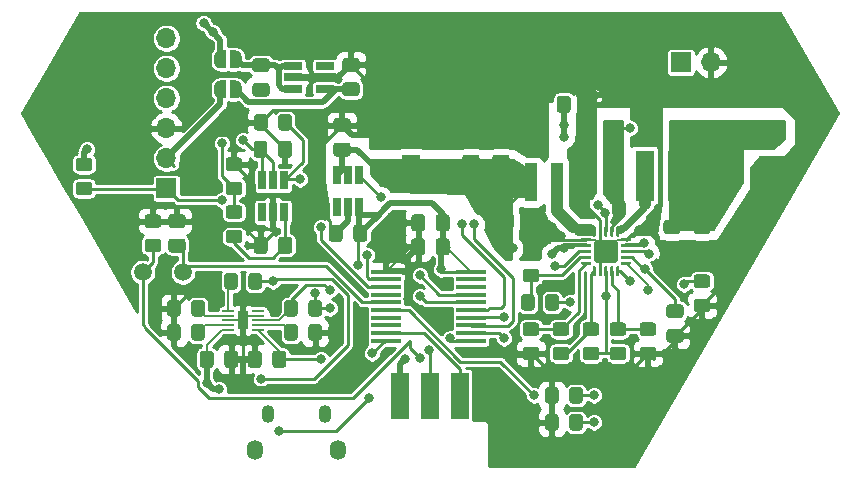
<source format=gbl>
G04 #@! TF.GenerationSoftware,KiCad,Pcbnew,(5.1.6)-1*
G04 #@! TF.CreationDate,2020-12-08T10:00:41+01:00*
G04 #@! TF.ProjectId,Power_module_v1,506f7765-725f-46d6-9f64-756c655f7631,rev?*
G04 #@! TF.SameCoordinates,Original*
G04 #@! TF.FileFunction,Copper,L2,Bot*
G04 #@! TF.FilePolarity,Positive*
%FSLAX46Y46*%
G04 Gerber Fmt 4.6, Leading zero omitted, Abs format (unit mm)*
G04 Created by KiCad (PCBNEW (5.1.6)-1) date 2020-12-08 10:00:41*
%MOMM*%
%LPD*%
G01*
G04 APERTURE LIST*
G04 #@! TA.AperFunction,ComponentPad*
%ADD10R,1.700000X1.700000*%
G04 #@! TD*
G04 #@! TA.AperFunction,ComponentPad*
%ADD11O,1.700000X1.700000*%
G04 #@! TD*
G04 #@! TA.AperFunction,SMDPad,CuDef*
%ADD12R,1.000000X0.200000*%
G04 #@! TD*
G04 #@! TA.AperFunction,SMDPad,CuDef*
%ADD13R,0.900000X1.500000*%
G04 #@! TD*
G04 #@! TA.AperFunction,ComponentPad*
%ADD14O,1.350000X1.700000*%
G04 #@! TD*
G04 #@! TA.AperFunction,ComponentPad*
%ADD15O,1.100000X1.500000*%
G04 #@! TD*
G04 #@! TA.AperFunction,SMDPad,CuDef*
%ADD16C,0.150000*%
G04 #@! TD*
G04 #@! TA.AperFunction,SMDPad,CuDef*
%ADD17R,1.600000X4.300000*%
G04 #@! TD*
G04 #@! TA.AperFunction,SMDPad,CuDef*
%ADD18R,1.000000X3.200000*%
G04 #@! TD*
G04 #@! TA.AperFunction,SMDPad,CuDef*
%ADD19R,0.650000X1.560000*%
G04 #@! TD*
G04 #@! TA.AperFunction,SMDPad,CuDef*
%ADD20R,1.560000X0.650000*%
G04 #@! TD*
G04 #@! TA.AperFunction,SMDPad,CuDef*
%ADD21R,2.500000X0.450000*%
G04 #@! TD*
G04 #@! TA.AperFunction,SMDPad,CuDef*
%ADD22R,1.524000X4.000000*%
G04 #@! TD*
G04 #@! TA.AperFunction,ComponentPad*
%ADD23R,1.600000X1.600000*%
G04 #@! TD*
G04 #@! TA.AperFunction,ComponentPad*
%ADD24C,1.600000*%
G04 #@! TD*
G04 #@! TA.AperFunction,ComponentPad*
%ADD25C,1.500000*%
G04 #@! TD*
G04 #@! TA.AperFunction,ViaPad*
%ADD26C,0.800000*%
G04 #@! TD*
G04 #@! TA.AperFunction,ViaPad*
%ADD27C,0.400000*%
G04 #@! TD*
G04 #@! TA.AperFunction,Conductor*
%ADD28C,0.254000*%
G04 #@! TD*
G04 #@! TA.AperFunction,Conductor*
%ADD29C,0.200000*%
G04 #@! TD*
G04 #@! TA.AperFunction,Conductor*
%ADD30C,0.250000*%
G04 #@! TD*
G04 #@! TA.AperFunction,Conductor*
%ADD31C,0.500000*%
G04 #@! TD*
G04 #@! TA.AperFunction,Conductor*
%ADD32C,1.000000*%
G04 #@! TD*
G04 #@! TA.AperFunction,Conductor*
%ADD33C,0.300000*%
G04 #@! TD*
G04 APERTURE END LIST*
G04 #@! TA.AperFunction,SMDPad,CuDef*
G36*
G01*
X107139000Y-92652001D02*
X107139000Y-91751999D01*
G75*
G02*
X107388999Y-91502000I249999J0D01*
G01*
X108039001Y-91502000D01*
G75*
G02*
X108289000Y-91751999I0J-249999D01*
G01*
X108289000Y-92652001D01*
G75*
G02*
X108039001Y-92902000I-249999J0D01*
G01*
X107388999Y-92902000D01*
G75*
G02*
X107139000Y-92652001I0J249999D01*
G01*
G37*
G04 #@! TD.AperFunction*
G04 #@! TA.AperFunction,SMDPad,CuDef*
G36*
G01*
X105089000Y-92652001D02*
X105089000Y-91751999D01*
G75*
G02*
X105338999Y-91502000I249999J0D01*
G01*
X105989001Y-91502000D01*
G75*
G02*
X106239000Y-91751999I0J-249999D01*
G01*
X106239000Y-92652001D01*
G75*
G02*
X105989001Y-92902000I-249999J0D01*
G01*
X105338999Y-92902000D01*
G75*
G02*
X105089000Y-92652001I0J249999D01*
G01*
G37*
G04 #@! TD.AperFunction*
G04 #@! TA.AperFunction,SMDPad,CuDef*
G36*
G01*
X112219000Y-94938001D02*
X112219000Y-94037999D01*
G75*
G02*
X112468999Y-93788000I249999J0D01*
G01*
X113119001Y-93788000D01*
G75*
G02*
X113369000Y-94037999I0J-249999D01*
G01*
X113369000Y-94938001D01*
G75*
G02*
X113119001Y-95188000I-249999J0D01*
G01*
X112468999Y-95188000D01*
G75*
G02*
X112219000Y-94938001I0J249999D01*
G01*
G37*
G04 #@! TD.AperFunction*
G04 #@! TA.AperFunction,SMDPad,CuDef*
G36*
G01*
X110169000Y-94938001D02*
X110169000Y-94037999D01*
G75*
G02*
X110418999Y-93788000I249999J0D01*
G01*
X111069001Y-93788000D01*
G75*
G02*
X111319000Y-94037999I0J-249999D01*
G01*
X111319000Y-94938001D01*
G75*
G02*
X111069001Y-95188000I-249999J0D01*
G01*
X110418999Y-95188000D01*
G75*
G02*
X110169000Y-94938001I0J249999D01*
G01*
G37*
G04 #@! TD.AperFunction*
D10*
X150876000Y-80010000D03*
D11*
X150876000Y-82550000D03*
G04 #@! TA.AperFunction,SMDPad,CuDef*
G36*
G01*
X136456000Y-81567000D02*
X136456000Y-82517000D01*
G75*
G02*
X136206000Y-82767000I-250000J0D01*
G01*
X135531000Y-82767000D01*
G75*
G02*
X135281000Y-82517000I0J250000D01*
G01*
X135281000Y-81567000D01*
G75*
G02*
X135531000Y-81317000I250000J0D01*
G01*
X136206000Y-81317000D01*
G75*
G02*
X136456000Y-81567000I0J-250000D01*
G01*
G37*
G04 #@! TD.AperFunction*
G04 #@! TA.AperFunction,SMDPad,CuDef*
G36*
G01*
X138531000Y-81567000D02*
X138531000Y-82517000D01*
G75*
G02*
X138281000Y-82767000I-250000J0D01*
G01*
X137606000Y-82767000D01*
G75*
G02*
X137356000Y-82517000I0J250000D01*
G01*
X137356000Y-81567000D01*
G75*
G02*
X137606000Y-81317000I250000J0D01*
G01*
X138281000Y-81317000D01*
G75*
G02*
X138531000Y-81567000I0J-250000D01*
G01*
G37*
G04 #@! TD.AperFunction*
G04 #@! TA.AperFunction,SMDPad,CuDef*
G36*
G01*
X142781000Y-96229500D02*
X143731000Y-96229500D01*
G75*
G02*
X143981000Y-96479500I0J-250000D01*
G01*
X143981000Y-97154500D01*
G75*
G02*
X143731000Y-97404500I-250000J0D01*
G01*
X142781000Y-97404500D01*
G75*
G02*
X142531000Y-97154500I0J250000D01*
G01*
X142531000Y-96479500D01*
G75*
G02*
X142781000Y-96229500I250000J0D01*
G01*
G37*
G04 #@! TD.AperFunction*
G04 #@! TA.AperFunction,SMDPad,CuDef*
G36*
G01*
X142781000Y-94154500D02*
X143731000Y-94154500D01*
G75*
G02*
X143981000Y-94404500I0J-250000D01*
G01*
X143981000Y-95079500D01*
G75*
G02*
X143731000Y-95329500I-250000J0D01*
G01*
X142781000Y-95329500D01*
G75*
G02*
X142531000Y-95079500I0J250000D01*
G01*
X142531000Y-94404500D01*
G75*
G02*
X142781000Y-94154500I250000J0D01*
G01*
G37*
G04 #@! TD.AperFunction*
G04 #@! TA.AperFunction,SMDPad,CuDef*
G36*
G01*
X126459000Y-80576000D02*
X125509000Y-80576000D01*
G75*
G02*
X125259000Y-80326000I0J250000D01*
G01*
X125259000Y-79651000D01*
G75*
G02*
X125509000Y-79401000I250000J0D01*
G01*
X126459000Y-79401000D01*
G75*
G02*
X126709000Y-79651000I0J-250000D01*
G01*
X126709000Y-80326000D01*
G75*
G02*
X126459000Y-80576000I-250000J0D01*
G01*
G37*
G04 #@! TD.AperFunction*
G04 #@! TA.AperFunction,SMDPad,CuDef*
G36*
G01*
X126459000Y-82651000D02*
X125509000Y-82651000D01*
G75*
G02*
X125259000Y-82401000I0J250000D01*
G01*
X125259000Y-81726000D01*
G75*
G02*
X125509000Y-81476000I250000J0D01*
G01*
X126459000Y-81476000D01*
G75*
G02*
X126709000Y-81726000I0J-250000D01*
G01*
X126709000Y-82401000D01*
G75*
G02*
X126459000Y-82651000I-250000J0D01*
G01*
G37*
G04 #@! TD.AperFunction*
G04 #@! TA.AperFunction,SMDPad,CuDef*
G36*
G01*
X142527000Y-89096000D02*
X143477000Y-89096000D01*
G75*
G02*
X143727000Y-89346000I0J-250000D01*
G01*
X143727000Y-90021000D01*
G75*
G02*
X143477000Y-90271000I-250000J0D01*
G01*
X142527000Y-90271000D01*
G75*
G02*
X142277000Y-90021000I0J250000D01*
G01*
X142277000Y-89346000D01*
G75*
G02*
X142527000Y-89096000I250000J0D01*
G01*
G37*
G04 #@! TD.AperFunction*
G04 #@! TA.AperFunction,SMDPad,CuDef*
G36*
G01*
X142527000Y-87021000D02*
X143477000Y-87021000D01*
G75*
G02*
X143727000Y-87271000I0J-250000D01*
G01*
X143727000Y-87946000D01*
G75*
G02*
X143477000Y-88196000I-250000J0D01*
G01*
X142527000Y-88196000D01*
G75*
G02*
X142277000Y-87946000I0J250000D01*
G01*
X142277000Y-87271000D01*
G75*
G02*
X142527000Y-87021000I250000J0D01*
G01*
G37*
G04 #@! TD.AperFunction*
G04 #@! TA.AperFunction,SMDPad,CuDef*
G36*
G01*
X136456000Y-84107000D02*
X136456000Y-85057000D01*
G75*
G02*
X136206000Y-85307000I-250000J0D01*
G01*
X135531000Y-85307000D01*
G75*
G02*
X135281000Y-85057000I0J250000D01*
G01*
X135281000Y-84107000D01*
G75*
G02*
X135531000Y-83857000I250000J0D01*
G01*
X136206000Y-83857000D01*
G75*
G02*
X136456000Y-84107000I0J-250000D01*
G01*
G37*
G04 #@! TD.AperFunction*
G04 #@! TA.AperFunction,SMDPad,CuDef*
G36*
G01*
X138531000Y-84107000D02*
X138531000Y-85057000D01*
G75*
G02*
X138281000Y-85307000I-250000J0D01*
G01*
X137606000Y-85307000D01*
G75*
G02*
X137356000Y-85057000I0J250000D01*
G01*
X137356000Y-84107000D01*
G75*
G02*
X137606000Y-83857000I250000J0D01*
G01*
X138281000Y-83857000D01*
G75*
G02*
X138531000Y-84107000I0J-250000D01*
G01*
G37*
G04 #@! TD.AperFunction*
G04 #@! TA.AperFunction,SMDPad,CuDef*
G36*
G01*
X122996000Y-89756000D02*
X122996000Y-88806000D01*
G75*
G02*
X123246000Y-88556000I250000J0D01*
G01*
X123921000Y-88556000D01*
G75*
G02*
X124171000Y-88806000I0J-250000D01*
G01*
X124171000Y-89756000D01*
G75*
G02*
X123921000Y-90006000I-250000J0D01*
G01*
X123246000Y-90006000D01*
G75*
G02*
X122996000Y-89756000I0J250000D01*
G01*
G37*
G04 #@! TD.AperFunction*
G04 #@! TA.AperFunction,SMDPad,CuDef*
G36*
G01*
X120921000Y-89756000D02*
X120921000Y-88806000D01*
G75*
G02*
X121171000Y-88556000I250000J0D01*
G01*
X121846000Y-88556000D01*
G75*
G02*
X122096000Y-88806000I0J-250000D01*
G01*
X122096000Y-89756000D01*
G75*
G02*
X121846000Y-90006000I-250000J0D01*
G01*
X121171000Y-90006000D01*
G75*
G02*
X120921000Y-89756000I0J250000D01*
G01*
G37*
G04 #@! TD.AperFunction*
G04 #@! TA.AperFunction,SMDPad,CuDef*
G36*
G01*
X123005000Y-87724000D02*
X123005000Y-86774000D01*
G75*
G02*
X123255000Y-86524000I250000J0D01*
G01*
X123930000Y-86524000D01*
G75*
G02*
X124180000Y-86774000I0J-250000D01*
G01*
X124180000Y-87724000D01*
G75*
G02*
X123930000Y-87974000I-250000J0D01*
G01*
X123255000Y-87974000D01*
G75*
G02*
X123005000Y-87724000I0J250000D01*
G01*
G37*
G04 #@! TD.AperFunction*
G04 #@! TA.AperFunction,SMDPad,CuDef*
G36*
G01*
X120930000Y-87724000D02*
X120930000Y-86774000D01*
G75*
G02*
X121180000Y-86524000I250000J0D01*
G01*
X121855000Y-86524000D01*
G75*
G02*
X122105000Y-86774000I0J-250000D01*
G01*
X122105000Y-87724000D01*
G75*
G02*
X121855000Y-87974000I-250000J0D01*
G01*
X121180000Y-87974000D01*
G75*
G02*
X120930000Y-87724000I0J250000D01*
G01*
G37*
G04 #@! TD.AperFunction*
G04 #@! TA.AperFunction,SMDPad,CuDef*
G36*
G01*
X109648500Y-81501000D02*
X109648500Y-80551000D01*
G75*
G02*
X109898500Y-80301000I250000J0D01*
G01*
X110573500Y-80301000D01*
G75*
G02*
X110823500Y-80551000I0J-250000D01*
G01*
X110823500Y-81501000D01*
G75*
G02*
X110573500Y-81751000I-250000J0D01*
G01*
X109898500Y-81751000D01*
G75*
G02*
X109648500Y-81501000I0J250000D01*
G01*
G37*
G04 #@! TD.AperFunction*
G04 #@! TA.AperFunction,SMDPad,CuDef*
G36*
G01*
X107573500Y-81501000D02*
X107573500Y-80551000D01*
G75*
G02*
X107823500Y-80301000I250000J0D01*
G01*
X108498500Y-80301000D01*
G75*
G02*
X108748500Y-80551000I0J-250000D01*
G01*
X108748500Y-81501000D01*
G75*
G02*
X108498500Y-81751000I-250000J0D01*
G01*
X107823500Y-81751000D01*
G75*
G02*
X107573500Y-81501000I0J250000D01*
G01*
G37*
G04 #@! TD.AperFunction*
G04 #@! TA.AperFunction,SMDPad,CuDef*
G36*
G01*
X115537000Y-79560000D02*
X114587000Y-79560000D01*
G75*
G02*
X114337000Y-79310000I0J250000D01*
G01*
X114337000Y-78635000D01*
G75*
G02*
X114587000Y-78385000I250000J0D01*
G01*
X115537000Y-78385000D01*
G75*
G02*
X115787000Y-78635000I0J-250000D01*
G01*
X115787000Y-79310000D01*
G75*
G02*
X115537000Y-79560000I-250000J0D01*
G01*
G37*
G04 #@! TD.AperFunction*
G04 #@! TA.AperFunction,SMDPad,CuDef*
G36*
G01*
X115537000Y-81635000D02*
X114587000Y-81635000D01*
G75*
G02*
X114337000Y-81385000I0J250000D01*
G01*
X114337000Y-80710000D01*
G75*
G02*
X114587000Y-80460000I250000J0D01*
G01*
X115537000Y-80460000D01*
G75*
G02*
X115787000Y-80710000I0J-250000D01*
G01*
X115787000Y-81385000D01*
G75*
G02*
X115537000Y-81635000I-250000J0D01*
G01*
G37*
G04 #@! TD.AperFunction*
G04 #@! TA.AperFunction,SMDPad,CuDef*
G36*
G01*
X108770000Y-88679000D02*
X108770000Y-89629000D01*
G75*
G02*
X108520000Y-89879000I-250000J0D01*
G01*
X107845000Y-89879000D01*
G75*
G02*
X107595000Y-89629000I0J250000D01*
G01*
X107595000Y-88679000D01*
G75*
G02*
X107845000Y-88429000I250000J0D01*
G01*
X108520000Y-88429000D01*
G75*
G02*
X108770000Y-88679000I0J-250000D01*
G01*
G37*
G04 #@! TD.AperFunction*
G04 #@! TA.AperFunction,SMDPad,CuDef*
G36*
G01*
X110845000Y-88679000D02*
X110845000Y-89629000D01*
G75*
G02*
X110595000Y-89879000I-250000J0D01*
G01*
X109920000Y-89879000D01*
G75*
G02*
X109670000Y-89629000I0J250000D01*
G01*
X109670000Y-88679000D01*
G75*
G02*
X109920000Y-88429000I250000J0D01*
G01*
X110595000Y-88429000D01*
G75*
G02*
X110845000Y-88679000I0J-250000D01*
G01*
G37*
G04 #@! TD.AperFunction*
G04 #@! TA.AperFunction,SMDPad,CuDef*
G36*
G01*
X101567000Y-87688000D02*
X100617000Y-87688000D01*
G75*
G02*
X100367000Y-87438000I0J250000D01*
G01*
X100367000Y-86763000D01*
G75*
G02*
X100617000Y-86513000I250000J0D01*
G01*
X101567000Y-86513000D01*
G75*
G02*
X101817000Y-86763000I0J-250000D01*
G01*
X101817000Y-87438000D01*
G75*
G02*
X101567000Y-87688000I-250000J0D01*
G01*
G37*
G04 #@! TD.AperFunction*
G04 #@! TA.AperFunction,SMDPad,CuDef*
G36*
G01*
X101567000Y-89763000D02*
X100617000Y-89763000D01*
G75*
G02*
X100367000Y-89513000I0J250000D01*
G01*
X100367000Y-88838000D01*
G75*
G02*
X100617000Y-88588000I250000J0D01*
G01*
X101567000Y-88588000D01*
G75*
G02*
X101817000Y-88838000I0J-250000D01*
G01*
X101817000Y-89513000D01*
G75*
G02*
X101567000Y-89763000I-250000J0D01*
G01*
G37*
G04 #@! TD.AperFunction*
G04 #@! TA.AperFunction,SMDPad,CuDef*
G36*
G01*
X115120000Y-87663000D02*
X115120000Y-88613000D01*
G75*
G02*
X114870000Y-88863000I-250000J0D01*
G01*
X114195000Y-88863000D01*
G75*
G02*
X113945000Y-88613000I0J250000D01*
G01*
X113945000Y-87663000D01*
G75*
G02*
X114195000Y-87413000I250000J0D01*
G01*
X114870000Y-87413000D01*
G75*
G02*
X115120000Y-87663000I0J-250000D01*
G01*
G37*
G04 #@! TD.AperFunction*
G04 #@! TA.AperFunction,SMDPad,CuDef*
G36*
G01*
X117195000Y-87663000D02*
X117195000Y-88613000D01*
G75*
G02*
X116945000Y-88863000I-250000J0D01*
G01*
X116270000Y-88863000D01*
G75*
G02*
X116020000Y-88613000I0J250000D01*
G01*
X116020000Y-87663000D01*
G75*
G02*
X116270000Y-87413000I250000J0D01*
G01*
X116945000Y-87413000D01*
G75*
G02*
X117195000Y-87663000I0J-250000D01*
G01*
G37*
G04 #@! TD.AperFunction*
G04 #@! TA.AperFunction,SMDPad,CuDef*
G36*
G01*
X108262000Y-98331000D02*
X108262000Y-99281000D01*
G75*
G02*
X108012000Y-99531000I-250000J0D01*
G01*
X107337000Y-99531000D01*
G75*
G02*
X107087000Y-99281000I0J250000D01*
G01*
X107087000Y-98331000D01*
G75*
G02*
X107337000Y-98081000I250000J0D01*
G01*
X108012000Y-98081000D01*
G75*
G02*
X108262000Y-98331000I0J-250000D01*
G01*
G37*
G04 #@! TD.AperFunction*
G04 #@! TA.AperFunction,SMDPad,CuDef*
G36*
G01*
X110337000Y-98331000D02*
X110337000Y-99281000D01*
G75*
G02*
X110087000Y-99531000I-250000J0D01*
G01*
X109412000Y-99531000D01*
G75*
G02*
X109162000Y-99281000I0J250000D01*
G01*
X109162000Y-98331000D01*
G75*
G02*
X109412000Y-98081000I250000J0D01*
G01*
X110087000Y-98081000D01*
G75*
G02*
X110337000Y-98331000I0J-250000D01*
G01*
G37*
G04 #@! TD.AperFunction*
G04 #@! TA.AperFunction,SMDPad,CuDef*
G36*
G01*
X116299000Y-74458500D02*
X115349000Y-74458500D01*
G75*
G02*
X115099000Y-74208500I0J250000D01*
G01*
X115099000Y-73533500D01*
G75*
G02*
X115349000Y-73283500I250000J0D01*
G01*
X116299000Y-73283500D01*
G75*
G02*
X116549000Y-73533500I0J-250000D01*
G01*
X116549000Y-74208500D01*
G75*
G02*
X116299000Y-74458500I-250000J0D01*
G01*
G37*
G04 #@! TD.AperFunction*
G04 #@! TA.AperFunction,SMDPad,CuDef*
G36*
G01*
X116299000Y-76533500D02*
X115349000Y-76533500D01*
G75*
G02*
X115099000Y-76283500I0J250000D01*
G01*
X115099000Y-75608500D01*
G75*
G02*
X115349000Y-75358500I250000J0D01*
G01*
X116299000Y-75358500D01*
G75*
G02*
X116549000Y-75608500I0J-250000D01*
G01*
X116549000Y-76283500D01*
G75*
G02*
X116299000Y-76533500I-250000J0D01*
G01*
G37*
G04 #@! TD.AperFunction*
G04 #@! TA.AperFunction,SMDPad,CuDef*
G36*
G01*
X107729000Y-75401500D02*
X108679000Y-75401500D01*
G75*
G02*
X108929000Y-75651500I0J-250000D01*
G01*
X108929000Y-76326500D01*
G75*
G02*
X108679000Y-76576500I-250000J0D01*
G01*
X107729000Y-76576500D01*
G75*
G02*
X107479000Y-76326500I0J250000D01*
G01*
X107479000Y-75651500D01*
G75*
G02*
X107729000Y-75401500I250000J0D01*
G01*
G37*
G04 #@! TD.AperFunction*
G04 #@! TA.AperFunction,SMDPad,CuDef*
G36*
G01*
X107729000Y-73326500D02*
X108679000Y-73326500D01*
G75*
G02*
X108929000Y-73576500I0J-250000D01*
G01*
X108929000Y-74251500D01*
G75*
G02*
X108679000Y-74501500I-250000J0D01*
G01*
X107729000Y-74501500D01*
G75*
G02*
X107479000Y-74251500I0J250000D01*
G01*
X107479000Y-73576500D01*
G75*
G02*
X107729000Y-73326500I250000J0D01*
G01*
G37*
G04 #@! TD.AperFunction*
G04 #@! TA.AperFunction,SMDPad,CuDef*
G36*
G01*
X105098000Y-99281000D02*
X105098000Y-98331000D01*
G75*
G02*
X105348000Y-98081000I250000J0D01*
G01*
X106023000Y-98081000D01*
G75*
G02*
X106273000Y-98331000I0J-250000D01*
G01*
X106273000Y-99281000D01*
G75*
G02*
X106023000Y-99531000I-250000J0D01*
G01*
X105348000Y-99531000D01*
G75*
G02*
X105098000Y-99281000I0J250000D01*
G01*
G37*
G04 #@! TD.AperFunction*
G04 #@! TA.AperFunction,SMDPad,CuDef*
G36*
G01*
X103023000Y-99281000D02*
X103023000Y-98331000D01*
G75*
G02*
X103273000Y-98081000I250000J0D01*
G01*
X103948000Y-98081000D01*
G75*
G02*
X104198000Y-98331000I0J-250000D01*
G01*
X104198000Y-99281000D01*
G75*
G02*
X103948000Y-99531000I-250000J0D01*
G01*
X103273000Y-99531000D01*
G75*
G02*
X103023000Y-99281000I0J250000D01*
G01*
G37*
G04 #@! TD.AperFunction*
G04 #@! TA.AperFunction,SMDPad,CuDef*
G36*
G01*
X128423000Y-87597000D02*
X128423000Y-86647000D01*
G75*
G02*
X128673000Y-86397000I250000J0D01*
G01*
X129348000Y-86397000D01*
G75*
G02*
X129598000Y-86647000I0J-250000D01*
G01*
X129598000Y-87597000D01*
G75*
G02*
X129348000Y-87847000I-250000J0D01*
G01*
X128673000Y-87847000D01*
G75*
G02*
X128423000Y-87597000I0J250000D01*
G01*
G37*
G04 #@! TD.AperFunction*
G04 #@! TA.AperFunction,SMDPad,CuDef*
G36*
G01*
X130498000Y-87597000D02*
X130498000Y-86647000D01*
G75*
G02*
X130748000Y-86397000I250000J0D01*
G01*
X131423000Y-86397000D01*
G75*
G02*
X131673000Y-86647000I0J-250000D01*
G01*
X131673000Y-87597000D01*
G75*
G02*
X131423000Y-87847000I-250000J0D01*
G01*
X130748000Y-87847000D01*
G75*
G02*
X130498000Y-87597000I0J250000D01*
G01*
G37*
G04 #@! TD.AperFunction*
G04 #@! TA.AperFunction,SMDPad,CuDef*
G36*
G01*
X145067000Y-87021000D02*
X146017000Y-87021000D01*
G75*
G02*
X146267000Y-87271000I0J-250000D01*
G01*
X146267000Y-87946000D01*
G75*
G02*
X146017000Y-88196000I-250000J0D01*
G01*
X145067000Y-88196000D01*
G75*
G02*
X144817000Y-87946000I0J250000D01*
G01*
X144817000Y-87271000D01*
G75*
G02*
X145067000Y-87021000I250000J0D01*
G01*
G37*
G04 #@! TD.AperFunction*
G04 #@! TA.AperFunction,SMDPad,CuDef*
G36*
G01*
X145067000Y-89096000D02*
X146017000Y-89096000D01*
G75*
G02*
X146267000Y-89346000I0J-250000D01*
G01*
X146267000Y-90021000D01*
G75*
G02*
X146017000Y-90271000I-250000J0D01*
G01*
X145067000Y-90271000D01*
G75*
G02*
X144817000Y-90021000I0J250000D01*
G01*
X144817000Y-89346000D01*
G75*
G02*
X145067000Y-89096000I250000J0D01*
G01*
G37*
G04 #@! TD.AperFunction*
G04 #@! TA.AperFunction,SMDPad,CuDef*
G36*
G01*
X136456000Y-79027000D02*
X136456000Y-79977000D01*
G75*
G02*
X136206000Y-80227000I-250000J0D01*
G01*
X135531000Y-80227000D01*
G75*
G02*
X135281000Y-79977000I0J250000D01*
G01*
X135281000Y-79027000D01*
G75*
G02*
X135531000Y-78777000I250000J0D01*
G01*
X136206000Y-78777000D01*
G75*
G02*
X136456000Y-79027000I0J-250000D01*
G01*
G37*
G04 #@! TD.AperFunction*
G04 #@! TA.AperFunction,SMDPad,CuDef*
G36*
G01*
X138531000Y-79027000D02*
X138531000Y-79977000D01*
G75*
G02*
X138281000Y-80227000I-250000J0D01*
G01*
X137606000Y-80227000D01*
G75*
G02*
X137356000Y-79977000I0J250000D01*
G01*
X137356000Y-79027000D01*
G75*
G02*
X137606000Y-78777000I250000J0D01*
G01*
X138281000Y-78777000D01*
G75*
G02*
X138531000Y-79027000I0J-250000D01*
G01*
G37*
G04 #@! TD.AperFunction*
G04 #@! TA.AperFunction,SMDPad,CuDef*
G36*
G01*
X135324000Y-77691000D02*
X135324000Y-76741000D01*
G75*
G02*
X135574000Y-76491000I250000J0D01*
G01*
X136249000Y-76491000D01*
G75*
G02*
X136499000Y-76741000I0J-250000D01*
G01*
X136499000Y-77691000D01*
G75*
G02*
X136249000Y-77941000I-250000J0D01*
G01*
X135574000Y-77941000D01*
G75*
G02*
X135324000Y-77691000I0J250000D01*
G01*
G37*
G04 #@! TD.AperFunction*
G04 #@! TA.AperFunction,SMDPad,CuDef*
G36*
G01*
X133249000Y-77691000D02*
X133249000Y-76741000D01*
G75*
G02*
X133499000Y-76491000I250000J0D01*
G01*
X134174000Y-76491000D01*
G75*
G02*
X134424000Y-76741000I0J-250000D01*
G01*
X134424000Y-77691000D01*
G75*
G02*
X134174000Y-77941000I-250000J0D01*
G01*
X133499000Y-77941000D01*
G75*
G02*
X133249000Y-77691000I0J250000D01*
G01*
G37*
G04 #@! TD.AperFunction*
G04 #@! TA.AperFunction,SMDPad,CuDef*
G36*
G01*
X128999000Y-80576000D02*
X128049000Y-80576000D01*
G75*
G02*
X127799000Y-80326000I0J250000D01*
G01*
X127799000Y-79651000D01*
G75*
G02*
X128049000Y-79401000I250000J0D01*
G01*
X128999000Y-79401000D01*
G75*
G02*
X129249000Y-79651000I0J-250000D01*
G01*
X129249000Y-80326000D01*
G75*
G02*
X128999000Y-80576000I-250000J0D01*
G01*
G37*
G04 #@! TD.AperFunction*
G04 #@! TA.AperFunction,SMDPad,CuDef*
G36*
G01*
X128999000Y-82651000D02*
X128049000Y-82651000D01*
G75*
G02*
X127799000Y-82401000I0J250000D01*
G01*
X127799000Y-81726000D01*
G75*
G02*
X128049000Y-81476000I250000J0D01*
G01*
X128999000Y-81476000D01*
G75*
G02*
X129249000Y-81726000I0J-250000D01*
G01*
X129249000Y-82401000D01*
G75*
G02*
X128999000Y-82651000I-250000J0D01*
G01*
G37*
G04 #@! TD.AperFunction*
D12*
X105430000Y-96304000D03*
X105430000Y-95904000D03*
X105430000Y-95504000D03*
X105430000Y-95104000D03*
X105430000Y-94704000D03*
X107930000Y-94704000D03*
X107930000Y-95104000D03*
X107930000Y-95504000D03*
X107930000Y-95904000D03*
X107930000Y-96304000D03*
D13*
X106680000Y-95504000D03*
D14*
X114688900Y-106476740D03*
D15*
X108768900Y-103476740D03*
X113608900Y-103476740D03*
D14*
X107688900Y-106476740D03*
D11*
X146304000Y-73660000D03*
D10*
X143764000Y-73660000D03*
D11*
X100203000Y-71628000D03*
X100203000Y-74168000D03*
X100203000Y-76708000D03*
X100203000Y-79248000D03*
X100203000Y-81788000D03*
D10*
X100203000Y-84328000D03*
G04 #@! TA.AperFunction,SMDPad,CuDef*
D16*
G36*
X105260000Y-74156000D02*
G01*
X104760000Y-74156000D01*
X104760000Y-74155398D01*
X104735466Y-74155398D01*
X104686635Y-74150588D01*
X104638510Y-74141016D01*
X104591555Y-74126772D01*
X104546222Y-74107995D01*
X104502949Y-74084864D01*
X104462150Y-74057604D01*
X104424221Y-74026476D01*
X104389524Y-73991779D01*
X104358396Y-73953850D01*
X104331136Y-73913051D01*
X104308005Y-73869778D01*
X104289228Y-73824445D01*
X104274984Y-73777490D01*
X104265412Y-73729365D01*
X104260602Y-73680534D01*
X104260602Y-73656000D01*
X104260000Y-73656000D01*
X104260000Y-73156000D01*
X104260602Y-73156000D01*
X104260602Y-73131466D01*
X104265412Y-73082635D01*
X104274984Y-73034510D01*
X104289228Y-72987555D01*
X104308005Y-72942222D01*
X104331136Y-72898949D01*
X104358396Y-72858150D01*
X104389524Y-72820221D01*
X104424221Y-72785524D01*
X104462150Y-72754396D01*
X104502949Y-72727136D01*
X104546222Y-72704005D01*
X104591555Y-72685228D01*
X104638510Y-72670984D01*
X104686635Y-72661412D01*
X104735466Y-72656602D01*
X104760000Y-72656602D01*
X104760000Y-72656000D01*
X105260000Y-72656000D01*
X105260000Y-74156000D01*
G37*
G04 #@! TD.AperFunction*
G04 #@! TA.AperFunction,SMDPad,CuDef*
G36*
X106060000Y-72656602D02*
G01*
X106084534Y-72656602D01*
X106133365Y-72661412D01*
X106181490Y-72670984D01*
X106228445Y-72685228D01*
X106273778Y-72704005D01*
X106317051Y-72727136D01*
X106357850Y-72754396D01*
X106395779Y-72785524D01*
X106430476Y-72820221D01*
X106461604Y-72858150D01*
X106488864Y-72898949D01*
X106511995Y-72942222D01*
X106530772Y-72987555D01*
X106545016Y-73034510D01*
X106554588Y-73082635D01*
X106559398Y-73131466D01*
X106559398Y-73156000D01*
X106560000Y-73156000D01*
X106560000Y-73656000D01*
X106559398Y-73656000D01*
X106559398Y-73680534D01*
X106554588Y-73729365D01*
X106545016Y-73777490D01*
X106530772Y-73824445D01*
X106511995Y-73869778D01*
X106488864Y-73913051D01*
X106461604Y-73953850D01*
X106430476Y-73991779D01*
X106395779Y-74026476D01*
X106357850Y-74057604D01*
X106317051Y-74084864D01*
X106273778Y-74107995D01*
X106228445Y-74126772D01*
X106181490Y-74141016D01*
X106133365Y-74150588D01*
X106084534Y-74155398D01*
X106060000Y-74155398D01*
X106060000Y-74156000D01*
X105560000Y-74156000D01*
X105560000Y-72656000D01*
X106060000Y-72656000D01*
X106060000Y-72656602D01*
G37*
G04 #@! TD.AperFunction*
G04 #@! TA.AperFunction,SMDPad,CuDef*
G36*
X106060000Y-75196602D02*
G01*
X106084534Y-75196602D01*
X106133365Y-75201412D01*
X106181490Y-75210984D01*
X106228445Y-75225228D01*
X106273778Y-75244005D01*
X106317051Y-75267136D01*
X106357850Y-75294396D01*
X106395779Y-75325524D01*
X106430476Y-75360221D01*
X106461604Y-75398150D01*
X106488864Y-75438949D01*
X106511995Y-75482222D01*
X106530772Y-75527555D01*
X106545016Y-75574510D01*
X106554588Y-75622635D01*
X106559398Y-75671466D01*
X106559398Y-75696000D01*
X106560000Y-75696000D01*
X106560000Y-76196000D01*
X106559398Y-76196000D01*
X106559398Y-76220534D01*
X106554588Y-76269365D01*
X106545016Y-76317490D01*
X106530772Y-76364445D01*
X106511995Y-76409778D01*
X106488864Y-76453051D01*
X106461604Y-76493850D01*
X106430476Y-76531779D01*
X106395779Y-76566476D01*
X106357850Y-76597604D01*
X106317051Y-76624864D01*
X106273778Y-76647995D01*
X106228445Y-76666772D01*
X106181490Y-76681016D01*
X106133365Y-76690588D01*
X106084534Y-76695398D01*
X106060000Y-76695398D01*
X106060000Y-76696000D01*
X105560000Y-76696000D01*
X105560000Y-75196000D01*
X106060000Y-75196000D01*
X106060000Y-75196602D01*
G37*
G04 #@! TD.AperFunction*
G04 #@! TA.AperFunction,SMDPad,CuDef*
G36*
X105260000Y-76696000D02*
G01*
X104760000Y-76696000D01*
X104760000Y-76695398D01*
X104735466Y-76695398D01*
X104686635Y-76690588D01*
X104638510Y-76681016D01*
X104591555Y-76666772D01*
X104546222Y-76647995D01*
X104502949Y-76624864D01*
X104462150Y-76597604D01*
X104424221Y-76566476D01*
X104389524Y-76531779D01*
X104358396Y-76493850D01*
X104331136Y-76453051D01*
X104308005Y-76409778D01*
X104289228Y-76364445D01*
X104274984Y-76317490D01*
X104265412Y-76269365D01*
X104260602Y-76220534D01*
X104260602Y-76196000D01*
X104260000Y-76196000D01*
X104260000Y-75696000D01*
X104260602Y-75696000D01*
X104260602Y-75671466D01*
X104265412Y-75622635D01*
X104274984Y-75574510D01*
X104289228Y-75527555D01*
X104308005Y-75482222D01*
X104331136Y-75438949D01*
X104358396Y-75398150D01*
X104389524Y-75360221D01*
X104424221Y-75325524D01*
X104462150Y-75294396D01*
X104502949Y-75267136D01*
X104546222Y-75244005D01*
X104591555Y-75225228D01*
X104638510Y-75210984D01*
X104686635Y-75201412D01*
X104735466Y-75196602D01*
X104760000Y-75196602D01*
X104760000Y-75196000D01*
X105260000Y-75196000D01*
X105260000Y-76696000D01*
G37*
G04 #@! TD.AperFunction*
D17*
X140716000Y-83312000D03*
X143416000Y-83312000D03*
D18*
X131064000Y-83820000D03*
X133264000Y-83820000D03*
G04 #@! TA.AperFunction,SMDPad,CuDef*
G36*
G01*
X145091999Y-91618000D02*
X145992001Y-91618000D01*
G75*
G02*
X146242000Y-91867999I0J-249999D01*
G01*
X146242000Y-92518001D01*
G75*
G02*
X145992001Y-92768000I-249999J0D01*
G01*
X145091999Y-92768000D01*
G75*
G02*
X144842000Y-92518001I0J249999D01*
G01*
X144842000Y-91867999D01*
G75*
G02*
X145091999Y-91618000I249999J0D01*
G01*
G37*
G04 #@! TD.AperFunction*
G04 #@! TA.AperFunction,SMDPad,CuDef*
G36*
G01*
X145091999Y-93668000D02*
X145992001Y-93668000D01*
G75*
G02*
X146242000Y-93917999I0J-249999D01*
G01*
X146242000Y-94568001D01*
G75*
G02*
X145992001Y-94818000I-249999J0D01*
G01*
X145091999Y-94818000D01*
G75*
G02*
X144842000Y-94568001I0J249999D01*
G01*
X144842000Y-93917999D01*
G75*
G02*
X145091999Y-93668000I249999J0D01*
G01*
G37*
G04 #@! TD.AperFunction*
G04 #@! TA.AperFunction,SMDPad,CuDef*
G36*
G01*
X101395000Y-96069999D02*
X101395000Y-96970001D01*
G75*
G02*
X101145001Y-97220000I-249999J0D01*
G01*
X100494999Y-97220000D01*
G75*
G02*
X100245000Y-96970001I0J249999D01*
G01*
X100245000Y-96069999D01*
G75*
G02*
X100494999Y-95820000I249999J0D01*
G01*
X101145001Y-95820000D01*
G75*
G02*
X101395000Y-96069999I0J-249999D01*
G01*
G37*
G04 #@! TD.AperFunction*
G04 #@! TA.AperFunction,SMDPad,CuDef*
G36*
G01*
X103445000Y-96069999D02*
X103445000Y-96970001D01*
G75*
G02*
X103195001Y-97220000I-249999J0D01*
G01*
X102544999Y-97220000D01*
G75*
G02*
X102295000Y-96970001I0J249999D01*
G01*
X102295000Y-96069999D01*
G75*
G02*
X102544999Y-95820000I249999J0D01*
G01*
X103195001Y-95820000D01*
G75*
G02*
X103445000Y-96069999I0J-249999D01*
G01*
G37*
G04 #@! TD.AperFunction*
G04 #@! TA.AperFunction,SMDPad,CuDef*
G36*
G01*
X103454000Y-94037999D02*
X103454000Y-94938001D01*
G75*
G02*
X103204001Y-95188000I-249999J0D01*
G01*
X102553999Y-95188000D01*
G75*
G02*
X102304000Y-94938001I0J249999D01*
G01*
X102304000Y-94037999D01*
G75*
G02*
X102553999Y-93788000I249999J0D01*
G01*
X103204001Y-93788000D01*
G75*
G02*
X103454000Y-94037999I0J-249999D01*
G01*
G37*
G04 #@! TD.AperFunction*
G04 #@! TA.AperFunction,SMDPad,CuDef*
G36*
G01*
X101404000Y-94037999D02*
X101404000Y-94938001D01*
G75*
G02*
X101154001Y-95188000I-249999J0D01*
G01*
X100503999Y-95188000D01*
G75*
G02*
X100254000Y-94938001I0J249999D01*
G01*
X100254000Y-94037999D01*
G75*
G02*
X100503999Y-93788000I249999J0D01*
G01*
X101154001Y-93788000D01*
G75*
G02*
X101404000Y-94037999I0J-249999D01*
G01*
G37*
G04 #@! TD.AperFunction*
G04 #@! TA.AperFunction,SMDPad,CuDef*
G36*
G01*
X110169000Y-96970001D02*
X110169000Y-96069999D01*
G75*
G02*
X110418999Y-95820000I249999J0D01*
G01*
X111069001Y-95820000D01*
G75*
G02*
X111319000Y-96069999I0J-249999D01*
G01*
X111319000Y-96970001D01*
G75*
G02*
X111069001Y-97220000I-249999J0D01*
G01*
X110418999Y-97220000D01*
G75*
G02*
X110169000Y-96970001I0J249999D01*
G01*
G37*
G04 #@! TD.AperFunction*
G04 #@! TA.AperFunction,SMDPad,CuDef*
G36*
G01*
X112219000Y-96970001D02*
X112219000Y-96069999D01*
G75*
G02*
X112468999Y-95820000I249999J0D01*
G01*
X113119001Y-95820000D01*
G75*
G02*
X113369000Y-96069999I0J-249999D01*
G01*
X113369000Y-96970001D01*
G75*
G02*
X113119001Y-97220000I-249999J0D01*
G01*
X112468999Y-97220000D01*
G75*
G02*
X112219000Y-96970001I0J249999D01*
G01*
G37*
G04 #@! TD.AperFunction*
G04 #@! TA.AperFunction,SMDPad,CuDef*
G36*
G01*
X99510001Y-89738000D02*
X98609999Y-89738000D01*
G75*
G02*
X98360000Y-89488001I0J249999D01*
G01*
X98360000Y-88837999D01*
G75*
G02*
X98609999Y-88588000I249999J0D01*
G01*
X99510001Y-88588000D01*
G75*
G02*
X99760000Y-88837999I0J-249999D01*
G01*
X99760000Y-89488001D01*
G75*
G02*
X99510001Y-89738000I-249999J0D01*
G01*
G37*
G04 #@! TD.AperFunction*
G04 #@! TA.AperFunction,SMDPad,CuDef*
G36*
G01*
X99510001Y-87688000D02*
X98609999Y-87688000D01*
G75*
G02*
X98360000Y-87438001I0J249999D01*
G01*
X98360000Y-86787999D01*
G75*
G02*
X98609999Y-86538000I249999J0D01*
G01*
X99510001Y-86538000D01*
G75*
G02*
X99760000Y-86787999I0J-249999D01*
G01*
X99760000Y-87438001D01*
G75*
G02*
X99510001Y-87688000I-249999J0D01*
G01*
G37*
G04 #@! TD.AperFunction*
G04 #@! TA.AperFunction,SMDPad,CuDef*
G36*
G01*
X106368001Y-86917000D02*
X105467999Y-86917000D01*
G75*
G02*
X105218000Y-86667001I0J249999D01*
G01*
X105218000Y-86016999D01*
G75*
G02*
X105467999Y-85767000I249999J0D01*
G01*
X106368001Y-85767000D01*
G75*
G02*
X106618000Y-86016999I0J-249999D01*
G01*
X106618000Y-86667001D01*
G75*
G02*
X106368001Y-86917000I-249999J0D01*
G01*
G37*
G04 #@! TD.AperFunction*
G04 #@! TA.AperFunction,SMDPad,CuDef*
G36*
G01*
X106368001Y-88967000D02*
X105467999Y-88967000D01*
G75*
G02*
X105218000Y-88717001I0J249999D01*
G01*
X105218000Y-88066999D01*
G75*
G02*
X105467999Y-87817000I249999J0D01*
G01*
X106368001Y-87817000D01*
G75*
G02*
X106618000Y-88066999I0J-249999D01*
G01*
X106618000Y-88717001D01*
G75*
G02*
X106368001Y-88967000I-249999J0D01*
G01*
G37*
G04 #@! TD.AperFunction*
G04 #@! TA.AperFunction,SMDPad,CuDef*
G36*
G01*
X106368001Y-84912000D02*
X105467999Y-84912000D01*
G75*
G02*
X105218000Y-84662001I0J249999D01*
G01*
X105218000Y-84011999D01*
G75*
G02*
X105467999Y-83762000I249999J0D01*
G01*
X106368001Y-83762000D01*
G75*
G02*
X106618000Y-84011999I0J-249999D01*
G01*
X106618000Y-84662001D01*
G75*
G02*
X106368001Y-84912000I-249999J0D01*
G01*
G37*
G04 #@! TD.AperFunction*
G04 #@! TA.AperFunction,SMDPad,CuDef*
G36*
G01*
X106368001Y-82862000D02*
X105467999Y-82862000D01*
G75*
G02*
X105218000Y-82612001I0J249999D01*
G01*
X105218000Y-81961999D01*
G75*
G02*
X105467999Y-81712000I249999J0D01*
G01*
X106368001Y-81712000D01*
G75*
G02*
X106618000Y-81961999I0J-249999D01*
G01*
X106618000Y-82612001D01*
G75*
G02*
X106368001Y-82862000I-249999J0D01*
G01*
G37*
G04 #@! TD.AperFunction*
G04 #@! TA.AperFunction,SMDPad,CuDef*
G36*
G01*
X92767999Y-83771000D02*
X93668001Y-83771000D01*
G75*
G02*
X93918000Y-84020999I0J-249999D01*
G01*
X93918000Y-84671001D01*
G75*
G02*
X93668001Y-84921000I-249999J0D01*
G01*
X92767999Y-84921000D01*
G75*
G02*
X92518000Y-84671001I0J249999D01*
G01*
X92518000Y-84020999D01*
G75*
G02*
X92767999Y-83771000I249999J0D01*
G01*
G37*
G04 #@! TD.AperFunction*
G04 #@! TA.AperFunction,SMDPad,CuDef*
G36*
G01*
X92767999Y-81721000D02*
X93668001Y-81721000D01*
G75*
G02*
X93918000Y-81970999I0J-249999D01*
G01*
X93918000Y-82621001D01*
G75*
G02*
X93668001Y-82871000I-249999J0D01*
G01*
X92767999Y-82871000D01*
G75*
G02*
X92518000Y-82621001I0J249999D01*
G01*
X92518000Y-81970999D01*
G75*
G02*
X92767999Y-81721000I249999J0D01*
G01*
G37*
G04 #@! TD.AperFunction*
G04 #@! TA.AperFunction,SMDPad,CuDef*
G36*
G01*
X133399000Y-103689999D02*
X133399000Y-104590001D01*
G75*
G02*
X133149001Y-104840000I-249999J0D01*
G01*
X132498999Y-104840000D01*
G75*
G02*
X132249000Y-104590001I0J249999D01*
G01*
X132249000Y-103689999D01*
G75*
G02*
X132498999Y-103440000I249999J0D01*
G01*
X133149001Y-103440000D01*
G75*
G02*
X133399000Y-103689999I0J-249999D01*
G01*
G37*
G04 #@! TD.AperFunction*
G04 #@! TA.AperFunction,SMDPad,CuDef*
G36*
G01*
X135449000Y-103689999D02*
X135449000Y-104590001D01*
G75*
G02*
X135199001Y-104840000I-249999J0D01*
G01*
X134548999Y-104840000D01*
G75*
G02*
X134299000Y-104590001I0J249999D01*
G01*
X134299000Y-103689999D01*
G75*
G02*
X134548999Y-103440000I249999J0D01*
G01*
X135199001Y-103440000D01*
G75*
G02*
X135449000Y-103689999I0J-249999D01*
G01*
G37*
G04 #@! TD.AperFunction*
G04 #@! TA.AperFunction,SMDPad,CuDef*
G36*
G01*
X135449000Y-101403999D02*
X135449000Y-102304001D01*
G75*
G02*
X135199001Y-102554000I-249999J0D01*
G01*
X134548999Y-102554000D01*
G75*
G02*
X134299000Y-102304001I0J249999D01*
G01*
X134299000Y-101403999D01*
G75*
G02*
X134548999Y-101154000I249999J0D01*
G01*
X135199001Y-101154000D01*
G75*
G02*
X135449000Y-101403999I0J-249999D01*
G01*
G37*
G04 #@! TD.AperFunction*
G04 #@! TA.AperFunction,SMDPad,CuDef*
G36*
G01*
X133399000Y-101403999D02*
X133399000Y-102304001D01*
G75*
G02*
X133149001Y-102554000I-249999J0D01*
G01*
X132498999Y-102554000D01*
G75*
G02*
X132249000Y-102304001I0J249999D01*
G01*
X132249000Y-101403999D01*
G75*
G02*
X132498999Y-101154000I249999J0D01*
G01*
X133149001Y-101154000D01*
G75*
G02*
X133399000Y-101403999I0J-249999D01*
G01*
G37*
G04 #@! TD.AperFunction*
G04 #@! TA.AperFunction,SMDPad,CuDef*
G36*
G01*
X136594001Y-96832000D02*
X135693999Y-96832000D01*
G75*
G02*
X135444000Y-96582001I0J249999D01*
G01*
X135444000Y-95931999D01*
G75*
G02*
X135693999Y-95682000I249999J0D01*
G01*
X136594001Y-95682000D01*
G75*
G02*
X136844000Y-95931999I0J-249999D01*
G01*
X136844000Y-96582001D01*
G75*
G02*
X136594001Y-96832000I-249999J0D01*
G01*
G37*
G04 #@! TD.AperFunction*
G04 #@! TA.AperFunction,SMDPad,CuDef*
G36*
G01*
X136594001Y-98882000D02*
X135693999Y-98882000D01*
G75*
G02*
X135444000Y-98632001I0J249999D01*
G01*
X135444000Y-97981999D01*
G75*
G02*
X135693999Y-97732000I249999J0D01*
G01*
X136594001Y-97732000D01*
G75*
G02*
X136844000Y-97981999I0J-249999D01*
G01*
X136844000Y-98632001D01*
G75*
G02*
X136594001Y-98882000I-249999J0D01*
G01*
G37*
G04 #@! TD.AperFunction*
G04 #@! TA.AperFunction,SMDPad,CuDef*
G36*
G01*
X134054001Y-98882000D02*
X133153999Y-98882000D01*
G75*
G02*
X132904000Y-98632001I0J249999D01*
G01*
X132904000Y-97981999D01*
G75*
G02*
X133153999Y-97732000I249999J0D01*
G01*
X134054001Y-97732000D01*
G75*
G02*
X134304000Y-97981999I0J-249999D01*
G01*
X134304000Y-98632001D01*
G75*
G02*
X134054001Y-98882000I-249999J0D01*
G01*
G37*
G04 #@! TD.AperFunction*
G04 #@! TA.AperFunction,SMDPad,CuDef*
G36*
G01*
X134054001Y-96832000D02*
X133153999Y-96832000D01*
G75*
G02*
X132904000Y-96582001I0J249999D01*
G01*
X132904000Y-95931999D01*
G75*
G02*
X133153999Y-95682000I249999J0D01*
G01*
X134054001Y-95682000D01*
G75*
G02*
X134304000Y-95931999I0J-249999D01*
G01*
X134304000Y-96582001D01*
G75*
G02*
X134054001Y-96832000I-249999J0D01*
G01*
G37*
G04 #@! TD.AperFunction*
G04 #@! TA.AperFunction,SMDPad,CuDef*
G36*
G01*
X130613999Y-97732000D02*
X131514001Y-97732000D01*
G75*
G02*
X131764000Y-97981999I0J-249999D01*
G01*
X131764000Y-98632001D01*
G75*
G02*
X131514001Y-98882000I-249999J0D01*
G01*
X130613999Y-98882000D01*
G75*
G02*
X130364000Y-98632001I0J249999D01*
G01*
X130364000Y-97981999D01*
G75*
G02*
X130613999Y-97732000I249999J0D01*
G01*
G37*
G04 #@! TD.AperFunction*
G04 #@! TA.AperFunction,SMDPad,CuDef*
G36*
G01*
X130613999Y-95682000D02*
X131514001Y-95682000D01*
G75*
G02*
X131764000Y-95931999I0J-249999D01*
G01*
X131764000Y-96582001D01*
G75*
G02*
X131514001Y-96832000I-249999J0D01*
G01*
X130613999Y-96832000D01*
G75*
G02*
X130364000Y-96582001I0J249999D01*
G01*
X130364000Y-95931999D01*
G75*
G02*
X130613999Y-95682000I249999J0D01*
G01*
G37*
G04 #@! TD.AperFunction*
G04 #@! TA.AperFunction,SMDPad,CuDef*
G36*
G01*
X133426000Y-93529999D02*
X133426000Y-94430001D01*
G75*
G02*
X133176001Y-94680000I-249999J0D01*
G01*
X132525999Y-94680000D01*
G75*
G02*
X132276000Y-94430001I0J249999D01*
G01*
X132276000Y-93529999D01*
G75*
G02*
X132525999Y-93280000I249999J0D01*
G01*
X133176001Y-93280000D01*
G75*
G02*
X133426000Y-93529999I0J-249999D01*
G01*
G37*
G04 #@! TD.AperFunction*
G04 #@! TA.AperFunction,SMDPad,CuDef*
G36*
G01*
X131376000Y-93529999D02*
X131376000Y-94430001D01*
G75*
G02*
X131126001Y-94680000I-249999J0D01*
G01*
X130475999Y-94680000D01*
G75*
G02*
X130226000Y-94430001I0J249999D01*
G01*
X130226000Y-93529999D01*
G75*
G02*
X130475999Y-93280000I249999J0D01*
G01*
X131126001Y-93280000D01*
G75*
G02*
X131376000Y-93529999I0J-249999D01*
G01*
G37*
G04 #@! TD.AperFunction*
G04 #@! TA.AperFunction,SMDPad,CuDef*
G36*
G01*
X131514001Y-90228000D02*
X130613999Y-90228000D01*
G75*
G02*
X130364000Y-89978001I0J249999D01*
G01*
X130364000Y-89327999D01*
G75*
G02*
X130613999Y-89078000I249999J0D01*
G01*
X131514001Y-89078000D01*
G75*
G02*
X131764000Y-89327999I0J-249999D01*
G01*
X131764000Y-89978001D01*
G75*
G02*
X131514001Y-90228000I-249999J0D01*
G01*
G37*
G04 #@! TD.AperFunction*
G04 #@! TA.AperFunction,SMDPad,CuDef*
G36*
G01*
X131514001Y-92278000D02*
X130613999Y-92278000D01*
G75*
G02*
X130364000Y-92028001I0J249999D01*
G01*
X130364000Y-91377999D01*
G75*
G02*
X130613999Y-91128000I249999J0D01*
G01*
X131514001Y-91128000D01*
G75*
G02*
X131764000Y-91377999I0J-249999D01*
G01*
X131764000Y-92028001D01*
G75*
G02*
X131514001Y-92278000I-249999J0D01*
G01*
G37*
G04 #@! TD.AperFunction*
G04 #@! TA.AperFunction,SMDPad,CuDef*
G36*
G01*
X138880001Y-96832000D02*
X137979999Y-96832000D01*
G75*
G02*
X137730000Y-96582001I0J249999D01*
G01*
X137730000Y-95931999D01*
G75*
G02*
X137979999Y-95682000I249999J0D01*
G01*
X138880001Y-95682000D01*
G75*
G02*
X139130000Y-95931999I0J-249999D01*
G01*
X139130000Y-96582001D01*
G75*
G02*
X138880001Y-96832000I-249999J0D01*
G01*
G37*
G04 #@! TD.AperFunction*
G04 #@! TA.AperFunction,SMDPad,CuDef*
G36*
G01*
X138880001Y-98882000D02*
X137979999Y-98882000D01*
G75*
G02*
X137730000Y-98632001I0J249999D01*
G01*
X137730000Y-97981999D01*
G75*
G02*
X137979999Y-97732000I249999J0D01*
G01*
X138880001Y-97732000D01*
G75*
G02*
X139130000Y-97981999I0J-249999D01*
G01*
X139130000Y-98632001D01*
G75*
G02*
X138880001Y-98882000I-249999J0D01*
G01*
G37*
G04 #@! TD.AperFunction*
G04 #@! TA.AperFunction,SMDPad,CuDef*
G36*
G01*
X140519999Y-95682000D02*
X141420001Y-95682000D01*
G75*
G02*
X141670000Y-95931999I0J-249999D01*
G01*
X141670000Y-96582001D01*
G75*
G02*
X141420001Y-96832000I-249999J0D01*
G01*
X140519999Y-96832000D01*
G75*
G02*
X140270000Y-96582001I0J249999D01*
G01*
X140270000Y-95931999D01*
G75*
G02*
X140519999Y-95682000I249999J0D01*
G01*
G37*
G04 #@! TD.AperFunction*
G04 #@! TA.AperFunction,SMDPad,CuDef*
G36*
G01*
X140519999Y-97732000D02*
X141420001Y-97732000D01*
G75*
G02*
X141670000Y-97981999I0J-249999D01*
G01*
X141670000Y-98632001D01*
G75*
G02*
X141420001Y-98882000I-249999J0D01*
G01*
X140519999Y-98882000D01*
G75*
G02*
X140270000Y-98632001I0J249999D01*
G01*
X140270000Y-97981999D01*
G75*
G02*
X140519999Y-97732000I249999J0D01*
G01*
G37*
G04 #@! TD.AperFunction*
D19*
X109220000Y-83660000D03*
X110170000Y-83660000D03*
X108270000Y-83660000D03*
X108270000Y-86360000D03*
X109220000Y-86360000D03*
X110170000Y-86360000D03*
G04 #@! TA.AperFunction,SMDPad,CuDef*
G36*
G01*
X138539000Y-87599500D02*
X138539000Y-88349500D01*
G75*
G02*
X138476500Y-88412000I-62500J0D01*
G01*
X138351500Y-88412000D01*
G75*
G02*
X138289000Y-88349500I0J62500D01*
G01*
X138289000Y-87599500D01*
G75*
G02*
X138351500Y-87537000I62500J0D01*
G01*
X138476500Y-87537000D01*
G75*
G02*
X138539000Y-87599500I0J-62500D01*
G01*
G37*
G04 #@! TD.AperFunction*
G04 #@! TA.AperFunction,SMDPad,CuDef*
G36*
G01*
X138039000Y-87599500D02*
X138039000Y-88349500D01*
G75*
G02*
X137976500Y-88412000I-62500J0D01*
G01*
X137851500Y-88412000D01*
G75*
G02*
X137789000Y-88349500I0J62500D01*
G01*
X137789000Y-87599500D01*
G75*
G02*
X137851500Y-87537000I62500J0D01*
G01*
X137976500Y-87537000D01*
G75*
G02*
X138039000Y-87599500I0J-62500D01*
G01*
G37*
G04 #@! TD.AperFunction*
G04 #@! TA.AperFunction,SMDPad,CuDef*
G36*
G01*
X137539000Y-87599500D02*
X137539000Y-88349500D01*
G75*
G02*
X137476500Y-88412000I-62500J0D01*
G01*
X137351500Y-88412000D01*
G75*
G02*
X137289000Y-88349500I0J62500D01*
G01*
X137289000Y-87599500D01*
G75*
G02*
X137351500Y-87537000I62500J0D01*
G01*
X137476500Y-87537000D01*
G75*
G02*
X137539000Y-87599500I0J-62500D01*
G01*
G37*
G04 #@! TD.AperFunction*
G04 #@! TA.AperFunction,SMDPad,CuDef*
G36*
G01*
X137039000Y-87599500D02*
X137039000Y-88349500D01*
G75*
G02*
X136976500Y-88412000I-62500J0D01*
G01*
X136851500Y-88412000D01*
G75*
G02*
X136789000Y-88349500I0J62500D01*
G01*
X136789000Y-87599500D01*
G75*
G02*
X136851500Y-87537000I62500J0D01*
G01*
X136976500Y-87537000D01*
G75*
G02*
X137039000Y-87599500I0J-62500D01*
G01*
G37*
G04 #@! TD.AperFunction*
G04 #@! TA.AperFunction,SMDPad,CuDef*
G36*
G01*
X136539000Y-87599500D02*
X136539000Y-88349500D01*
G75*
G02*
X136476500Y-88412000I-62500J0D01*
G01*
X136351500Y-88412000D01*
G75*
G02*
X136289000Y-88349500I0J62500D01*
G01*
X136289000Y-87599500D01*
G75*
G02*
X136351500Y-87537000I62500J0D01*
G01*
X136476500Y-87537000D01*
G75*
G02*
X136539000Y-87599500I0J-62500D01*
G01*
G37*
G04 #@! TD.AperFunction*
G04 #@! TA.AperFunction,SMDPad,CuDef*
G36*
G01*
X136164000Y-88599500D02*
X136164000Y-88724500D01*
G75*
G02*
X136101500Y-88787000I-62500J0D01*
G01*
X135351500Y-88787000D01*
G75*
G02*
X135289000Y-88724500I0J62500D01*
G01*
X135289000Y-88599500D01*
G75*
G02*
X135351500Y-88537000I62500J0D01*
G01*
X136101500Y-88537000D01*
G75*
G02*
X136164000Y-88599500I0J-62500D01*
G01*
G37*
G04 #@! TD.AperFunction*
G04 #@! TA.AperFunction,SMDPad,CuDef*
G36*
G01*
X136164000Y-89099500D02*
X136164000Y-89224500D01*
G75*
G02*
X136101500Y-89287000I-62500J0D01*
G01*
X135351500Y-89287000D01*
G75*
G02*
X135289000Y-89224500I0J62500D01*
G01*
X135289000Y-89099500D01*
G75*
G02*
X135351500Y-89037000I62500J0D01*
G01*
X136101500Y-89037000D01*
G75*
G02*
X136164000Y-89099500I0J-62500D01*
G01*
G37*
G04 #@! TD.AperFunction*
G04 #@! TA.AperFunction,SMDPad,CuDef*
G36*
G01*
X136164000Y-89599500D02*
X136164000Y-89724500D01*
G75*
G02*
X136101500Y-89787000I-62500J0D01*
G01*
X135351500Y-89787000D01*
G75*
G02*
X135289000Y-89724500I0J62500D01*
G01*
X135289000Y-89599500D01*
G75*
G02*
X135351500Y-89537000I62500J0D01*
G01*
X136101500Y-89537000D01*
G75*
G02*
X136164000Y-89599500I0J-62500D01*
G01*
G37*
G04 #@! TD.AperFunction*
G04 #@! TA.AperFunction,SMDPad,CuDef*
G36*
G01*
X136164000Y-90099500D02*
X136164000Y-90224500D01*
G75*
G02*
X136101500Y-90287000I-62500J0D01*
G01*
X135351500Y-90287000D01*
G75*
G02*
X135289000Y-90224500I0J62500D01*
G01*
X135289000Y-90099500D01*
G75*
G02*
X135351500Y-90037000I62500J0D01*
G01*
X136101500Y-90037000D01*
G75*
G02*
X136164000Y-90099500I0J-62500D01*
G01*
G37*
G04 #@! TD.AperFunction*
G04 #@! TA.AperFunction,SMDPad,CuDef*
G36*
G01*
X136164000Y-90599500D02*
X136164000Y-90724500D01*
G75*
G02*
X136101500Y-90787000I-62500J0D01*
G01*
X135351500Y-90787000D01*
G75*
G02*
X135289000Y-90724500I0J62500D01*
G01*
X135289000Y-90599500D01*
G75*
G02*
X135351500Y-90537000I62500J0D01*
G01*
X136101500Y-90537000D01*
G75*
G02*
X136164000Y-90599500I0J-62500D01*
G01*
G37*
G04 #@! TD.AperFunction*
G04 #@! TA.AperFunction,SMDPad,CuDef*
G36*
G01*
X136539000Y-90974500D02*
X136539000Y-91724500D01*
G75*
G02*
X136476500Y-91787000I-62500J0D01*
G01*
X136351500Y-91787000D01*
G75*
G02*
X136289000Y-91724500I0J62500D01*
G01*
X136289000Y-90974500D01*
G75*
G02*
X136351500Y-90912000I62500J0D01*
G01*
X136476500Y-90912000D01*
G75*
G02*
X136539000Y-90974500I0J-62500D01*
G01*
G37*
G04 #@! TD.AperFunction*
G04 #@! TA.AperFunction,SMDPad,CuDef*
G36*
G01*
X137039000Y-90974500D02*
X137039000Y-91724500D01*
G75*
G02*
X136976500Y-91787000I-62500J0D01*
G01*
X136851500Y-91787000D01*
G75*
G02*
X136789000Y-91724500I0J62500D01*
G01*
X136789000Y-90974500D01*
G75*
G02*
X136851500Y-90912000I62500J0D01*
G01*
X136976500Y-90912000D01*
G75*
G02*
X137039000Y-90974500I0J-62500D01*
G01*
G37*
G04 #@! TD.AperFunction*
G04 #@! TA.AperFunction,SMDPad,CuDef*
G36*
G01*
X137539000Y-90974500D02*
X137539000Y-91724500D01*
G75*
G02*
X137476500Y-91787000I-62500J0D01*
G01*
X137351500Y-91787000D01*
G75*
G02*
X137289000Y-91724500I0J62500D01*
G01*
X137289000Y-90974500D01*
G75*
G02*
X137351500Y-90912000I62500J0D01*
G01*
X137476500Y-90912000D01*
G75*
G02*
X137539000Y-90974500I0J-62500D01*
G01*
G37*
G04 #@! TD.AperFunction*
G04 #@! TA.AperFunction,SMDPad,CuDef*
G36*
G01*
X138039000Y-90974500D02*
X138039000Y-91724500D01*
G75*
G02*
X137976500Y-91787000I-62500J0D01*
G01*
X137851500Y-91787000D01*
G75*
G02*
X137789000Y-91724500I0J62500D01*
G01*
X137789000Y-90974500D01*
G75*
G02*
X137851500Y-90912000I62500J0D01*
G01*
X137976500Y-90912000D01*
G75*
G02*
X138039000Y-90974500I0J-62500D01*
G01*
G37*
G04 #@! TD.AperFunction*
G04 #@! TA.AperFunction,SMDPad,CuDef*
G36*
G01*
X138539000Y-90974500D02*
X138539000Y-91724500D01*
G75*
G02*
X138476500Y-91787000I-62500J0D01*
G01*
X138351500Y-91787000D01*
G75*
G02*
X138289000Y-91724500I0J62500D01*
G01*
X138289000Y-90974500D01*
G75*
G02*
X138351500Y-90912000I62500J0D01*
G01*
X138476500Y-90912000D01*
G75*
G02*
X138539000Y-90974500I0J-62500D01*
G01*
G37*
G04 #@! TD.AperFunction*
G04 #@! TA.AperFunction,SMDPad,CuDef*
G36*
G01*
X139539000Y-90599500D02*
X139539000Y-90724500D01*
G75*
G02*
X139476500Y-90787000I-62500J0D01*
G01*
X138726500Y-90787000D01*
G75*
G02*
X138664000Y-90724500I0J62500D01*
G01*
X138664000Y-90599500D01*
G75*
G02*
X138726500Y-90537000I62500J0D01*
G01*
X139476500Y-90537000D01*
G75*
G02*
X139539000Y-90599500I0J-62500D01*
G01*
G37*
G04 #@! TD.AperFunction*
G04 #@! TA.AperFunction,SMDPad,CuDef*
G36*
G01*
X139539000Y-90099500D02*
X139539000Y-90224500D01*
G75*
G02*
X139476500Y-90287000I-62500J0D01*
G01*
X138726500Y-90287000D01*
G75*
G02*
X138664000Y-90224500I0J62500D01*
G01*
X138664000Y-90099500D01*
G75*
G02*
X138726500Y-90037000I62500J0D01*
G01*
X139476500Y-90037000D01*
G75*
G02*
X139539000Y-90099500I0J-62500D01*
G01*
G37*
G04 #@! TD.AperFunction*
G04 #@! TA.AperFunction,SMDPad,CuDef*
G36*
G01*
X139539000Y-89599500D02*
X139539000Y-89724500D01*
G75*
G02*
X139476500Y-89787000I-62500J0D01*
G01*
X138726500Y-89787000D01*
G75*
G02*
X138664000Y-89724500I0J62500D01*
G01*
X138664000Y-89599500D01*
G75*
G02*
X138726500Y-89537000I62500J0D01*
G01*
X139476500Y-89537000D01*
G75*
G02*
X139539000Y-89599500I0J-62500D01*
G01*
G37*
G04 #@! TD.AperFunction*
G04 #@! TA.AperFunction,SMDPad,CuDef*
G36*
G01*
X139539000Y-89099500D02*
X139539000Y-89224500D01*
G75*
G02*
X139476500Y-89287000I-62500J0D01*
G01*
X138726500Y-89287000D01*
G75*
G02*
X138664000Y-89224500I0J62500D01*
G01*
X138664000Y-89099500D01*
G75*
G02*
X138726500Y-89037000I62500J0D01*
G01*
X139476500Y-89037000D01*
G75*
G02*
X139539000Y-89099500I0J-62500D01*
G01*
G37*
G04 #@! TD.AperFunction*
G04 #@! TA.AperFunction,SMDPad,CuDef*
G36*
G01*
X139539000Y-88599500D02*
X139539000Y-88724500D01*
G75*
G02*
X139476500Y-88787000I-62500J0D01*
G01*
X138726500Y-88787000D01*
G75*
G02*
X138664000Y-88724500I0J62500D01*
G01*
X138664000Y-88599500D01*
G75*
G02*
X138726500Y-88537000I62500J0D01*
G01*
X139476500Y-88537000D01*
G75*
G02*
X139539000Y-88599500I0J-62500D01*
G01*
G37*
G04 #@! TD.AperFunction*
G04 #@! TA.AperFunction,SMDPad,CuDef*
G36*
G01*
X138414000Y-88912000D02*
X138414000Y-90412000D01*
G75*
G02*
X138164000Y-90662000I-250000J0D01*
G01*
X136664000Y-90662000D01*
G75*
G02*
X136414000Y-90412000I0J250000D01*
G01*
X136414000Y-88912000D01*
G75*
G02*
X136664000Y-88662000I250000J0D01*
G01*
X138164000Y-88662000D01*
G75*
G02*
X138414000Y-88912000I0J-250000D01*
G01*
G37*
G04 #@! TD.AperFunction*
D20*
X110918000Y-75880000D03*
X110918000Y-74930000D03*
X110918000Y-73980000D03*
X113618000Y-73980000D03*
X113618000Y-75880000D03*
D21*
X125984000Y-91380000D03*
X125984000Y-92030000D03*
X125984000Y-92680000D03*
X125984000Y-93330000D03*
X125984000Y-93980000D03*
X125984000Y-94630000D03*
X125984000Y-95280000D03*
X125984000Y-95930000D03*
X125984000Y-96580000D03*
X125984000Y-97230000D03*
X118784000Y-97230000D03*
X118784000Y-96580000D03*
X118784000Y-95930000D03*
X118784000Y-95280000D03*
X118784000Y-94630000D03*
X118784000Y-93980000D03*
X118784000Y-93330000D03*
X118784000Y-92680000D03*
X118784000Y-92030000D03*
X118784000Y-91380000D03*
D22*
X125049280Y-101912420D03*
X122509280Y-101912420D03*
X119969280Y-101912420D03*
D23*
X120904000Y-82296000D03*
D24*
X120904000Y-79796000D03*
G04 #@! TA.AperFunction,SMDPad,CuDef*
G36*
G01*
X110811000Y-78289999D02*
X110811000Y-79190001D01*
G75*
G02*
X110561001Y-79440000I-249999J0D01*
G01*
X109910999Y-79440000D01*
G75*
G02*
X109661000Y-79190001I0J249999D01*
G01*
X109661000Y-78289999D01*
G75*
G02*
X109910999Y-78040000I249999J0D01*
G01*
X110561001Y-78040000D01*
G75*
G02*
X110811000Y-78289999I0J-249999D01*
G01*
G37*
G04 #@! TD.AperFunction*
G04 #@! TA.AperFunction,SMDPad,CuDef*
G36*
G01*
X108761000Y-78289999D02*
X108761000Y-79190001D01*
G75*
G02*
X108511001Y-79440000I-249999J0D01*
G01*
X107860999Y-79440000D01*
G75*
G02*
X107611000Y-79190001I0J249999D01*
G01*
X107611000Y-78289999D01*
G75*
G02*
X107860999Y-78040000I249999J0D01*
G01*
X108511001Y-78040000D01*
G75*
G02*
X108761000Y-78289999I0J-249999D01*
G01*
G37*
G04 #@! TD.AperFunction*
D19*
X116520000Y-85932000D03*
X115570000Y-85932000D03*
X114620000Y-85932000D03*
X114620000Y-83232000D03*
X116520000Y-83232000D03*
X115570000Y-83232000D03*
D25*
X101600000Y-91440000D03*
X98200000Y-91440000D03*
D26*
X104140000Y-71120000D03*
X153670000Y-74930000D03*
D27*
X106680000Y-96012000D03*
X106680000Y-94996000D03*
X136652000Y-88900000D03*
X138176000Y-88900000D03*
X136652000Y-89662000D03*
X136652000Y-90424000D03*
X138176000Y-89662000D03*
X138176000Y-90424000D03*
X137414000Y-88900000D03*
X137414000Y-89662000D03*
X137414000Y-90424000D03*
D26*
X141224000Y-87884000D03*
X132334000Y-88392000D03*
X132080000Y-86868000D03*
X132842000Y-87630000D03*
X133604000Y-88392000D03*
X140208000Y-87884000D03*
X141478000Y-86868000D03*
X129286000Y-98552000D03*
X103378000Y-91948000D03*
X106680000Y-93980000D03*
X102870000Y-81026000D03*
X114808000Y-96520000D03*
X120650000Y-93726000D03*
X113586576Y-101140576D03*
X103886000Y-90170000D03*
X149860000Y-73660000D03*
X90170000Y-77470000D03*
X154940000Y-78740000D03*
X140970000Y-101600000D03*
X138430000Y-105410000D03*
X129540000Y-105410000D03*
X95250000Y-88900000D03*
X128270000Y-78740000D03*
X125730000Y-78740000D03*
X148336000Y-90170000D03*
X151130000Y-85090000D03*
X113030000Y-78740000D03*
X149860000Y-71120000D03*
X143510000Y-71120000D03*
X137160000Y-71120000D03*
X130810000Y-71120000D03*
X124460000Y-71120000D03*
X118110000Y-71120000D03*
X106680000Y-71120000D03*
X90170000Y-80010000D03*
X93218000Y-70358000D03*
X90932000Y-74930000D03*
X108204000Y-75946000D03*
X104648000Y-101346000D03*
X144018000Y-92456000D03*
X140970000Y-92927000D03*
X103632000Y-100838000D03*
X109751402Y-104896738D03*
X117348000Y-102108000D03*
X133858000Y-78994000D03*
X133858000Y-80010000D03*
X113284000Y-98806000D03*
X106680000Y-80264000D03*
X137330343Y-86387491D03*
X136753600Y-85725000D03*
X103347999Y-70327999D03*
X143764000Y-86360000D03*
X145034000Y-85852000D03*
X140617923Y-88937000D03*
X120396000Y-98806000D03*
X123444000Y-91186000D03*
X93472000Y-81026000D03*
X116446067Y-90817933D03*
X139446000Y-92202000D03*
X139446000Y-79248000D03*
X141032228Y-89848685D03*
X140716000Y-91186000D03*
X109220000Y-92202000D03*
X108204000Y-100496000D03*
X128778000Y-97028000D03*
X136398000Y-104140000D03*
X131318000Y-101854000D03*
X136398000Y-101854000D03*
X117602000Y-98298000D03*
X122417363Y-98054637D03*
X124181273Y-97038443D03*
X121666000Y-91694000D03*
X104901999Y-85344000D03*
X117173067Y-89963463D03*
X113284000Y-87630000D03*
X125215933Y-87382067D03*
X104902000Y-80518000D03*
X126238000Y-87376000D03*
X111506000Y-83566000D03*
X133096000Y-90932000D03*
X118364000Y-85090000D03*
X129540000Y-89408000D03*
X133858000Y-89387000D03*
X129032000Y-88392000D03*
X132842000Y-89895000D03*
X121653147Y-98699598D03*
X128778000Y-95250000D03*
X114046000Y-92964000D03*
X121666000Y-93472000D03*
X137414000Y-93472000D03*
X134366000Y-93980000D03*
X112776000Y-93218000D03*
X114046001Y-94488000D03*
D28*
X121517500Y-87249000D02*
X121517500Y-88286500D01*
X121517500Y-88286500D02*
X121517500Y-89272000D01*
X121517500Y-88286500D02*
X121517500Y-88900500D01*
X121517500Y-89272000D02*
X121508500Y-89281000D01*
D29*
X135726500Y-88662000D02*
X136164000Y-88662000D01*
X136164000Y-88662000D02*
X136238990Y-88736990D01*
X136238990Y-88736990D02*
X136488990Y-88736990D01*
X136488990Y-88736990D02*
X137414000Y-89662000D01*
X139101500Y-88662000D02*
X138664000Y-88662000D01*
X138664000Y-88662000D02*
X138589010Y-88736990D01*
X138589010Y-88736990D02*
X138339010Y-88736990D01*
X138339010Y-88736990D02*
X137414000Y-89662000D01*
D30*
X136914000Y-87974500D02*
X136914000Y-87017002D01*
X136914000Y-87017002D02*
X135868500Y-85971502D01*
X135868500Y-85971502D02*
X135868500Y-84582000D01*
X136914000Y-87974500D02*
X136914000Y-89162000D01*
X136914000Y-89162000D02*
X137414000Y-89662000D01*
X136914000Y-91349500D02*
X136914000Y-90162000D01*
X136914000Y-90162000D02*
X137414000Y-89662000D01*
X142769500Y-89683500D02*
X141260999Y-88174999D01*
X141260999Y-88174999D02*
X139588501Y-88174999D01*
X139588501Y-88174999D02*
X139101500Y-88662000D01*
X143002000Y-89683500D02*
X142769500Y-89683500D01*
X135868500Y-82042000D02*
X135868500Y-79502000D01*
X126978500Y-79988500D02*
X125984000Y-79988500D01*
X128524000Y-79988500D02*
X126978500Y-79988500D01*
X135868500Y-82042000D02*
X135868500Y-84582000D01*
X145542000Y-89683500D02*
X143002000Y-89683500D01*
X135726500Y-88662000D02*
X132625500Y-88662000D01*
X132625500Y-88662000D02*
X131085500Y-87122000D01*
X131085500Y-87122000D02*
X131085500Y-89631500D01*
X131085500Y-89631500D02*
X131064000Y-89653000D01*
X140982500Y-98319500D02*
X140970000Y-98307000D01*
D29*
X120883000Y-89281000D02*
X118784000Y-91380000D01*
X121508500Y-89281000D02*
X120883000Y-89281000D01*
X107080000Y-95104000D02*
X106680000Y-95504000D01*
X107930000Y-95104000D02*
X107080000Y-95104000D01*
X105430000Y-95504000D02*
X106680000Y-95504000D01*
D28*
X143256000Y-96817000D02*
X143256000Y-97282000D01*
X142231000Y-98307000D02*
X140970000Y-98307000D01*
X143256000Y-97282000D02*
X142231000Y-98307000D01*
X145542000Y-94531000D02*
X143256000Y-96817000D01*
X145542000Y-94243000D02*
X145542000Y-94531000D01*
X109220000Y-88116500D02*
X109220000Y-86360000D01*
X108182500Y-89154000D02*
X109220000Y-88116500D01*
X108186000Y-78976000D02*
X110236000Y-81026000D01*
X108186000Y-78740000D02*
X108186000Y-78976000D01*
X108182500Y-89154000D02*
X108182500Y-89640500D01*
X141478000Y-98815000D02*
X140970000Y-98307000D01*
D31*
X115885500Y-79796000D02*
X115062000Y-78972500D01*
X120904000Y-79796000D02*
X115885500Y-79796000D01*
X115570000Y-87100500D02*
X114532500Y-88138000D01*
X115570000Y-85932000D02*
X115570000Y-87100500D01*
X100820000Y-94497000D02*
X100829000Y-94488000D01*
X100820000Y-96520000D02*
X100820000Y-94497000D01*
D32*
X121158000Y-79542000D02*
X120904000Y-79796000D01*
X121158000Y-75184000D02*
X121158000Y-79542000D01*
D28*
X106680000Y-95504000D02*
X106680000Y-98806000D01*
D31*
X107674500Y-98806000D02*
X106680000Y-98806000D01*
X106680000Y-98806000D02*
X105685500Y-98806000D01*
D28*
X107617999Y-83986999D02*
X105918000Y-82287000D01*
X107617999Y-84701601D02*
X107617999Y-83986999D01*
X107683399Y-84767001D02*
X107617999Y-84701601D01*
X108661001Y-84767001D02*
X107683399Y-84767001D01*
X109220000Y-85326000D02*
X108661001Y-84767001D01*
X109220000Y-86360000D02*
X109220000Y-85326000D01*
X105918000Y-79950038D02*
X105918000Y-81280000D01*
X107128038Y-78740000D02*
X105918000Y-79950038D01*
X108186000Y-78740000D02*
X107128038Y-78740000D01*
X105918000Y-81008000D02*
X105918000Y-81280000D01*
X105918000Y-81280000D02*
X105918000Y-82287000D01*
X130819000Y-98552000D02*
X131064000Y-98307000D01*
X129286000Y-98552000D02*
X130819000Y-98552000D01*
X100838000Y-94488000D02*
X100829000Y-94488000D01*
X103378000Y-91948000D02*
X100838000Y-94488000D01*
X106680000Y-95504000D02*
X106680000Y-93980000D01*
X114011001Y-87849001D02*
X114011001Y-87087001D01*
X114532500Y-88138000D02*
X114300000Y-88138000D01*
X114300000Y-88138000D02*
X114011001Y-87849001D01*
X114011001Y-87087001D02*
X113538000Y-86614000D01*
X113538000Y-80496500D02*
X115062000Y-78972500D01*
X113538000Y-86614000D02*
X113538000Y-80496500D01*
X117137000Y-75184000D02*
X115824000Y-73871000D01*
X121158000Y-75184000D02*
X117137000Y-75184000D01*
X109213010Y-77712990D02*
X108186000Y-78740000D01*
X110800008Y-77712990D02*
X109213010Y-77712990D01*
X113538000Y-80450982D02*
X110800008Y-77712990D01*
X113538000Y-80496500D02*
X113538000Y-80450982D01*
X132824000Y-104140000D02*
X132824000Y-101854000D01*
X132824000Y-100067000D02*
X131064000Y-98307000D01*
X132824000Y-101854000D02*
X132824000Y-100067000D01*
X139210000Y-100067000D02*
X132824000Y-100067000D01*
X140970000Y-98307000D02*
X139210000Y-100067000D01*
X145542000Y-94243000D02*
X148336000Y-91449000D01*
X148336000Y-91449000D02*
X148336000Y-90170000D01*
X104105001Y-79790999D02*
X105758961Y-79790999D01*
X105758961Y-79790999D02*
X105918000Y-79950038D01*
X102870000Y-81026000D02*
X104105001Y-79790999D01*
X112794000Y-96520000D02*
X114808000Y-96520000D01*
D31*
X120650000Y-90139500D02*
X121508500Y-89281000D01*
X120479002Y-91440000D02*
X120394001Y-91354999D01*
X120650000Y-91440000D02*
X120479002Y-91440000D01*
X120394001Y-91354999D02*
X118784000Y-91354999D01*
X120650000Y-91440000D02*
X120650000Y-90139500D01*
X120650000Y-93726000D02*
X120650000Y-91440000D01*
X107795999Y-101346001D02*
X113381151Y-101346001D01*
X106680000Y-98806000D02*
X106680000Y-100230002D01*
X113381151Y-101346001D02*
X113586576Y-101140576D01*
X106680000Y-100230002D02*
X107795999Y-101346001D01*
D28*
X106607008Y-87489990D02*
X108182500Y-89065482D01*
X103886000Y-88832982D02*
X105228992Y-87489990D01*
X108182500Y-89065482D02*
X108182500Y-89154000D01*
X105228992Y-87489990D02*
X106607008Y-87489990D01*
X103886000Y-90170000D02*
X103886000Y-88832982D01*
D31*
X136673500Y-76454000D02*
X135911500Y-77216000D01*
X150876000Y-82550000D02*
X153162000Y-82550000D01*
X153670000Y-82042000D02*
X153670000Y-78486000D01*
X153162000Y-82550000D02*
X153670000Y-82042000D01*
X153670000Y-78486000D02*
X151638000Y-76454000D01*
X135911500Y-77216000D02*
X135911500Y-76491000D01*
D28*
X148336000Y-90170000D02*
X148336000Y-90170000D01*
D30*
X99072500Y-87100500D02*
X99060000Y-87113000D01*
X101092000Y-87100500D02*
X99072500Y-87100500D01*
X102153518Y-87100500D02*
X103886000Y-88832982D01*
X101092000Y-87100500D02*
X102153518Y-87100500D01*
X97037000Y-87113000D02*
X95250000Y-88900000D01*
X99060000Y-87113000D02*
X97037000Y-87113000D01*
D31*
X144526000Y-76454000D02*
X136673500Y-76454000D01*
X121158000Y-75184000D02*
X134874000Y-75184000D01*
X135911500Y-76221500D02*
X135911500Y-77216000D01*
X134874000Y-75184000D02*
X135911500Y-76221500D01*
X146304000Y-73660000D02*
X146304000Y-76454000D01*
X151638000Y-76454000D02*
X146304000Y-76454000D01*
X146304000Y-76454000D02*
X144526000Y-76454000D01*
X114765000Y-74930000D02*
X115824000Y-73871000D01*
X110918000Y-74930000D02*
X114765000Y-74930000D01*
X108204000Y-75989000D02*
X108204000Y-75946000D01*
D29*
X145533000Y-92456000D02*
X145542000Y-92447000D01*
X139101500Y-90662000D02*
X140970000Y-92530500D01*
X140970000Y-92530500D02*
X140970000Y-92927000D01*
X105430000Y-96304000D02*
X104864000Y-96304000D01*
X103610500Y-97557500D02*
X103610500Y-98806000D01*
X104864000Y-96304000D02*
X103610500Y-97557500D01*
D31*
X103610500Y-100816500D02*
X103632000Y-100838000D01*
X103610500Y-98806000D02*
X103610500Y-100054500D01*
X103610500Y-100054500D02*
X103610500Y-100816500D01*
X103610500Y-100816500D02*
X104140000Y-101346000D01*
X104140000Y-101346000D02*
X104648000Y-101346000D01*
D28*
X144281000Y-92193000D02*
X144018000Y-92456000D01*
X145542000Y-92193000D02*
X144281000Y-92193000D01*
X109751402Y-104896738D02*
X114559262Y-104896738D01*
X114559262Y-104896738D02*
X117348000Y-102108000D01*
D31*
X109952998Y-75880000D02*
X110918000Y-75880000D01*
X110918000Y-73980000D02*
X109952998Y-73980000D01*
X109687999Y-75615001D02*
X109952998Y-75880000D01*
X109687999Y-74244999D02*
X109687999Y-75615001D01*
X109952998Y-73980000D02*
X109687999Y-74244999D01*
X109357000Y-73914000D02*
X109687999Y-74244999D01*
X108204000Y-73914000D02*
X109357000Y-73914000D01*
X106568000Y-73914000D02*
X106060000Y-73406000D01*
X108204000Y-73914000D02*
X106568000Y-73914000D01*
X113684000Y-75946000D02*
X113618000Y-75880000D01*
X113473490Y-77026510D02*
X114554000Y-75946000D01*
X107140510Y-77026510D02*
X113473490Y-77026510D01*
X106060000Y-75946000D02*
X107140510Y-77026510D01*
X115824000Y-75946000D02*
X114554000Y-75946000D01*
X114554000Y-75946000D02*
X113684000Y-75946000D01*
X133858000Y-78994000D02*
X133858000Y-77237500D01*
D29*
X133858000Y-77237500D02*
X133836500Y-77216000D01*
D31*
X133858000Y-80010000D02*
X133858000Y-78486000D01*
D29*
X109749500Y-98123500D02*
X107930000Y-96304000D01*
X109749500Y-98806000D02*
X109749500Y-98123500D01*
D28*
X109220000Y-82085000D02*
X108161000Y-81026000D01*
X109220000Y-83660000D02*
X109220000Y-82085000D01*
X108270000Y-81135000D02*
X108161000Y-81026000D01*
X108270000Y-83660000D02*
X108270000Y-81135000D01*
X109749500Y-98806000D02*
X113284000Y-98806000D01*
X108161000Y-81026000D02*
X107442000Y-81026000D01*
X107442000Y-81026000D02*
X106680000Y-80264000D01*
X137414000Y-87974500D02*
X137414000Y-86385400D01*
D33*
X137414000Y-86385400D02*
X137083800Y-86055200D01*
X137083800Y-86055200D02*
X136753600Y-85725000D01*
D31*
X104760000Y-73406000D02*
X104760000Y-71740000D01*
X104760000Y-71740000D02*
X103347999Y-70327999D01*
D30*
X143764000Y-86360000D02*
X143764000Y-83660000D01*
X143764000Y-83660000D02*
X143416000Y-83312000D01*
D33*
X139101500Y-89162000D02*
X140454000Y-89162000D01*
D30*
X143002000Y-87608500D02*
X145542000Y-87608500D01*
X143002000Y-87608500D02*
X143002000Y-83726000D01*
X143002000Y-83726000D02*
X143416000Y-83312000D01*
X144526000Y-83312000D02*
X145542000Y-84328000D01*
X145542000Y-84328000D02*
X145542000Y-87608500D01*
X143416000Y-83312000D02*
X144526000Y-83312000D01*
X140454000Y-89162000D02*
X140454000Y-89100923D01*
X140454000Y-89100923D02*
X140617923Y-88937000D01*
D28*
X123583500Y-89281000D02*
X124139000Y-89281000D01*
D31*
X123592500Y-87249000D02*
X123592500Y-89272000D01*
D28*
X123592500Y-89272000D02*
X123583500Y-89281000D01*
D30*
X123580000Y-89272000D02*
X123571000Y-89281000D01*
X123580000Y-86549000D02*
X123580000Y-87249000D01*
D28*
X100829000Y-82414000D02*
X100203000Y-81788000D01*
D29*
X123885000Y-89281000D02*
X125984000Y-91380000D01*
X123583500Y-89281000D02*
X123885000Y-89281000D01*
D31*
X119969280Y-101912420D02*
X119969280Y-99232720D01*
X119969280Y-99232720D02*
X120396000Y-98806000D01*
X123444000Y-89420500D02*
X123583500Y-89281000D01*
X123444000Y-91186000D02*
X123444000Y-89420500D01*
D28*
X123638000Y-91380000D02*
X123444000Y-91186000D01*
X125984000Y-91380000D02*
X123638000Y-91380000D01*
D31*
X116520000Y-88050500D02*
X116607500Y-88138000D01*
X123592500Y-87249000D02*
X123592500Y-86508500D01*
X123592500Y-86508500D02*
X122682000Y-85598000D01*
X118164002Y-86548000D02*
X116520000Y-86548000D01*
X122682000Y-85598000D02*
X119114002Y-85598000D01*
X116520000Y-85932000D02*
X116520000Y-86548000D01*
X116520000Y-86548000D02*
X116520000Y-88050500D01*
X118164002Y-86581498D02*
X116607500Y-88138000D01*
X118164002Y-86548000D02*
X118164002Y-86581498D01*
X119114002Y-85598000D02*
X118612001Y-86100001D01*
X118612001Y-86100001D02*
X118164002Y-86548000D01*
X93218000Y-81280000D02*
X93472000Y-81026000D01*
X93218000Y-82296000D02*
X93218000Y-81280000D01*
D28*
X116446067Y-88299433D02*
X116607500Y-88138000D01*
X116446067Y-90817933D02*
X116446067Y-88299433D01*
D31*
X104760000Y-77231000D02*
X100203000Y-81788000D01*
X104760000Y-75946000D02*
X104760000Y-77231000D01*
X138176000Y-87086990D02*
X138139210Y-87086990D01*
X138176000Y-86868000D02*
X138176000Y-87086990D01*
X138139210Y-87086990D02*
X138013100Y-87213100D01*
X138430000Y-86360000D02*
X138430000Y-86614000D01*
X138430000Y-86614000D02*
X138176000Y-86868000D01*
D32*
X138430000Y-85068500D02*
X138430000Y-86360000D01*
X137943500Y-84582000D02*
X138430000Y-85068500D01*
X137943500Y-82042000D02*
X137943500Y-84582000D01*
X137943500Y-79502000D02*
X137943500Y-82042000D01*
D30*
X138414000Y-91349500D02*
X138593500Y-91349500D01*
X138593500Y-91349500D02*
X139446000Y-92202000D01*
X139446000Y-79248000D02*
X138197500Y-79248000D01*
X138197500Y-79248000D02*
X137943500Y-79502000D01*
X139101500Y-89662000D02*
X140845543Y-89662000D01*
X140845543Y-89662000D02*
X141032228Y-89848685D01*
X138938000Y-86464978D02*
X138938000Y-85576500D01*
X138938000Y-85576500D02*
X137943500Y-84582000D01*
X137914000Y-87974500D02*
X137914000Y-87488978D01*
X137914000Y-87488978D02*
X138938000Y-86464978D01*
X139587022Y-90162000D02*
X140663511Y-91238489D01*
X140663511Y-91238489D02*
X140716000Y-91186000D01*
X139101500Y-90162000D02*
X139587022Y-90162000D01*
D28*
X143256000Y-93726000D02*
X140716000Y-91186000D01*
X143256000Y-94742000D02*
X143256000Y-93726000D01*
X109220000Y-92202000D02*
X107714000Y-92202000D01*
X109385011Y-92036989D02*
X109220000Y-92202000D01*
X108204000Y-100496000D02*
X112669962Y-100496000D01*
X115535001Y-97630961D02*
X115535001Y-93377039D01*
X112669962Y-100496000D02*
X115535001Y-97630961D01*
X115535001Y-93377039D02*
X114194951Y-92036989D01*
X114194951Y-92036989D02*
X109385011Y-92036989D01*
X125984000Y-96580000D02*
X128330000Y-96580000D01*
X128330000Y-96580000D02*
X128778000Y-97028000D01*
X134874000Y-104140000D02*
X136398000Y-104140000D01*
X128470010Y-99006010D02*
X131318000Y-101854000D01*
X125072878Y-99006010D02*
X128470010Y-99006010D01*
X118784000Y-94630000D02*
X120696868Y-94630000D01*
X120696868Y-94630000D02*
X125072878Y-99006010D01*
X136398000Y-101854000D02*
X134874000Y-101854000D01*
X118784000Y-97230000D02*
X118670000Y-97230000D01*
X118670000Y-97230000D02*
X117602000Y-98298000D01*
X121970860Y-96580000D02*
X118784000Y-96580000D01*
X125049280Y-99658420D02*
X121970860Y-96580000D01*
X125049280Y-101912420D02*
X125049280Y-99658420D01*
X122509280Y-101912420D02*
X122509280Y-98146554D01*
X122509280Y-98146554D02*
X122417363Y-98054637D01*
X124372830Y-97230000D02*
X125984000Y-97230000D01*
X124181273Y-97038443D02*
X124372830Y-97230000D01*
X100339000Y-84464000D02*
X100203000Y-84328000D01*
X125984000Y-93330000D02*
X123302000Y-93330000D01*
X123302000Y-93330000D02*
X121666000Y-91694000D01*
X101219000Y-85344000D02*
X100203000Y-84328000D01*
X104901999Y-85344000D02*
X101219000Y-85344000D01*
X100185000Y-84346000D02*
X100203000Y-84328000D01*
X93218000Y-84346000D02*
X100185000Y-84346000D01*
X117370398Y-92030000D02*
X118784000Y-92030000D01*
X117173067Y-91832669D02*
X117370398Y-92030000D01*
X117173067Y-89963463D02*
X117173067Y-91832669D01*
X118784000Y-92680000D02*
X117280000Y-92680000D01*
X117280000Y-92680000D02*
X115062000Y-90462000D01*
X115062000Y-90462000D02*
X113284000Y-88684000D01*
X113284000Y-88684000D02*
X113284000Y-87630000D01*
D31*
X140716000Y-85962000D02*
X138993000Y-87685000D01*
X138993000Y-87685000D02*
X138703500Y-87974500D01*
X138993000Y-87685000D02*
X138703500Y-87685000D01*
X138489010Y-87899490D02*
X138489010Y-87974500D01*
X138703500Y-87685000D02*
X138489010Y-87899490D01*
D32*
X140716000Y-83312000D02*
X140716000Y-85672500D01*
D31*
X138703500Y-87974500D02*
X138489010Y-87974500D01*
X140716000Y-83312000D02*
X140716000Y-85962000D01*
D30*
X138414000Y-87974500D02*
X140716000Y-85672500D01*
D31*
X136338990Y-87974500D02*
X136338990Y-87824990D01*
X134620000Y-87630000D02*
X135076990Y-88086990D01*
X136226500Y-88086990D02*
X136338990Y-87974500D01*
X136338990Y-87824990D02*
X136144000Y-87630000D01*
X135076990Y-88086990D02*
X136226500Y-88086990D01*
X136144000Y-87630000D02*
X134620000Y-87630000D01*
D32*
X133264000Y-86274000D02*
X134620000Y-87630000D01*
X133264000Y-83820000D02*
X133264000Y-86274000D01*
X133264000Y-83820000D02*
X133264000Y-84750000D01*
D29*
X103486000Y-95904000D02*
X102870000Y-96520000D01*
X105430000Y-95904000D02*
X103486000Y-95904000D01*
X103495000Y-95104000D02*
X102879000Y-94488000D01*
X105430000Y-95104000D02*
X103495000Y-95104000D01*
X110128000Y-95904000D02*
X110744000Y-96520000D01*
X107930000Y-95904000D02*
X110128000Y-95904000D01*
D28*
X105918000Y-84337000D02*
X105918000Y-86342000D01*
X127397602Y-94630000D02*
X127539602Y-94488000D01*
X125984000Y-94630000D02*
X127397602Y-94630000D01*
X127539602Y-94488000D02*
X128270000Y-94488000D01*
X128524000Y-94488000D02*
X128778000Y-94234000D01*
X128270000Y-94488000D02*
X128524000Y-94488000D01*
X125215933Y-88265999D02*
X125215933Y-87382067D01*
X128778000Y-94234000D02*
X128778000Y-91828066D01*
X128778000Y-91828066D02*
X125215933Y-88265999D01*
X104890990Y-80529010D02*
X104902000Y-80518000D01*
X105918000Y-84337000D02*
X104890990Y-83309990D01*
X104890990Y-83309990D02*
X104890990Y-80529010D01*
D30*
X133604000Y-98307000D02*
X134094000Y-98307000D01*
X134094000Y-98307000D02*
X136144000Y-96257000D01*
D28*
X136144000Y-91619500D02*
X136414000Y-91349500D01*
X136144000Y-96257000D02*
X136144000Y-91619500D01*
X135636000Y-90752500D02*
X135726500Y-90662000D01*
D30*
X133694500Y-96166500D02*
X133604000Y-96257000D01*
X131064000Y-96257000D02*
X133604000Y-96257000D01*
X133604000Y-96257000D02*
X133114000Y-96257000D01*
D28*
X135093001Y-91295499D02*
X135636000Y-90752500D01*
X135093001Y-94767999D02*
X135093001Y-91295499D01*
X133604000Y-96257000D02*
X135093001Y-94767999D01*
X135726500Y-90162000D02*
X135238148Y-90162000D01*
X135238148Y-90162000D02*
X133697148Y-91703000D01*
X133697148Y-91703000D02*
X132071000Y-91703000D01*
D30*
X132071000Y-91703000D02*
X131064000Y-91703000D01*
X131064000Y-91703000D02*
X131064000Y-93717000D01*
X131064000Y-93717000D02*
X130801000Y-93980000D01*
D28*
X110170000Y-83660000D02*
X111760000Y-82070000D01*
X111760000Y-82070000D02*
X111760000Y-80264000D01*
X111760000Y-80264000D02*
X111506000Y-80010000D01*
X111506000Y-80010000D02*
X110236000Y-78740000D01*
X129505001Y-95598961D02*
X129505001Y-91913001D01*
X129126961Y-95977001D02*
X129505001Y-95598961D01*
X125984000Y-95930000D02*
X126031001Y-95977001D01*
X126031001Y-95977001D02*
X129126961Y-95977001D01*
X129505001Y-91913001D02*
X126238000Y-88646000D01*
X126238000Y-88646000D02*
X126238000Y-87376000D01*
X110264000Y-83566000D02*
X110170000Y-83660000D01*
X111506000Y-83566000D02*
X110264000Y-83566000D01*
X133826082Y-90932000D02*
X133096000Y-90932000D01*
X135096082Y-89662000D02*
X133826082Y-90932000D01*
X135726500Y-89662000D02*
X135096082Y-89662000D01*
X116520000Y-83246000D02*
X118364000Y-85090000D01*
X116520000Y-83232000D02*
X116520000Y-83246000D01*
D31*
X133858000Y-89387000D02*
X133879000Y-89387000D01*
X133879000Y-89387000D02*
X134028990Y-89237010D01*
X133371000Y-89387000D02*
X132842000Y-89916000D01*
X133858000Y-89387000D02*
X133371000Y-89387000D01*
X129540000Y-89408000D02*
X129010500Y-88878500D01*
X129010500Y-88878500D02*
X129010500Y-87122000D01*
D30*
X128524000Y-82063500D02*
X129307500Y-82063500D01*
X129307500Y-82063500D02*
X131064000Y-83820000D01*
X125984000Y-82063500D02*
X128524000Y-82063500D01*
X129010500Y-87122000D02*
X129010500Y-85873500D01*
X129010500Y-85873500D02*
X131064000Y-83820000D01*
X129032000Y-87143500D02*
X129010500Y-87122000D01*
D31*
X125751500Y-82296000D02*
X125984000Y-82063500D01*
X120904000Y-82296000D02*
X125751500Y-82296000D01*
X120904000Y-82296000D02*
X117602000Y-82296000D01*
X116353500Y-81047500D02*
X115062000Y-81047500D01*
X117602000Y-82296000D02*
X116353500Y-81047500D01*
X115062000Y-82790000D02*
X114620000Y-83232000D01*
X115570000Y-83058000D02*
X115062000Y-82550000D01*
X115570000Y-83232000D02*
X115570000Y-83058000D01*
X115062000Y-81047500D02*
X115062000Y-82550000D01*
X115062000Y-82550000D02*
X115062000Y-82790000D01*
D28*
X134083000Y-89162000D02*
X133858000Y-89387000D01*
D33*
X135726500Y-89162000D02*
X134083000Y-89162000D01*
D31*
X134044990Y-89237010D02*
X134628000Y-89237010D01*
X133858000Y-89387000D02*
X133895000Y-89387000D01*
X133895000Y-89387000D02*
X134044990Y-89237010D01*
D28*
X110257500Y-86447500D02*
X110170000Y-86360000D01*
X110257500Y-89154000D02*
X110257500Y-86447500D01*
X105918000Y-88967000D02*
X105918000Y-88392000D01*
X107157010Y-90206010D02*
X105918000Y-88967000D01*
X109205490Y-90206010D02*
X107157010Y-90206010D01*
X110257500Y-89154000D02*
X109205490Y-90206010D01*
X102904999Y-101186961D02*
X103826038Y-102108000D01*
X102904999Y-100661549D02*
X102904999Y-101186961D01*
X98454000Y-96210550D02*
X102904999Y-100661549D01*
X115969602Y-102108000D02*
X120795602Y-97282000D01*
X103826038Y-102108000D02*
X115969602Y-102108000D01*
X120795602Y-97282000D02*
X120795602Y-97842053D01*
X120795602Y-97842053D02*
X121653147Y-98699598D01*
X126014000Y-95250000D02*
X125984000Y-95280000D01*
X128778000Y-95250000D02*
X126014000Y-95250000D01*
D30*
X99060000Y-90580000D02*
X98200000Y-91440000D01*
X99060000Y-89163000D02*
X99060000Y-90580000D01*
X98448535Y-96205085D02*
X98454000Y-96210550D01*
X98200000Y-95774612D02*
X98448535Y-96205085D01*
X98200000Y-91440000D02*
X98200000Y-95774612D01*
D29*
X109728000Y-95504000D02*
X110744000Y-94488000D01*
X107930000Y-95504000D02*
X109728000Y-95504000D01*
D28*
X112041001Y-92490999D02*
X113572999Y-92490999D01*
X113572999Y-92490999D02*
X114046000Y-92964000D01*
X110744000Y-94488000D02*
X110744000Y-93788000D01*
X110744000Y-93788000D02*
X112041001Y-92490999D01*
X122174000Y-93980000D02*
X125984000Y-93980000D01*
X121666000Y-93472000D02*
X122174000Y-93980000D01*
D30*
X137405000Y-98307000D02*
X138430000Y-98307000D01*
D28*
X137402990Y-98304990D02*
X137405000Y-98307000D01*
D30*
X137169000Y-98307000D02*
X137405000Y-98307000D01*
D28*
X137414000Y-95681982D02*
X137402990Y-95692992D01*
X137402990Y-95692992D02*
X137402990Y-98304990D01*
D30*
X132851000Y-93980000D02*
X134366000Y-93980000D01*
X137414000Y-93472000D02*
X137414000Y-91349500D01*
X136144000Y-98307000D02*
X137169000Y-98307000D01*
D28*
X137402990Y-93483010D02*
X137414000Y-93472000D01*
X137402990Y-95692992D02*
X137402990Y-93483010D01*
D30*
X138430000Y-96257000D02*
X140970000Y-96257000D01*
X137914000Y-91349500D02*
X137914000Y-91432000D01*
X137914000Y-91432000D02*
X137963990Y-91481990D01*
X137963990Y-91481990D02*
X137963990Y-92497990D01*
D28*
X138430000Y-92964000D02*
X137963990Y-92497990D01*
X138430000Y-96257000D02*
X138430000Y-92964000D01*
X112776000Y-94470000D02*
X112794000Y-94488000D01*
X112776000Y-93218000D02*
X112776000Y-94470000D01*
X114046001Y-94488000D02*
X112794000Y-94488000D01*
D29*
X105430000Y-94704000D02*
X105430000Y-92436000D01*
D28*
X116780028Y-93980000D02*
X118784000Y-93980000D01*
X113732028Y-90932000D02*
X116780028Y-93980000D01*
D30*
X102108000Y-90932000D02*
X101600000Y-91440000D01*
X113732028Y-90932000D02*
X102108000Y-90932000D01*
X101600000Y-89683500D02*
X101092000Y-89175500D01*
X101600000Y-91440000D02*
X101600000Y-89683500D01*
D28*
G36*
X152527000Y-80152161D02*
G01*
X151593452Y-80899000D01*
X149098000Y-80899000D01*
X149073224Y-80901440D01*
X149049399Y-80908667D01*
X149027443Y-80920403D01*
X149008197Y-80936197D01*
X148992403Y-80955443D01*
X148980667Y-80977399D01*
X148973440Y-81001224D01*
X148971000Y-81026000D01*
X148971000Y-83783576D01*
X146487610Y-87757000D01*
X142875000Y-87757000D01*
X142875000Y-78613000D01*
X152527000Y-78613000D01*
X152527000Y-80152161D01*
G37*
X152527000Y-80152161D02*
X151593452Y-80899000D01*
X149098000Y-80899000D01*
X149073224Y-80901440D01*
X149049399Y-80908667D01*
X149027443Y-80920403D01*
X149008197Y-80936197D01*
X148992403Y-80955443D01*
X148980667Y-80977399D01*
X148973440Y-81001224D01*
X148971000Y-81026000D01*
X148971000Y-83783576D01*
X146487610Y-87757000D01*
X142875000Y-87757000D01*
X142875000Y-78613000D01*
X152527000Y-78613000D01*
X152527000Y-80152161D01*
G36*
X138811000Y-86502699D02*
G01*
X138681000Y-86632698D01*
X138269549Y-86906999D01*
X138225076Y-86911379D01*
X138247548Y-86877747D01*
X138325569Y-86689389D01*
X138365343Y-86489430D01*
X138365343Y-86285552D01*
X138325569Y-86085593D01*
X138247548Y-85897235D01*
X138134280Y-85727717D01*
X137990117Y-85583554D01*
X137820599Y-85470286D01*
X137752610Y-85442124D01*
X137748826Y-85423102D01*
X137670805Y-85234744D01*
X137557537Y-85065226D01*
X137413374Y-84921063D01*
X137287000Y-84836623D01*
X137287000Y-78613000D01*
X138811000Y-78613000D01*
X138811000Y-86502699D01*
G37*
X138811000Y-86502699D02*
X138681000Y-86632698D01*
X138269549Y-86906999D01*
X138225076Y-86911379D01*
X138247548Y-86877747D01*
X138325569Y-86689389D01*
X138365343Y-86489430D01*
X138365343Y-86285552D01*
X138325569Y-86085593D01*
X138247548Y-85897235D01*
X138134280Y-85727717D01*
X137990117Y-85583554D01*
X137820599Y-85470286D01*
X137752610Y-85442124D01*
X137748826Y-85423102D01*
X137670805Y-85234744D01*
X137557537Y-85065226D01*
X137413374Y-84921063D01*
X137287000Y-84836623D01*
X137287000Y-78613000D01*
X138811000Y-78613000D01*
X138811000Y-86502699D01*
G36*
X136525000Y-84659345D02*
G01*
X136461852Y-84727755D01*
X136451702Y-84729774D01*
X136263344Y-84807795D01*
X136093826Y-84921063D01*
X135949663Y-85065226D01*
X135836395Y-85234744D01*
X135758374Y-85423102D01*
X135718600Y-85623061D01*
X135718600Y-85826939D01*
X135758374Y-86026898D01*
X135836395Y-86215256D01*
X135949663Y-86384774D01*
X136093826Y-86528937D01*
X136263344Y-86642205D01*
X136331333Y-86670367D01*
X136335117Y-86689389D01*
X136370062Y-86773753D01*
X136317490Y-86757805D01*
X136187477Y-86745000D01*
X136187469Y-86745000D01*
X136144000Y-86740719D01*
X136100531Y-86745000D01*
X135340133Y-86745000D01*
X134399000Y-85803868D01*
X134399000Y-85451192D01*
X134402072Y-85420000D01*
X134402072Y-82220000D01*
X134389812Y-82095518D01*
X134353502Y-81975820D01*
X134294537Y-81865506D01*
X134239000Y-81797834D01*
X134239000Y-80972461D01*
X134348256Y-80927205D01*
X134517774Y-80813937D01*
X134661937Y-80669774D01*
X134775205Y-80500256D01*
X134853226Y-80311898D01*
X134893000Y-80111939D01*
X134893000Y-79942333D01*
X134975600Y-79832200D01*
X134988514Y-79810915D01*
X134997027Y-79787519D01*
X135001000Y-79756000D01*
X135001000Y-78009330D01*
X135045008Y-77864254D01*
X135062072Y-77691000D01*
X135062072Y-76741000D01*
X135045008Y-76567746D01*
X135001000Y-76422670D01*
X135001000Y-76073000D01*
X136525000Y-76073000D01*
X136525000Y-84659345D01*
G37*
X136525000Y-84659345D02*
X136461852Y-84727755D01*
X136451702Y-84729774D01*
X136263344Y-84807795D01*
X136093826Y-84921063D01*
X135949663Y-85065226D01*
X135836395Y-85234744D01*
X135758374Y-85423102D01*
X135718600Y-85623061D01*
X135718600Y-85826939D01*
X135758374Y-86026898D01*
X135836395Y-86215256D01*
X135949663Y-86384774D01*
X136093826Y-86528937D01*
X136263344Y-86642205D01*
X136331333Y-86670367D01*
X136335117Y-86689389D01*
X136370062Y-86773753D01*
X136317490Y-86757805D01*
X136187477Y-86745000D01*
X136187469Y-86745000D01*
X136144000Y-86740719D01*
X136100531Y-86745000D01*
X135340133Y-86745000D01*
X134399000Y-85803868D01*
X134399000Y-85451192D01*
X134402072Y-85420000D01*
X134402072Y-82220000D01*
X134389812Y-82095518D01*
X134353502Y-81975820D01*
X134294537Y-81865506D01*
X134239000Y-81797834D01*
X134239000Y-80972461D01*
X134348256Y-80927205D01*
X134517774Y-80813937D01*
X134661937Y-80669774D01*
X134775205Y-80500256D01*
X134853226Y-80311898D01*
X134893000Y-80111939D01*
X134893000Y-79942333D01*
X134975600Y-79832200D01*
X134988514Y-79810915D01*
X134997027Y-79787519D01*
X135001000Y-79756000D01*
X135001000Y-78009330D01*
X135045008Y-77864254D01*
X135062072Y-77691000D01*
X135062072Y-76741000D01*
X135045008Y-76567746D01*
X135001000Y-76422670D01*
X135001000Y-76073000D01*
X136525000Y-76073000D01*
X136525000Y-84659345D01*
G36*
X130683000Y-82621907D02*
G01*
X130683000Y-84963000D01*
X129540000Y-84963000D01*
X129515224Y-84965440D01*
X129491399Y-84972667D01*
X129469443Y-84984403D01*
X129450197Y-85000197D01*
X129434403Y-85019443D01*
X129422667Y-85041399D01*
X129415440Y-85065224D01*
X129413000Y-85090000D01*
X129413000Y-90297000D01*
X128966631Y-90297000D01*
X127934281Y-89264650D01*
X127176468Y-87814922D01*
X127233226Y-87677898D01*
X127273000Y-87477939D01*
X127273000Y-87274061D01*
X127233226Y-87074102D01*
X127155205Y-86885744D01*
X127041937Y-86716226D01*
X126897774Y-86572063D01*
X126728256Y-86458795D01*
X126539898Y-86380774D01*
X126413676Y-86355667D01*
X125588551Y-84777167D01*
X125574910Y-84756340D01*
X125557469Y-84738574D01*
X125536896Y-84724552D01*
X125513984Y-84714813D01*
X125479967Y-84709062D01*
X119223613Y-84513551D01*
X119167937Y-84430226D01*
X119023774Y-84286063D01*
X118854256Y-84172795D01*
X118665898Y-84094774D01*
X118465939Y-84055000D01*
X118406631Y-84055000D01*
X117483072Y-83131442D01*
X117483072Y-82452000D01*
X117475000Y-82370041D01*
X117475000Y-81915000D01*
X129504822Y-81915000D01*
X130683000Y-82621907D01*
G37*
X130683000Y-82621907D02*
X130683000Y-84963000D01*
X129540000Y-84963000D01*
X129515224Y-84965440D01*
X129491399Y-84972667D01*
X129469443Y-84984403D01*
X129450197Y-85000197D01*
X129434403Y-85019443D01*
X129422667Y-85041399D01*
X129415440Y-85065224D01*
X129413000Y-85090000D01*
X129413000Y-90297000D01*
X128966631Y-90297000D01*
X127934281Y-89264650D01*
X127176468Y-87814922D01*
X127233226Y-87677898D01*
X127273000Y-87477939D01*
X127273000Y-87274061D01*
X127233226Y-87074102D01*
X127155205Y-86885744D01*
X127041937Y-86716226D01*
X126897774Y-86572063D01*
X126728256Y-86458795D01*
X126539898Y-86380774D01*
X126413676Y-86355667D01*
X125588551Y-84777167D01*
X125574910Y-84756340D01*
X125557469Y-84738574D01*
X125536896Y-84724552D01*
X125513984Y-84714813D01*
X125479967Y-84709062D01*
X119223613Y-84513551D01*
X119167937Y-84430226D01*
X119023774Y-84286063D01*
X118854256Y-84172795D01*
X118665898Y-84094774D01*
X118465939Y-84055000D01*
X118406631Y-84055000D01*
X117483072Y-83131442D01*
X117483072Y-82452000D01*
X117475000Y-82370041D01*
X117475000Y-81915000D01*
X129504822Y-81915000D01*
X130683000Y-82621907D01*
G36*
X152527000Y-84288328D02*
G01*
X148015458Y-90805000D01*
X141678461Y-90805000D01*
X141633205Y-90695744D01*
X141631433Y-90693093D01*
X141692002Y-90652622D01*
X141836165Y-90508459D01*
X141949433Y-90338941D01*
X142027454Y-90150583D01*
X142067228Y-89950624D01*
X142067228Y-89746746D01*
X142027454Y-89546787D01*
X141949433Y-89358429D01*
X141836165Y-89188911D01*
X141692002Y-89044748D01*
X141652923Y-89018636D01*
X141652923Y-88835061D01*
X141613149Y-88635102D01*
X141535128Y-88446744D01*
X141421860Y-88277226D01*
X141277697Y-88133063D01*
X141108179Y-88019795D01*
X140919821Y-87941774D01*
X140719862Y-87902000D01*
X140515984Y-87902000D01*
X140316025Y-87941774D01*
X140127667Y-88019795D01*
X139958149Y-88133063D01*
X139813986Y-88277226D01*
X139747319Y-88377000D01*
X139552578Y-88377000D01*
X139588046Y-88341532D01*
X139621817Y-88313817D01*
X139649534Y-88280044D01*
X141261914Y-86667665D01*
X141349623Y-86620784D01*
X141522449Y-86478949D01*
X141664284Y-86306123D01*
X141703369Y-86233000D01*
X141859000Y-86233000D01*
X141859000Y-86691825D01*
X141788595Y-86777614D01*
X141706528Y-86931150D01*
X141655992Y-87097746D01*
X141638928Y-87271000D01*
X141638928Y-87946000D01*
X141655992Y-88119254D01*
X141706528Y-88285850D01*
X141788595Y-88439386D01*
X141859000Y-88525175D01*
X141859000Y-88646000D01*
X141861440Y-88670776D01*
X141868667Y-88694601D01*
X141880403Y-88716557D01*
X141896197Y-88735803D01*
X141915443Y-88751597D01*
X141937399Y-88763333D01*
X141961224Y-88770560D01*
X141986000Y-88773000D01*
X142208670Y-88773000D01*
X142353746Y-88817008D01*
X142527000Y-88834072D01*
X143477000Y-88834072D01*
X143650254Y-88817008D01*
X143795330Y-88773000D01*
X144748670Y-88773000D01*
X144893746Y-88817008D01*
X145067000Y-88834072D01*
X146017000Y-88834072D01*
X146190254Y-88817008D01*
X146335330Y-88773000D01*
X146812000Y-88773000D01*
X146836776Y-88770560D01*
X146860601Y-88763333D01*
X146882557Y-88751597D01*
X146901803Y-88735803D01*
X146918625Y-88714993D01*
X149712625Y-84396993D01*
X149724036Y-84374866D01*
X149730911Y-84350937D01*
X149733000Y-84328000D01*
X149733000Y-82592333D01*
X150431500Y-81661000D01*
X152527000Y-81661000D01*
X152527000Y-84288328D01*
G37*
X152527000Y-84288328D02*
X148015458Y-90805000D01*
X141678461Y-90805000D01*
X141633205Y-90695744D01*
X141631433Y-90693093D01*
X141692002Y-90652622D01*
X141836165Y-90508459D01*
X141949433Y-90338941D01*
X142027454Y-90150583D01*
X142067228Y-89950624D01*
X142067228Y-89746746D01*
X142027454Y-89546787D01*
X141949433Y-89358429D01*
X141836165Y-89188911D01*
X141692002Y-89044748D01*
X141652923Y-89018636D01*
X141652923Y-88835061D01*
X141613149Y-88635102D01*
X141535128Y-88446744D01*
X141421860Y-88277226D01*
X141277697Y-88133063D01*
X141108179Y-88019795D01*
X140919821Y-87941774D01*
X140719862Y-87902000D01*
X140515984Y-87902000D01*
X140316025Y-87941774D01*
X140127667Y-88019795D01*
X139958149Y-88133063D01*
X139813986Y-88277226D01*
X139747319Y-88377000D01*
X139552578Y-88377000D01*
X139588046Y-88341532D01*
X139621817Y-88313817D01*
X139649534Y-88280044D01*
X141261914Y-86667665D01*
X141349623Y-86620784D01*
X141522449Y-86478949D01*
X141664284Y-86306123D01*
X141703369Y-86233000D01*
X141859000Y-86233000D01*
X141859000Y-86691825D01*
X141788595Y-86777614D01*
X141706528Y-86931150D01*
X141655992Y-87097746D01*
X141638928Y-87271000D01*
X141638928Y-87946000D01*
X141655992Y-88119254D01*
X141706528Y-88285850D01*
X141788595Y-88439386D01*
X141859000Y-88525175D01*
X141859000Y-88646000D01*
X141861440Y-88670776D01*
X141868667Y-88694601D01*
X141880403Y-88716557D01*
X141896197Y-88735803D01*
X141915443Y-88751597D01*
X141937399Y-88763333D01*
X141961224Y-88770560D01*
X141986000Y-88773000D01*
X142208670Y-88773000D01*
X142353746Y-88817008D01*
X142527000Y-88834072D01*
X143477000Y-88834072D01*
X143650254Y-88817008D01*
X143795330Y-88773000D01*
X144748670Y-88773000D01*
X144893746Y-88817008D01*
X145067000Y-88834072D01*
X146017000Y-88834072D01*
X146190254Y-88817008D01*
X146335330Y-88773000D01*
X146812000Y-88773000D01*
X146836776Y-88770560D01*
X146860601Y-88763333D01*
X146882557Y-88751597D01*
X146901803Y-88735803D01*
X146918625Y-88714993D01*
X149712625Y-84396993D01*
X149724036Y-84374866D01*
X149730911Y-84350937D01*
X149733000Y-84328000D01*
X149733000Y-82592333D01*
X150431500Y-81661000D01*
X152527000Y-81661000D01*
X152527000Y-84288328D01*
G36*
X136962283Y-88932004D02*
G01*
X137083403Y-88996744D01*
X137214825Y-89036611D01*
X137351500Y-89050072D01*
X137476500Y-89050072D01*
X137613175Y-89036611D01*
X137664000Y-89021193D01*
X137714825Y-89036611D01*
X137851500Y-89050072D01*
X137976500Y-89050072D01*
X138031328Y-89044672D01*
X138025928Y-89099500D01*
X138025928Y-89224500D01*
X138039389Y-89361175D01*
X138054807Y-89412000D01*
X138039389Y-89462825D01*
X138025928Y-89599500D01*
X138025928Y-89724500D01*
X138039389Y-89861175D01*
X138054807Y-89912000D01*
X138039389Y-89962825D01*
X138025928Y-90099500D01*
X138025928Y-90224500D01*
X138031328Y-90279328D01*
X137976500Y-90273928D01*
X137851500Y-90273928D01*
X137714825Y-90287389D01*
X137664000Y-90302807D01*
X137613175Y-90287389D01*
X137476500Y-90273928D01*
X137351500Y-90273928D01*
X137214825Y-90287389D01*
X137083403Y-90327256D01*
X136962283Y-90391996D01*
X136914000Y-90431621D01*
X136865717Y-90391996D01*
X136789583Y-90351302D01*
X136802072Y-90224500D01*
X136802072Y-90099500D01*
X136788611Y-89962825D01*
X136773193Y-89912000D01*
X136788611Y-89861175D01*
X136802072Y-89724500D01*
X136802072Y-89599500D01*
X136788611Y-89462825D01*
X136773193Y-89412000D01*
X136788611Y-89361175D01*
X136802072Y-89224500D01*
X136802072Y-89099500D01*
X136789583Y-88972698D01*
X136865717Y-88932004D01*
X136914000Y-88892379D01*
X136962283Y-88932004D01*
G37*
X136962283Y-88932004D02*
X137083403Y-88996744D01*
X137214825Y-89036611D01*
X137351500Y-89050072D01*
X137476500Y-89050072D01*
X137613175Y-89036611D01*
X137664000Y-89021193D01*
X137714825Y-89036611D01*
X137851500Y-89050072D01*
X137976500Y-89050072D01*
X138031328Y-89044672D01*
X138025928Y-89099500D01*
X138025928Y-89224500D01*
X138039389Y-89361175D01*
X138054807Y-89412000D01*
X138039389Y-89462825D01*
X138025928Y-89599500D01*
X138025928Y-89724500D01*
X138039389Y-89861175D01*
X138054807Y-89912000D01*
X138039389Y-89962825D01*
X138025928Y-90099500D01*
X138025928Y-90224500D01*
X138031328Y-90279328D01*
X137976500Y-90273928D01*
X137851500Y-90273928D01*
X137714825Y-90287389D01*
X137664000Y-90302807D01*
X137613175Y-90287389D01*
X137476500Y-90273928D01*
X137351500Y-90273928D01*
X137214825Y-90287389D01*
X137083403Y-90327256D01*
X136962283Y-90391996D01*
X136914000Y-90431621D01*
X136865717Y-90391996D01*
X136789583Y-90351302D01*
X136802072Y-90224500D01*
X136802072Y-90099500D01*
X136788611Y-89962825D01*
X136773193Y-89912000D01*
X136788611Y-89861175D01*
X136802072Y-89724500D01*
X136802072Y-89599500D01*
X136788611Y-89462825D01*
X136773193Y-89412000D01*
X136788611Y-89361175D01*
X136802072Y-89224500D01*
X136802072Y-89099500D01*
X136789583Y-88972698D01*
X136865717Y-88932004D01*
X136914000Y-88892379D01*
X136962283Y-88932004D01*
G36*
X132129001Y-86218239D02*
G01*
X132123509Y-86274000D01*
X132145423Y-86496498D01*
X132210324Y-86710446D01*
X132256293Y-86796447D01*
X132315717Y-86907623D01*
X132457552Y-87080449D01*
X132500860Y-87115991D01*
X133740052Y-88355184D01*
X133556102Y-88391774D01*
X133367744Y-88469795D01*
X133318167Y-88502922D01*
X133218629Y-88512725D01*
X133197509Y-88514805D01*
X133183680Y-88519000D01*
X132842000Y-88519000D01*
X132817224Y-88521440D01*
X132793399Y-88528667D01*
X132771443Y-88540403D01*
X132752197Y-88556197D01*
X132731733Y-88582990D01*
X132552074Y-88897393D01*
X132540102Y-88899774D01*
X132351744Y-88977795D01*
X132182226Y-89091063D01*
X132038063Y-89235226D01*
X131924795Y-89404744D01*
X131846774Y-89593102D01*
X131807000Y-89793061D01*
X131807000Y-89996939D01*
X131837149Y-90148512D01*
X131752299Y-90297000D01*
X130175000Y-90297000D01*
X130175000Y-90228490D01*
X130199774Y-90211937D01*
X130343937Y-90067774D01*
X130457205Y-89898256D01*
X130535226Y-89709898D01*
X130575000Y-89509939D01*
X130575000Y-89306061D01*
X130535226Y-89106102D01*
X130457205Y-88917744D01*
X130343937Y-88748226D01*
X130199774Y-88604063D01*
X130175000Y-88587510D01*
X130175000Y-87915330D01*
X130219008Y-87770254D01*
X130236072Y-87597000D01*
X130236072Y-86647000D01*
X130219008Y-86473746D01*
X130175000Y-86328670D01*
X130175000Y-85979000D01*
X130262756Y-85979000D01*
X130319820Y-86009502D01*
X130439518Y-86045812D01*
X130564000Y-86058072D01*
X131564000Y-86058072D01*
X131688482Y-86045812D01*
X131808180Y-86009502D01*
X131918494Y-85950537D01*
X132015185Y-85871185D01*
X132094537Y-85774494D01*
X132129001Y-85710018D01*
X132129001Y-86218239D01*
G37*
X132129001Y-86218239D02*
X132123509Y-86274000D01*
X132145423Y-86496498D01*
X132210324Y-86710446D01*
X132256293Y-86796447D01*
X132315717Y-86907623D01*
X132457552Y-87080449D01*
X132500860Y-87115991D01*
X133740052Y-88355184D01*
X133556102Y-88391774D01*
X133367744Y-88469795D01*
X133318167Y-88502922D01*
X133218629Y-88512725D01*
X133197509Y-88514805D01*
X133183680Y-88519000D01*
X132842000Y-88519000D01*
X132817224Y-88521440D01*
X132793399Y-88528667D01*
X132771443Y-88540403D01*
X132752197Y-88556197D01*
X132731733Y-88582990D01*
X132552074Y-88897393D01*
X132540102Y-88899774D01*
X132351744Y-88977795D01*
X132182226Y-89091063D01*
X132038063Y-89235226D01*
X131924795Y-89404744D01*
X131846774Y-89593102D01*
X131807000Y-89793061D01*
X131807000Y-89996939D01*
X131837149Y-90148512D01*
X131752299Y-90297000D01*
X130175000Y-90297000D01*
X130175000Y-90228490D01*
X130199774Y-90211937D01*
X130343937Y-90067774D01*
X130457205Y-89898256D01*
X130535226Y-89709898D01*
X130575000Y-89509939D01*
X130575000Y-89306061D01*
X130535226Y-89106102D01*
X130457205Y-88917744D01*
X130343937Y-88748226D01*
X130199774Y-88604063D01*
X130175000Y-88587510D01*
X130175000Y-87915330D01*
X130219008Y-87770254D01*
X130236072Y-87597000D01*
X130236072Y-86647000D01*
X130219008Y-86473746D01*
X130175000Y-86328670D01*
X130175000Y-85979000D01*
X130262756Y-85979000D01*
X130319820Y-86009502D01*
X130439518Y-86045812D01*
X130564000Y-86058072D01*
X131564000Y-86058072D01*
X131688482Y-86045812D01*
X131808180Y-86009502D01*
X131918494Y-85950537D01*
X132015185Y-85871185D01*
X132094537Y-85774494D01*
X132129001Y-85710018D01*
X132129001Y-86218239D01*
G36*
X132461000Y-81661938D02*
G01*
X132409506Y-81689463D01*
X132312815Y-81768815D01*
X132233463Y-81865506D01*
X132174498Y-81975820D01*
X132164000Y-82010427D01*
X132153502Y-81975820D01*
X132094537Y-81865506D01*
X132015185Y-81768815D01*
X131918494Y-81689463D01*
X131808180Y-81630498D01*
X131688482Y-81594188D01*
X131564000Y-81581928D01*
X130713391Y-81581928D01*
X129605341Y-80917098D01*
X129582840Y-80906444D01*
X129558692Y-80900383D01*
X129540000Y-80899000D01*
X129317330Y-80899000D01*
X129172254Y-80854992D01*
X128999000Y-80837928D01*
X128049000Y-80837928D01*
X127875746Y-80854992D01*
X127730670Y-80899000D01*
X126777330Y-80899000D01*
X126632254Y-80854992D01*
X126459000Y-80837928D01*
X125509000Y-80837928D01*
X125335746Y-80854992D01*
X125190670Y-80899000D01*
X121923462Y-80899000D01*
X121828482Y-80870188D01*
X121704000Y-80857928D01*
X120104000Y-80857928D01*
X119979518Y-80870188D01*
X119884538Y-80899000D01*
X117475000Y-80899000D01*
X117475000Y-76581000D01*
X132461000Y-76581000D01*
X132461000Y-81661938D01*
G37*
X132461000Y-81661938D02*
X132409506Y-81689463D01*
X132312815Y-81768815D01*
X132233463Y-81865506D01*
X132174498Y-81975820D01*
X132164000Y-82010427D01*
X132153502Y-81975820D01*
X132094537Y-81865506D01*
X132015185Y-81768815D01*
X131918494Y-81689463D01*
X131808180Y-81630498D01*
X131688482Y-81594188D01*
X131564000Y-81581928D01*
X130713391Y-81581928D01*
X129605341Y-80917098D01*
X129582840Y-80906444D01*
X129558692Y-80900383D01*
X129540000Y-80899000D01*
X129317330Y-80899000D01*
X129172254Y-80854992D01*
X128999000Y-80837928D01*
X128049000Y-80837928D01*
X127875746Y-80854992D01*
X127730670Y-80899000D01*
X126777330Y-80899000D01*
X126632254Y-80854992D01*
X126459000Y-80837928D01*
X125509000Y-80837928D01*
X125335746Y-80854992D01*
X125190670Y-80899000D01*
X121923462Y-80899000D01*
X121828482Y-80870188D01*
X121704000Y-80857928D01*
X120104000Y-80857928D01*
X119979518Y-80870188D01*
X119884538Y-80899000D01*
X117475000Y-80899000D01*
X117475000Y-76581000D01*
X132461000Y-76581000D01*
X132461000Y-81661938D01*
G36*
X157031326Y-77941566D02*
G01*
X139765597Y-107846500D01*
X127477120Y-107846500D01*
X127477120Y-104840000D01*
X131610928Y-104840000D01*
X131623188Y-104964482D01*
X131659498Y-105084180D01*
X131718463Y-105194494D01*
X131797815Y-105291185D01*
X131894506Y-105370537D01*
X132004820Y-105429502D01*
X132124518Y-105465812D01*
X132249000Y-105478072D01*
X132538250Y-105475000D01*
X132697000Y-105316250D01*
X132697000Y-104267000D01*
X131772750Y-104267000D01*
X131614000Y-104425750D01*
X131610928Y-104840000D01*
X127477120Y-104840000D01*
X127477120Y-104356621D01*
X127479084Y-104336680D01*
X127471245Y-104257090D01*
X127448030Y-104180559D01*
X127410330Y-104110027D01*
X127359594Y-104048206D01*
X127297773Y-103997470D01*
X127227241Y-103959770D01*
X127150710Y-103936555D01*
X127091061Y-103930680D01*
X127091060Y-103930680D01*
X127071120Y-103928716D01*
X127051179Y-103930680D01*
X126192325Y-103930680D01*
X126194123Y-103912420D01*
X126194123Y-99912420D01*
X126186767Y-99837731D01*
X126164981Y-99765912D01*
X126129602Y-99699724D01*
X126081991Y-99641709D01*
X126023976Y-99594098D01*
X125957788Y-99558719D01*
X125885969Y-99536933D01*
X125811280Y-99529577D01*
X125541054Y-99529577D01*
X125536331Y-99514010D01*
X128259590Y-99514010D01*
X130537000Y-101791421D01*
X130537000Y-101930922D01*
X130567013Y-102081809D01*
X130625887Y-102223942D01*
X130711358Y-102351859D01*
X130820141Y-102460642D01*
X130948058Y-102546113D01*
X131090191Y-102604987D01*
X131241078Y-102635000D01*
X131394922Y-102635000D01*
X131545809Y-102604987D01*
X131613200Y-102577072D01*
X131623188Y-102678482D01*
X131659498Y-102798180D01*
X131718463Y-102908494D01*
X131791098Y-102997000D01*
X131718463Y-103085506D01*
X131659498Y-103195820D01*
X131623188Y-103315518D01*
X131610928Y-103440000D01*
X131614000Y-103854250D01*
X131772750Y-104013000D01*
X132697000Y-104013000D01*
X132697000Y-101981000D01*
X132677000Y-101981000D01*
X132677000Y-101727000D01*
X132697000Y-101727000D01*
X132697000Y-100677750D01*
X132951000Y-100677750D01*
X132951000Y-101727000D01*
X132971000Y-101727000D01*
X132971000Y-101981000D01*
X132951000Y-101981000D01*
X132951000Y-104013000D01*
X132971000Y-104013000D01*
X132971000Y-104267000D01*
X132951000Y-104267000D01*
X132951000Y-105316250D01*
X133109750Y-105475000D01*
X133399000Y-105478072D01*
X133523482Y-105465812D01*
X133643180Y-105429502D01*
X133753494Y-105370537D01*
X133850185Y-105291185D01*
X133929537Y-105194494D01*
X133988502Y-105084180D01*
X134024812Y-104964482D01*
X134026611Y-104946220D01*
X134101512Y-105037488D01*
X134197411Y-105116190D01*
X134306821Y-105174671D01*
X134425538Y-105210683D01*
X134548999Y-105222843D01*
X135199001Y-105222843D01*
X135322462Y-105210683D01*
X135441179Y-105174671D01*
X135550589Y-105116190D01*
X135646488Y-105037488D01*
X135725190Y-104941589D01*
X135783671Y-104832179D01*
X135819683Y-104713462D01*
X135823922Y-104670423D01*
X135900141Y-104746642D01*
X136028058Y-104832113D01*
X136170191Y-104890987D01*
X136321078Y-104921000D01*
X136474922Y-104921000D01*
X136625809Y-104890987D01*
X136767942Y-104832113D01*
X136895859Y-104746642D01*
X137004642Y-104637859D01*
X137090113Y-104509942D01*
X137148987Y-104367809D01*
X137179000Y-104216922D01*
X137179000Y-104063078D01*
X137148987Y-103912191D01*
X137090113Y-103770058D01*
X137004642Y-103642141D01*
X136895859Y-103533358D01*
X136767942Y-103447887D01*
X136625809Y-103389013D01*
X136474922Y-103359000D01*
X136321078Y-103359000D01*
X136170191Y-103389013D01*
X136028058Y-103447887D01*
X135900141Y-103533358D01*
X135823922Y-103609577D01*
X135819683Y-103566538D01*
X135783671Y-103447821D01*
X135725190Y-103338411D01*
X135646488Y-103242512D01*
X135550589Y-103163810D01*
X135441179Y-103105329D01*
X135322462Y-103069317D01*
X135199001Y-103057157D01*
X134548999Y-103057157D01*
X134425538Y-103069317D01*
X134306821Y-103105329D01*
X134197411Y-103163810D01*
X134101512Y-103242512D01*
X134026611Y-103333780D01*
X134024812Y-103315518D01*
X133988502Y-103195820D01*
X133929537Y-103085506D01*
X133856902Y-102997000D01*
X133929537Y-102908494D01*
X133988502Y-102798180D01*
X134024812Y-102678482D01*
X134026611Y-102660220D01*
X134101512Y-102751488D01*
X134197411Y-102830190D01*
X134306821Y-102888671D01*
X134425538Y-102924683D01*
X134548999Y-102936843D01*
X135199001Y-102936843D01*
X135322462Y-102924683D01*
X135441179Y-102888671D01*
X135550589Y-102830190D01*
X135646488Y-102751488D01*
X135725190Y-102655589D01*
X135783671Y-102546179D01*
X135819683Y-102427462D01*
X135823922Y-102384423D01*
X135900141Y-102460642D01*
X136028058Y-102546113D01*
X136170191Y-102604987D01*
X136321078Y-102635000D01*
X136474922Y-102635000D01*
X136625809Y-102604987D01*
X136767942Y-102546113D01*
X136895859Y-102460642D01*
X137004642Y-102351859D01*
X137090113Y-102223942D01*
X137148987Y-102081809D01*
X137179000Y-101930922D01*
X137179000Y-101777078D01*
X137148987Y-101626191D01*
X137090113Y-101484058D01*
X137004642Y-101356141D01*
X136895859Y-101247358D01*
X136767942Y-101161887D01*
X136625809Y-101103013D01*
X136474922Y-101073000D01*
X136321078Y-101073000D01*
X136170191Y-101103013D01*
X136028058Y-101161887D01*
X135900141Y-101247358D01*
X135823922Y-101323577D01*
X135819683Y-101280538D01*
X135783671Y-101161821D01*
X135725190Y-101052411D01*
X135646488Y-100956512D01*
X135550589Y-100877810D01*
X135441179Y-100819329D01*
X135322462Y-100783317D01*
X135199001Y-100771157D01*
X134548999Y-100771157D01*
X134425538Y-100783317D01*
X134306821Y-100819329D01*
X134197411Y-100877810D01*
X134101512Y-100956512D01*
X134026611Y-101047780D01*
X134024812Y-101029518D01*
X133988502Y-100909820D01*
X133929537Y-100799506D01*
X133850185Y-100702815D01*
X133753494Y-100623463D01*
X133643180Y-100564498D01*
X133523482Y-100528188D01*
X133399000Y-100515928D01*
X133109750Y-100519000D01*
X132951000Y-100677750D01*
X132697000Y-100677750D01*
X132538250Y-100519000D01*
X132249000Y-100515928D01*
X132124518Y-100528188D01*
X132004820Y-100564498D01*
X131894506Y-100623463D01*
X131797815Y-100702815D01*
X131718463Y-100799506D01*
X131659498Y-100909820D01*
X131623188Y-101029518D01*
X131613200Y-101130928D01*
X131545809Y-101103013D01*
X131394922Y-101073000D01*
X131255421Y-101073000D01*
X129064421Y-98882000D01*
X129725928Y-98882000D01*
X129738188Y-99006482D01*
X129774498Y-99126180D01*
X129833463Y-99236494D01*
X129912815Y-99333185D01*
X130009506Y-99412537D01*
X130119820Y-99471502D01*
X130239518Y-99507812D01*
X130364000Y-99520072D01*
X130778250Y-99517000D01*
X130937000Y-99358250D01*
X130937000Y-98434000D01*
X131191000Y-98434000D01*
X131191000Y-99358250D01*
X131349750Y-99517000D01*
X131764000Y-99520072D01*
X131888482Y-99507812D01*
X132008180Y-99471502D01*
X132118494Y-99412537D01*
X132215185Y-99333185D01*
X132294537Y-99236494D01*
X132353502Y-99126180D01*
X132389812Y-99006482D01*
X132402072Y-98882000D01*
X132399000Y-98592750D01*
X132240250Y-98434000D01*
X131191000Y-98434000D01*
X130937000Y-98434000D01*
X129887750Y-98434000D01*
X129729000Y-98592750D01*
X129725928Y-98882000D01*
X129064421Y-98882000D01*
X128846865Y-98664445D01*
X128830958Y-98645062D01*
X128753605Y-98581581D01*
X128665353Y-98534409D01*
X128569595Y-98505361D01*
X128494957Y-98498010D01*
X128494954Y-98498010D01*
X128470010Y-98495553D01*
X128445066Y-98498010D01*
X125283298Y-98498010D01*
X124596818Y-97811530D01*
X124659311Y-97830487D01*
X124734000Y-97837843D01*
X127234000Y-97837843D01*
X127308689Y-97830487D01*
X127380508Y-97808701D01*
X127446696Y-97773322D01*
X127504711Y-97725711D01*
X127552322Y-97667696D01*
X127587701Y-97601508D01*
X127609487Y-97529689D01*
X127616843Y-97455000D01*
X127616843Y-97088000D01*
X127997000Y-97088000D01*
X127997000Y-97104922D01*
X128027013Y-97255809D01*
X128085887Y-97397942D01*
X128171358Y-97525859D01*
X128280141Y-97634642D01*
X128408058Y-97720113D01*
X128550191Y-97778987D01*
X128701078Y-97809000D01*
X128854922Y-97809000D01*
X129005809Y-97778987D01*
X129147942Y-97720113D01*
X129275859Y-97634642D01*
X129384642Y-97525859D01*
X129470113Y-97397942D01*
X129528987Y-97255809D01*
X129559000Y-97104922D01*
X129559000Y-96951078D01*
X129528987Y-96800191D01*
X129470113Y-96658058D01*
X129384642Y-96530141D01*
X129307572Y-96453071D01*
X129322304Y-96448602D01*
X129410556Y-96401430D01*
X129487909Y-96337949D01*
X129503815Y-96318567D01*
X129846571Y-95975812D01*
X129865949Y-95959909D01*
X129892993Y-95926955D01*
X129929430Y-95882557D01*
X129976601Y-95794306D01*
X129976602Y-95794303D01*
X130005650Y-95698546D01*
X130013001Y-95623908D01*
X130013001Y-95623906D01*
X130015458Y-95598962D01*
X130013001Y-95574018D01*
X130013001Y-94858588D01*
X130028512Y-94877488D01*
X130124411Y-94956190D01*
X130233821Y-95014671D01*
X130352538Y-95050683D01*
X130475999Y-95062843D01*
X131126001Y-95062843D01*
X131249462Y-95050683D01*
X131368179Y-95014671D01*
X131477589Y-94956190D01*
X131573488Y-94877488D01*
X131652190Y-94781589D01*
X131710671Y-94672179D01*
X131746683Y-94553462D01*
X131758843Y-94430001D01*
X131758843Y-93529999D01*
X131746683Y-93406538D01*
X131710671Y-93287821D01*
X131652190Y-93178411D01*
X131573488Y-93082512D01*
X131570000Y-93079649D01*
X131570000Y-92655328D01*
X131637462Y-92648683D01*
X131756179Y-92612671D01*
X131865589Y-92554190D01*
X131961488Y-92475488D01*
X132040190Y-92379589D01*
X132098671Y-92270179D01*
X132116623Y-92211000D01*
X133672204Y-92211000D01*
X133697148Y-92213457D01*
X133722092Y-92211000D01*
X133722095Y-92211000D01*
X133796733Y-92203649D01*
X133892491Y-92174601D01*
X133980743Y-92127429D01*
X134058096Y-92063948D01*
X134074003Y-92044565D01*
X134585002Y-91533566D01*
X134585001Y-93227261D01*
X134442922Y-93199000D01*
X134289078Y-93199000D01*
X134138191Y-93229013D01*
X133996058Y-93287887D01*
X133868141Y-93373358D01*
X133800115Y-93441384D01*
X133796683Y-93406538D01*
X133760671Y-93287821D01*
X133702190Y-93178411D01*
X133623488Y-93082512D01*
X133527589Y-93003810D01*
X133418179Y-92945329D01*
X133299462Y-92909317D01*
X133176001Y-92897157D01*
X132525999Y-92897157D01*
X132402538Y-92909317D01*
X132283821Y-92945329D01*
X132174411Y-93003810D01*
X132078512Y-93082512D01*
X131999810Y-93178411D01*
X131941329Y-93287821D01*
X131905317Y-93406538D01*
X131893157Y-93529999D01*
X131893157Y-94430001D01*
X131905317Y-94553462D01*
X131941329Y-94672179D01*
X131999810Y-94781589D01*
X132078512Y-94877488D01*
X132174411Y-94956190D01*
X132283821Y-95014671D01*
X132402538Y-95050683D01*
X132525999Y-95062843D01*
X133176001Y-95062843D01*
X133299462Y-95050683D01*
X133418179Y-95014671D01*
X133527589Y-94956190D01*
X133623488Y-94877488D01*
X133702190Y-94781589D01*
X133760671Y-94672179D01*
X133796683Y-94553462D01*
X133800115Y-94518616D01*
X133868141Y-94586642D01*
X133996058Y-94672113D01*
X134138191Y-94730987D01*
X134289078Y-94761000D01*
X134381579Y-94761000D01*
X133843423Y-95299157D01*
X133153999Y-95299157D01*
X133030538Y-95311317D01*
X132911821Y-95347329D01*
X132802411Y-95405810D01*
X132706512Y-95484512D01*
X132627810Y-95580411D01*
X132569329Y-95689821D01*
X132550771Y-95751000D01*
X132117229Y-95751000D01*
X132098671Y-95689821D01*
X132040190Y-95580411D01*
X131961488Y-95484512D01*
X131865589Y-95405810D01*
X131756179Y-95347329D01*
X131637462Y-95311317D01*
X131514001Y-95299157D01*
X130613999Y-95299157D01*
X130490538Y-95311317D01*
X130371821Y-95347329D01*
X130262411Y-95405810D01*
X130166512Y-95484512D01*
X130087810Y-95580411D01*
X130029329Y-95689821D01*
X129993317Y-95808538D01*
X129981157Y-95931999D01*
X129981157Y-96582001D01*
X129993317Y-96705462D01*
X130029329Y-96824179D01*
X130087810Y-96933589D01*
X130166512Y-97029488D01*
X130257780Y-97104389D01*
X130239518Y-97106188D01*
X130119820Y-97142498D01*
X130009506Y-97201463D01*
X129912815Y-97280815D01*
X129833463Y-97377506D01*
X129774498Y-97487820D01*
X129738188Y-97607518D01*
X129725928Y-97732000D01*
X129729000Y-98021250D01*
X129887750Y-98180000D01*
X130937000Y-98180000D01*
X130937000Y-98160000D01*
X131191000Y-98160000D01*
X131191000Y-98180000D01*
X132240250Y-98180000D01*
X132399000Y-98021250D01*
X132402072Y-97732000D01*
X132389812Y-97607518D01*
X132353502Y-97487820D01*
X132294537Y-97377506D01*
X132215185Y-97280815D01*
X132118494Y-97201463D01*
X132008180Y-97142498D01*
X131888482Y-97106188D01*
X131870220Y-97104389D01*
X131961488Y-97029488D01*
X132040190Y-96933589D01*
X132098671Y-96824179D01*
X132117229Y-96763000D01*
X132550771Y-96763000D01*
X132569329Y-96824179D01*
X132627810Y-96933589D01*
X132706512Y-97029488D01*
X132802411Y-97108190D01*
X132911821Y-97166671D01*
X133030538Y-97202683D01*
X133153999Y-97214843D01*
X134054001Y-97214843D01*
X134177462Y-97202683D01*
X134296179Y-97166671D01*
X134405589Y-97108190D01*
X134501488Y-97029488D01*
X134580190Y-96933589D01*
X134638671Y-96824179D01*
X134674683Y-96705462D01*
X134686843Y-96582001D01*
X134686843Y-95931999D01*
X134683308Y-95896112D01*
X135434572Y-95144849D01*
X135453949Y-95128947D01*
X135475286Y-95102948D01*
X135517430Y-95051595D01*
X135564601Y-94963344D01*
X135564602Y-94963341D01*
X135593650Y-94867584D01*
X135601001Y-94792946D01*
X135601001Y-94792944D01*
X135603458Y-94768000D01*
X135601001Y-94743056D01*
X135601001Y-91505919D01*
X135667888Y-91439032D01*
X135646838Y-91508425D01*
X135643352Y-91519916D01*
X135633543Y-91619500D01*
X135636001Y-91644454D01*
X135636000Y-95304869D01*
X135570538Y-95311317D01*
X135451821Y-95347329D01*
X135342411Y-95405810D01*
X135246512Y-95484512D01*
X135167810Y-95580411D01*
X135109329Y-95689821D01*
X135073317Y-95808538D01*
X135061157Y-95931999D01*
X135061157Y-96582001D01*
X135064945Y-96620463D01*
X134289965Y-97395444D01*
X134177462Y-97361317D01*
X134054001Y-97349157D01*
X133153999Y-97349157D01*
X133030538Y-97361317D01*
X132911821Y-97397329D01*
X132802411Y-97455810D01*
X132706512Y-97534512D01*
X132627810Y-97630411D01*
X132569329Y-97739821D01*
X132533317Y-97858538D01*
X132521157Y-97981999D01*
X132521157Y-98632001D01*
X132533317Y-98755462D01*
X132569329Y-98874179D01*
X132627810Y-98983589D01*
X132706512Y-99079488D01*
X132802411Y-99158190D01*
X132911821Y-99216671D01*
X133030538Y-99252683D01*
X133153999Y-99264843D01*
X134054001Y-99264843D01*
X134177462Y-99252683D01*
X134296179Y-99216671D01*
X134405589Y-99158190D01*
X134501488Y-99079488D01*
X134580190Y-98983589D01*
X134638671Y-98874179D01*
X134674683Y-98755462D01*
X134686843Y-98632001D01*
X134686843Y-98429748D01*
X135061157Y-98055434D01*
X135061157Y-98632001D01*
X135073317Y-98755462D01*
X135109329Y-98874179D01*
X135167810Y-98983589D01*
X135246512Y-99079488D01*
X135342411Y-99158190D01*
X135451821Y-99216671D01*
X135570538Y-99252683D01*
X135693999Y-99264843D01*
X136594001Y-99264843D01*
X136717462Y-99252683D01*
X136836179Y-99216671D01*
X136945589Y-99158190D01*
X137041488Y-99079488D01*
X137120190Y-98983589D01*
X137178671Y-98874179D01*
X137197229Y-98813000D01*
X137359751Y-98813000D01*
X137377295Y-98814728D01*
X137395329Y-98874179D01*
X137453810Y-98983589D01*
X137532512Y-99079488D01*
X137628411Y-99158190D01*
X137737821Y-99216671D01*
X137856538Y-99252683D01*
X137979999Y-99264843D01*
X138880001Y-99264843D01*
X139003462Y-99252683D01*
X139122179Y-99216671D01*
X139231589Y-99158190D01*
X139327488Y-99079488D01*
X139406190Y-98983589D01*
X139460490Y-98882000D01*
X139631928Y-98882000D01*
X139644188Y-99006482D01*
X139680498Y-99126180D01*
X139739463Y-99236494D01*
X139818815Y-99333185D01*
X139915506Y-99412537D01*
X140025820Y-99471502D01*
X140145518Y-99507812D01*
X140270000Y-99520072D01*
X140684250Y-99517000D01*
X140843000Y-99358250D01*
X140843000Y-98434000D01*
X141097000Y-98434000D01*
X141097000Y-99358250D01*
X141255750Y-99517000D01*
X141670000Y-99520072D01*
X141794482Y-99507812D01*
X141914180Y-99471502D01*
X142024494Y-99412537D01*
X142121185Y-99333185D01*
X142200537Y-99236494D01*
X142259502Y-99126180D01*
X142295812Y-99006482D01*
X142308072Y-98882000D01*
X142305000Y-98592750D01*
X142146250Y-98434000D01*
X141097000Y-98434000D01*
X140843000Y-98434000D01*
X139793750Y-98434000D01*
X139635000Y-98592750D01*
X139631928Y-98882000D01*
X139460490Y-98882000D01*
X139464671Y-98874179D01*
X139500683Y-98755462D01*
X139512843Y-98632001D01*
X139512843Y-97981999D01*
X139500683Y-97858538D01*
X139464671Y-97739821D01*
X139406190Y-97630411D01*
X139327488Y-97534512D01*
X139231589Y-97455810D01*
X139122179Y-97397329D01*
X139003462Y-97361317D01*
X138880001Y-97349157D01*
X137979999Y-97349157D01*
X137910990Y-97355954D01*
X137910990Y-97208046D01*
X137979999Y-97214843D01*
X138880001Y-97214843D01*
X139003462Y-97202683D01*
X139122179Y-97166671D01*
X139231589Y-97108190D01*
X139327488Y-97029488D01*
X139406190Y-96933589D01*
X139464671Y-96824179D01*
X139483229Y-96763000D01*
X139916771Y-96763000D01*
X139935329Y-96824179D01*
X139993810Y-96933589D01*
X140072512Y-97029488D01*
X140163780Y-97104389D01*
X140145518Y-97106188D01*
X140025820Y-97142498D01*
X139915506Y-97201463D01*
X139818815Y-97280815D01*
X139739463Y-97377506D01*
X139680498Y-97487820D01*
X139644188Y-97607518D01*
X139631928Y-97732000D01*
X139635000Y-98021250D01*
X139793750Y-98180000D01*
X140843000Y-98180000D01*
X140843000Y-98160000D01*
X141097000Y-98160000D01*
X141097000Y-98180000D01*
X142146250Y-98180000D01*
X142305000Y-98021250D01*
X142305230Y-97999587D01*
X142406518Y-98030312D01*
X142531000Y-98042572D01*
X142970250Y-98039500D01*
X143129000Y-97880750D01*
X143129000Y-96944000D01*
X143383000Y-96944000D01*
X143383000Y-97880750D01*
X143541750Y-98039500D01*
X143981000Y-98042572D01*
X144105482Y-98030312D01*
X144225180Y-97994002D01*
X144335494Y-97935037D01*
X144432185Y-97855685D01*
X144511537Y-97758994D01*
X144570502Y-97648680D01*
X144606812Y-97528982D01*
X144619072Y-97404500D01*
X144616000Y-97102750D01*
X144457250Y-96944000D01*
X143383000Y-96944000D01*
X143129000Y-96944000D01*
X143109000Y-96944000D01*
X143109000Y-96690000D01*
X143129000Y-96690000D01*
X143129000Y-96670000D01*
X143383000Y-96670000D01*
X143383000Y-96690000D01*
X144457250Y-96690000D01*
X144616000Y-96531250D01*
X144619072Y-96229500D01*
X144606812Y-96105018D01*
X144570502Y-95985320D01*
X144511537Y-95875006D01*
X144432185Y-95778315D01*
X144335494Y-95698963D01*
X144225180Y-95639998D01*
X144105482Y-95603688D01*
X144087220Y-95601889D01*
X144178488Y-95526988D01*
X144257190Y-95431089D01*
X144315671Y-95321679D01*
X144347577Y-95216499D01*
X144390815Y-95269185D01*
X144487506Y-95348537D01*
X144597820Y-95407502D01*
X144717518Y-95443812D01*
X144842000Y-95456072D01*
X145256250Y-95453000D01*
X145415000Y-95294250D01*
X145415000Y-94370000D01*
X145669000Y-94370000D01*
X145669000Y-95294250D01*
X145827750Y-95453000D01*
X146242000Y-95456072D01*
X146366482Y-95443812D01*
X146486180Y-95407502D01*
X146596494Y-95348537D01*
X146693185Y-95269185D01*
X146772537Y-95172494D01*
X146831502Y-95062180D01*
X146867812Y-94942482D01*
X146880072Y-94818000D01*
X146877000Y-94528750D01*
X146718250Y-94370000D01*
X145669000Y-94370000D01*
X145415000Y-94370000D01*
X145395000Y-94370000D01*
X145395000Y-94116000D01*
X145415000Y-94116000D01*
X145415000Y-94096000D01*
X145669000Y-94096000D01*
X145669000Y-94116000D01*
X146718250Y-94116000D01*
X146877000Y-93957250D01*
X146880072Y-93668000D01*
X146867812Y-93543518D01*
X146831502Y-93423820D01*
X146772537Y-93313506D01*
X146693185Y-93216815D01*
X146596494Y-93137463D01*
X146486180Y-93078498D01*
X146366482Y-93042188D01*
X146348220Y-93040389D01*
X146439488Y-92965488D01*
X146518190Y-92869589D01*
X146576671Y-92760179D01*
X146612683Y-92641462D01*
X146624843Y-92518001D01*
X146624843Y-91867999D01*
X146612683Y-91744538D01*
X146576671Y-91625821D01*
X146518190Y-91516411D01*
X146439488Y-91420512D01*
X146343589Y-91341810D01*
X146234179Y-91283329D01*
X146115462Y-91247317D01*
X145992001Y-91235157D01*
X145091999Y-91235157D01*
X144968538Y-91247317D01*
X144849821Y-91283329D01*
X144740411Y-91341810D01*
X144644512Y-91420512D01*
X144565810Y-91516411D01*
X144507329Y-91625821D01*
X144489377Y-91685000D01*
X144305943Y-91685000D01*
X144280999Y-91682543D01*
X144256055Y-91685000D01*
X144256053Y-91685000D01*
X144181908Y-91692302D01*
X144094922Y-91675000D01*
X143941078Y-91675000D01*
X143790191Y-91705013D01*
X143648058Y-91763887D01*
X143520141Y-91849358D01*
X143411358Y-91958141D01*
X143325887Y-92086058D01*
X143267013Y-92228191D01*
X143237000Y-92379078D01*
X143237000Y-92532922D01*
X143267013Y-92683809D01*
X143325887Y-92825942D01*
X143411358Y-92953859D01*
X143520141Y-93062642D01*
X143648058Y-93148113D01*
X143790191Y-93206987D01*
X143941078Y-93237000D01*
X144094922Y-93237000D01*
X144245809Y-93206987D01*
X144387942Y-93148113D01*
X144515859Y-93062642D01*
X144624642Y-92953859D01*
X144629276Y-92946923D01*
X144644512Y-92965488D01*
X144735780Y-93040389D01*
X144717518Y-93042188D01*
X144597820Y-93078498D01*
X144487506Y-93137463D01*
X144390815Y-93216815D01*
X144311463Y-93313506D01*
X144252498Y-93423820D01*
X144216188Y-93543518D01*
X144203928Y-93668000D01*
X144207000Y-93957250D01*
X144365748Y-94115998D01*
X144290911Y-94115998D01*
X144257190Y-94052911D01*
X144178488Y-93957012D01*
X144082589Y-93878310D01*
X143973179Y-93819829D01*
X143854462Y-93783817D01*
X143764000Y-93774907D01*
X143764000Y-93750943D01*
X143766457Y-93725999D01*
X143763542Y-93696404D01*
X143756649Y-93626415D01*
X143727601Y-93530657D01*
X143724761Y-93525343D01*
X143680429Y-93442404D01*
X143632850Y-93384429D01*
X143616948Y-93365052D01*
X143597571Y-93349150D01*
X141497000Y-91248580D01*
X141497000Y-91109078D01*
X141466987Y-90958191D01*
X141408113Y-90816058D01*
X141322642Y-90688141D01*
X141238464Y-90603963D01*
X141260037Y-90599672D01*
X141402170Y-90540798D01*
X141530087Y-90455327D01*
X141638870Y-90346544D01*
X141645405Y-90336764D01*
X141651188Y-90395482D01*
X141687498Y-90515180D01*
X141746463Y-90625494D01*
X141825815Y-90722185D01*
X141922506Y-90801537D01*
X142032820Y-90860502D01*
X142152518Y-90896812D01*
X142277000Y-90909072D01*
X142716250Y-90906000D01*
X142875000Y-90747250D01*
X142875000Y-90146060D01*
X143129000Y-90141267D01*
X143129000Y-90747250D01*
X143287750Y-90906000D01*
X143727000Y-90909072D01*
X143851482Y-90896812D01*
X143971180Y-90860502D01*
X144081494Y-90801537D01*
X144178185Y-90722185D01*
X144257537Y-90625494D01*
X144272000Y-90598436D01*
X144286463Y-90625494D01*
X144365815Y-90722185D01*
X144462506Y-90801537D01*
X144572820Y-90860502D01*
X144692518Y-90896812D01*
X144817000Y-90909072D01*
X145256250Y-90906000D01*
X145415000Y-90747250D01*
X145415000Y-90098135D01*
X145669000Y-90093343D01*
X145669000Y-90747250D01*
X145827750Y-90906000D01*
X146267000Y-90909072D01*
X146391482Y-90896812D01*
X146511180Y-90860502D01*
X146621494Y-90801537D01*
X146718185Y-90722185D01*
X146797537Y-90625494D01*
X146856502Y-90515180D01*
X146892812Y-90395482D01*
X146905072Y-90271000D01*
X146903026Y-90070059D01*
X148218128Y-90045246D01*
X148242854Y-90042339D01*
X148266538Y-90034664D01*
X148288269Y-90022516D01*
X148307213Y-90006361D01*
X148328536Y-89976615D01*
X151467285Y-83908334D01*
X151507252Y-83894157D01*
X151757355Y-83745178D01*
X151973588Y-83550269D01*
X152147641Y-83316920D01*
X152272825Y-83054099D01*
X152317476Y-82906890D01*
X152196155Y-82677000D01*
X152104179Y-82677000D01*
X152658480Y-81605346D01*
X153614179Y-80486172D01*
X153628412Y-80465745D01*
X153638388Y-80442935D01*
X153644201Y-80413761D01*
X153796601Y-78496061D01*
X153796131Y-78471169D01*
X153790814Y-78446847D01*
X153780854Y-78424030D01*
X153759803Y-78396197D01*
X152743803Y-77380197D01*
X152724557Y-77364403D01*
X152702601Y-77352667D01*
X152678776Y-77345440D01*
X152654000Y-77343000D01*
X135764500Y-77343000D01*
X135764500Y-77089000D01*
X135784500Y-77089000D01*
X135784500Y-76014750D01*
X136038500Y-76014750D01*
X136038500Y-77089000D01*
X136975250Y-77089000D01*
X137134000Y-76930250D01*
X137137072Y-76491000D01*
X137124812Y-76366518D01*
X137088502Y-76246820D01*
X137029537Y-76136506D01*
X136950185Y-76039815D01*
X136853494Y-75960463D01*
X136743180Y-75901498D01*
X136623482Y-75865188D01*
X136499000Y-75852928D01*
X136197250Y-75856000D01*
X136038500Y-76014750D01*
X135784500Y-76014750D01*
X135625750Y-75856000D01*
X135324000Y-75852928D01*
X135199518Y-75865188D01*
X135079820Y-75901498D01*
X134969506Y-75960463D01*
X134872815Y-76039815D01*
X134793463Y-76136506D01*
X134734498Y-76246820D01*
X134698188Y-76366518D01*
X134696389Y-76384780D01*
X134621488Y-76293512D01*
X134525589Y-76214810D01*
X134416179Y-76156329D01*
X134297462Y-76120317D01*
X134174000Y-76108157D01*
X133499000Y-76108157D01*
X133375538Y-76120317D01*
X133256821Y-76156329D01*
X133147411Y-76214810D01*
X133051512Y-76293512D01*
X132972810Y-76389411D01*
X132914329Y-76498821D01*
X132878317Y-76617538D01*
X132866157Y-76741000D01*
X132866157Y-76975017D01*
X132340399Y-76839045D01*
X132308600Y-76835000D01*
X123672600Y-76835000D01*
X123647824Y-76837440D01*
X123633136Y-76841287D01*
X122315115Y-77272179D01*
X121140760Y-77597000D01*
X117856000Y-77597000D01*
X117831224Y-77599440D01*
X117807399Y-77606667D01*
X117785443Y-77618403D01*
X117766197Y-77634197D01*
X117750403Y-77653443D01*
X117738667Y-77675399D01*
X117731440Y-77699224D01*
X117729000Y-77724000D01*
X117729000Y-79619605D01*
X116424730Y-79526443D01*
X116422000Y-79258250D01*
X116263250Y-79099500D01*
X115189000Y-79099500D01*
X115189000Y-79119500D01*
X114935000Y-79119500D01*
X114935000Y-79099500D01*
X113860750Y-79099500D01*
X113702000Y-79258250D01*
X113698928Y-79560000D01*
X113711188Y-79684482D01*
X113747498Y-79804180D01*
X113806463Y-79914494D01*
X113819743Y-79930676D01*
X113436400Y-80441800D01*
X113423486Y-80463085D01*
X113414973Y-80486481D01*
X113411000Y-80518000D01*
X113411000Y-82550000D01*
X113412477Y-82569311D01*
X113912157Y-85817231D01*
X113912157Y-86712000D01*
X113918611Y-86777527D01*
X113820518Y-86787188D01*
X113700820Y-86823498D01*
X113590506Y-86882463D01*
X113566903Y-86901834D01*
X113511809Y-86879013D01*
X113360922Y-86849000D01*
X113207078Y-86849000D01*
X113056191Y-86879013D01*
X112914058Y-86937887D01*
X112786141Y-87023358D01*
X112677358Y-87132141D01*
X112591887Y-87260058D01*
X112533013Y-87402191D01*
X112503000Y-87553078D01*
X112503000Y-87706922D01*
X112533013Y-87857809D01*
X112591887Y-87999942D01*
X112677358Y-88127859D01*
X112776000Y-88226501D01*
X112776000Y-88659055D01*
X112773543Y-88684000D01*
X112776000Y-88708944D01*
X112776000Y-88708946D01*
X112783351Y-88783584D01*
X112812399Y-88879342D01*
X112859571Y-88967595D01*
X112923052Y-89044948D01*
X112942435Y-89060855D01*
X116903145Y-93021565D01*
X116919052Y-93040948D01*
X116996405Y-93104429D01*
X117084657Y-93151601D01*
X117151157Y-93171774D01*
X117151157Y-93472000D01*
X116990449Y-93472000D01*
X114094457Y-90576009D01*
X114091555Y-90572473D01*
X114088019Y-90569571D01*
X114073598Y-90555150D01*
X114015623Y-90507571D01*
X113927371Y-90460400D01*
X113831612Y-90431352D01*
X113732028Y-90421543D01*
X113686779Y-90426000D01*
X109703920Y-90426000D01*
X109872732Y-90257188D01*
X109920000Y-90261843D01*
X110595000Y-90261843D01*
X110718462Y-90249683D01*
X110837179Y-90213671D01*
X110946589Y-90155190D01*
X111042488Y-90076488D01*
X111121190Y-89980589D01*
X111179671Y-89871179D01*
X111215683Y-89752462D01*
X111227843Y-89629000D01*
X111227843Y-88679000D01*
X111215683Y-88555538D01*
X111179671Y-88436821D01*
X111121190Y-88327411D01*
X111042488Y-88231512D01*
X110946589Y-88152810D01*
X110837179Y-88094329D01*
X110765500Y-88072586D01*
X110765500Y-87410884D01*
X110765711Y-87410711D01*
X110813322Y-87352696D01*
X110848701Y-87286508D01*
X110870487Y-87214689D01*
X110877843Y-87140000D01*
X110877843Y-85580000D01*
X110870487Y-85505311D01*
X110848701Y-85433492D01*
X110813322Y-85367304D01*
X110765711Y-85309289D01*
X110707696Y-85261678D01*
X110641508Y-85226299D01*
X110569689Y-85204513D01*
X110495000Y-85197157D01*
X110052272Y-85197157D01*
X109996185Y-85128815D01*
X109899494Y-85049463D01*
X109789180Y-84990498D01*
X109669482Y-84954188D01*
X109545000Y-84941928D01*
X109505750Y-84945000D01*
X109347000Y-85103750D01*
X109347000Y-86233000D01*
X109367000Y-86233000D01*
X109367000Y-86487000D01*
X109347000Y-86487000D01*
X109347000Y-87616250D01*
X109505750Y-87775000D01*
X109545000Y-87778072D01*
X109669482Y-87765812D01*
X109749501Y-87741539D01*
X109749500Y-88072586D01*
X109677821Y-88094329D01*
X109568411Y-88152810D01*
X109472512Y-88231512D01*
X109397611Y-88322780D01*
X109395812Y-88304518D01*
X109359502Y-88184820D01*
X109300537Y-88074506D01*
X109221185Y-87977815D01*
X109124494Y-87898463D01*
X109014180Y-87839498D01*
X108894482Y-87803188D01*
X108770000Y-87790928D01*
X108468250Y-87794000D01*
X108309500Y-87952750D01*
X108309500Y-89027000D01*
X108329500Y-89027000D01*
X108329500Y-89281000D01*
X108309500Y-89281000D01*
X108309500Y-89301000D01*
X108055500Y-89301000D01*
X108055500Y-89281000D01*
X107118750Y-89281000D01*
X107034585Y-89365165D01*
X106823791Y-89154371D01*
X106894190Y-89068589D01*
X106952671Y-88959179D01*
X106975540Y-88883790D01*
X107118750Y-89027000D01*
X108055500Y-89027000D01*
X108055500Y-87952750D01*
X107896750Y-87794000D01*
X107595000Y-87790928D01*
X107470518Y-87803188D01*
X107350820Y-87839498D01*
X107240506Y-87898463D01*
X107143815Y-87977815D01*
X107064463Y-88074506D01*
X107005498Y-88184820D01*
X107000843Y-88200165D01*
X107000843Y-88066999D01*
X106988683Y-87943538D01*
X106952671Y-87824821D01*
X106894190Y-87715411D01*
X106815488Y-87619512D01*
X106719589Y-87540810D01*
X106610179Y-87482329D01*
X106491462Y-87446317D01*
X106368001Y-87434157D01*
X105467999Y-87434157D01*
X105344538Y-87446317D01*
X105225821Y-87482329D01*
X105116411Y-87540810D01*
X105020512Y-87619512D01*
X104941810Y-87715411D01*
X104883329Y-87824821D01*
X104847317Y-87943538D01*
X104835157Y-88066999D01*
X104835157Y-88717001D01*
X104847317Y-88840462D01*
X104883329Y-88959179D01*
X104941810Y-89068589D01*
X105020512Y-89164488D01*
X105116411Y-89243190D01*
X105225821Y-89301671D01*
X105344538Y-89337683D01*
X105467999Y-89349843D01*
X105582423Y-89349843D01*
X106658580Y-90426000D01*
X102132845Y-90426000D01*
X102107999Y-90423553D01*
X102106000Y-90423750D01*
X102106000Y-89840623D01*
X102151671Y-89755179D01*
X102187683Y-89636462D01*
X102199843Y-89513000D01*
X102199843Y-88838000D01*
X102187683Y-88714538D01*
X102151671Y-88595821D01*
X102093190Y-88486411D01*
X102014488Y-88390512D01*
X101923220Y-88315611D01*
X101941482Y-88313812D01*
X102061180Y-88277502D01*
X102171494Y-88218537D01*
X102268185Y-88139185D01*
X102347537Y-88042494D01*
X102406502Y-87932180D01*
X102442812Y-87812482D01*
X102455072Y-87688000D01*
X102452000Y-87386250D01*
X102293250Y-87227500D01*
X101219000Y-87227500D01*
X101219000Y-87247500D01*
X100965000Y-87247500D01*
X100965000Y-87227500D01*
X99890750Y-87227500D01*
X99878250Y-87240000D01*
X99187000Y-87240000D01*
X99187000Y-87260000D01*
X98933000Y-87260000D01*
X98933000Y-87240000D01*
X97883750Y-87240000D01*
X97725000Y-87398750D01*
X97721928Y-87688000D01*
X97734188Y-87812482D01*
X97770498Y-87932180D01*
X97829463Y-88042494D01*
X97908815Y-88139185D01*
X98005506Y-88218537D01*
X98115820Y-88277502D01*
X98235518Y-88313812D01*
X98253780Y-88315611D01*
X98162512Y-88390512D01*
X98083810Y-88486411D01*
X98025329Y-88595821D01*
X97989317Y-88714538D01*
X97977157Y-88837999D01*
X97977157Y-89488001D01*
X97989317Y-89611462D01*
X98025329Y-89730179D01*
X98083810Y-89839589D01*
X98162512Y-89935488D01*
X98258411Y-90014190D01*
X98367821Y-90072671D01*
X98486538Y-90108683D01*
X98554001Y-90115328D01*
X98554001Y-90362447D01*
X98529900Y-90352464D01*
X98311394Y-90309000D01*
X98088606Y-90309000D01*
X97870100Y-90352464D01*
X97664271Y-90437721D01*
X97479030Y-90561495D01*
X97321495Y-90719030D01*
X97197721Y-90904271D01*
X97112464Y-91110100D01*
X97069000Y-91328606D01*
X97069000Y-91551394D01*
X97112464Y-91769900D01*
X97197721Y-91975729D01*
X97321495Y-92160970D01*
X97479030Y-92318505D01*
X97664271Y-92442279D01*
X97694000Y-92454593D01*
X97694001Y-94786221D01*
X92931859Y-86538000D01*
X97721928Y-86538000D01*
X97725000Y-86827250D01*
X97883750Y-86986000D01*
X98933000Y-86986000D01*
X98933000Y-86061750D01*
X99187000Y-86061750D01*
X99187000Y-86986000D01*
X100236250Y-86986000D01*
X100248750Y-86973500D01*
X100965000Y-86973500D01*
X100965000Y-86036750D01*
X101219000Y-86036750D01*
X101219000Y-86973500D01*
X102293250Y-86973500D01*
X102452000Y-86814750D01*
X102455072Y-86513000D01*
X102442812Y-86388518D01*
X102406502Y-86268820D01*
X102347537Y-86158506D01*
X102268185Y-86061815D01*
X102171494Y-85982463D01*
X102061180Y-85923498D01*
X101941482Y-85887188D01*
X101817000Y-85874928D01*
X101377750Y-85878000D01*
X101219000Y-86036750D01*
X100965000Y-86036750D01*
X100806250Y-85878000D01*
X100367000Y-85874928D01*
X100242518Y-85887188D01*
X100122820Y-85923498D01*
X100040115Y-85967706D01*
X100004180Y-85948498D01*
X99884482Y-85912188D01*
X99760000Y-85899928D01*
X99345750Y-85903000D01*
X99187000Y-86061750D01*
X98933000Y-86061750D01*
X98774250Y-85903000D01*
X98360000Y-85899928D01*
X98235518Y-85912188D01*
X98115820Y-85948498D01*
X98005506Y-86007463D01*
X97908815Y-86086815D01*
X97829463Y-86183506D01*
X97770498Y-86293820D01*
X97734188Y-86413518D01*
X97721928Y-86538000D01*
X92931859Y-86538000D01*
X91478658Y-84020999D01*
X92135157Y-84020999D01*
X92135157Y-84671001D01*
X92147317Y-84794462D01*
X92183329Y-84913179D01*
X92241810Y-85022589D01*
X92320512Y-85118488D01*
X92416411Y-85197190D01*
X92525821Y-85255671D01*
X92644538Y-85291683D01*
X92767999Y-85303843D01*
X93668001Y-85303843D01*
X93791462Y-85291683D01*
X93910179Y-85255671D01*
X94019589Y-85197190D01*
X94115488Y-85118488D01*
X94194190Y-85022589D01*
X94252671Y-84913179D01*
X94270623Y-84854000D01*
X98970157Y-84854000D01*
X98970157Y-85178000D01*
X98977513Y-85252689D01*
X98999299Y-85324508D01*
X99034678Y-85390696D01*
X99082289Y-85448711D01*
X99140304Y-85496322D01*
X99206492Y-85531701D01*
X99278311Y-85553487D01*
X99353000Y-85560843D01*
X100717422Y-85560843D01*
X100842150Y-85685571D01*
X100858052Y-85704948D01*
X100877429Y-85720850D01*
X100935404Y-85768429D01*
X100963133Y-85783250D01*
X101023657Y-85815601D01*
X101119415Y-85844649D01*
X101194053Y-85852000D01*
X101194056Y-85852000D01*
X101219000Y-85854457D01*
X101243944Y-85852000D01*
X104305498Y-85852000D01*
X104404140Y-85950642D01*
X104532057Y-86036113D01*
X104674190Y-86094987D01*
X104825077Y-86125000D01*
X104835157Y-86125000D01*
X104835157Y-86667001D01*
X104847317Y-86790462D01*
X104883329Y-86909179D01*
X104941810Y-87018589D01*
X105020512Y-87114488D01*
X105116411Y-87193190D01*
X105225821Y-87251671D01*
X105344538Y-87287683D01*
X105467999Y-87299843D01*
X106368001Y-87299843D01*
X106491462Y-87287683D01*
X106610179Y-87251671D01*
X106719589Y-87193190D01*
X106815488Y-87114488D01*
X106894190Y-87018589D01*
X106952671Y-86909179D01*
X106988683Y-86790462D01*
X107000843Y-86667001D01*
X107000843Y-86016999D01*
X106988683Y-85893538D01*
X106952671Y-85774821D01*
X106894190Y-85665411D01*
X106824096Y-85580000D01*
X107562157Y-85580000D01*
X107562157Y-87140000D01*
X107569513Y-87214689D01*
X107591299Y-87286508D01*
X107626678Y-87352696D01*
X107674289Y-87410711D01*
X107732304Y-87458322D01*
X107798492Y-87493701D01*
X107870311Y-87515487D01*
X107945000Y-87522843D01*
X108387728Y-87522843D01*
X108443815Y-87591185D01*
X108540506Y-87670537D01*
X108650820Y-87729502D01*
X108770518Y-87765812D01*
X108895000Y-87778072D01*
X108934250Y-87775000D01*
X109093000Y-87616250D01*
X109093000Y-86487000D01*
X109073000Y-86487000D01*
X109073000Y-86233000D01*
X109093000Y-86233000D01*
X109093000Y-85103750D01*
X108934250Y-84945000D01*
X108895000Y-84941928D01*
X108770518Y-84954188D01*
X108650820Y-84990498D01*
X108540506Y-85049463D01*
X108443815Y-85128815D01*
X108387728Y-85197157D01*
X107945000Y-85197157D01*
X107870311Y-85204513D01*
X107798492Y-85226299D01*
X107732304Y-85261678D01*
X107674289Y-85309289D01*
X107626678Y-85367304D01*
X107591299Y-85433492D01*
X107569513Y-85505311D01*
X107562157Y-85580000D01*
X106824096Y-85580000D01*
X106815488Y-85569512D01*
X106719589Y-85490810D01*
X106610179Y-85432329D01*
X106491462Y-85396317D01*
X106426000Y-85389869D01*
X106426000Y-85289131D01*
X106491462Y-85282683D01*
X106610179Y-85246671D01*
X106719589Y-85188190D01*
X106815488Y-85109488D01*
X106894190Y-85013589D01*
X106952671Y-84904179D01*
X106988683Y-84785462D01*
X107000843Y-84662001D01*
X107000843Y-84011999D01*
X106988683Y-83888538D01*
X106952671Y-83769821D01*
X106894190Y-83660411D01*
X106815488Y-83564512D01*
X106724220Y-83489611D01*
X106742482Y-83487812D01*
X106862180Y-83451502D01*
X106972494Y-83392537D01*
X107069185Y-83313185D01*
X107148537Y-83216494D01*
X107207502Y-83106180D01*
X107243812Y-82986482D01*
X107256072Y-82862000D01*
X107253000Y-82572750D01*
X107094250Y-82414000D01*
X106045000Y-82414000D01*
X106045000Y-82434000D01*
X105791000Y-82434000D01*
X105791000Y-82414000D01*
X105771000Y-82414000D01*
X105771000Y-82160000D01*
X105791000Y-82160000D01*
X105791000Y-81235750D01*
X105632250Y-81077000D01*
X105448861Y-81075640D01*
X105508642Y-81015859D01*
X105594113Y-80887942D01*
X105652987Y-80745809D01*
X105683000Y-80594922D01*
X105683000Y-80441078D01*
X105652987Y-80290191D01*
X105594113Y-80148058D01*
X105508642Y-80020141D01*
X105399859Y-79911358D01*
X105271942Y-79825887D01*
X105129809Y-79767013D01*
X104978922Y-79737000D01*
X104825078Y-79737000D01*
X104674191Y-79767013D01*
X104532058Y-79825887D01*
X104404141Y-79911358D01*
X104295358Y-80020141D01*
X104209887Y-80148058D01*
X104151013Y-80290191D01*
X104121000Y-80441078D01*
X104121000Y-80594922D01*
X104151013Y-80745809D01*
X104209887Y-80887942D01*
X104295358Y-81015859D01*
X104382991Y-81103492D01*
X104382990Y-83285046D01*
X104380533Y-83309990D01*
X104382990Y-83334934D01*
X104382990Y-83334936D01*
X104390341Y-83409574D01*
X104419389Y-83505332D01*
X104466561Y-83593585D01*
X104530042Y-83670938D01*
X104549425Y-83686845D01*
X104838692Y-83976112D01*
X104835157Y-84011999D01*
X104835157Y-84563000D01*
X104825077Y-84563000D01*
X104674190Y-84593013D01*
X104532057Y-84651887D01*
X104404140Y-84737358D01*
X104305498Y-84836000D01*
X101435843Y-84836000D01*
X101435843Y-83478000D01*
X101428487Y-83403311D01*
X101406701Y-83331492D01*
X101371322Y-83265304D01*
X101323711Y-83207289D01*
X101265696Y-83159678D01*
X101199508Y-83124299D01*
X101127689Y-83102513D01*
X101053000Y-83095157D01*
X99353000Y-83095157D01*
X99278311Y-83102513D01*
X99206492Y-83124299D01*
X99140304Y-83159678D01*
X99082289Y-83207289D01*
X99034678Y-83265304D01*
X98999299Y-83331492D01*
X98977513Y-83403311D01*
X98970157Y-83478000D01*
X98970157Y-83838000D01*
X94270623Y-83838000D01*
X94252671Y-83778821D01*
X94194190Y-83669411D01*
X94115488Y-83573512D01*
X94019589Y-83494810D01*
X93910179Y-83436329D01*
X93791462Y-83400317D01*
X93668001Y-83388157D01*
X92767999Y-83388157D01*
X92644538Y-83400317D01*
X92525821Y-83436329D01*
X92416411Y-83494810D01*
X92320512Y-83573512D01*
X92241810Y-83669411D01*
X92183329Y-83778821D01*
X92147317Y-83897538D01*
X92135157Y-84020999D01*
X91478658Y-84020999D01*
X90295083Y-81970999D01*
X92135157Y-81970999D01*
X92135157Y-82621001D01*
X92147317Y-82744462D01*
X92183329Y-82863179D01*
X92241810Y-82972589D01*
X92320512Y-83068488D01*
X92416411Y-83147190D01*
X92525821Y-83205671D01*
X92644538Y-83241683D01*
X92767999Y-83253843D01*
X93668001Y-83253843D01*
X93791462Y-83241683D01*
X93910179Y-83205671D01*
X94019589Y-83147190D01*
X94115488Y-83068488D01*
X94194190Y-82972589D01*
X94252671Y-82863179D01*
X94288683Y-82744462D01*
X94300843Y-82621001D01*
X94300843Y-81970999D01*
X94288683Y-81847538D01*
X94252671Y-81728821D01*
X94194190Y-81619411D01*
X94115488Y-81523512D01*
X94091841Y-81504105D01*
X94164113Y-81395942D01*
X94222987Y-81253809D01*
X94253000Y-81102922D01*
X94253000Y-80949078D01*
X94222987Y-80798191D01*
X94164113Y-80656058D01*
X94078642Y-80528141D01*
X93969859Y-80419358D01*
X93841942Y-80333887D01*
X93699809Y-80275013D01*
X93548922Y-80245000D01*
X93395078Y-80245000D01*
X93244191Y-80275013D01*
X93102058Y-80333887D01*
X92974141Y-80419358D01*
X92865358Y-80528141D01*
X92779887Y-80656058D01*
X92721013Y-80798191D01*
X92696665Y-80920599D01*
X92690804Y-80927740D01*
X92632211Y-81037359D01*
X92596130Y-81156303D01*
X92583948Y-81280000D01*
X92587001Y-81311000D01*
X92587001Y-81367770D01*
X92525821Y-81386329D01*
X92416411Y-81444810D01*
X92320512Y-81523512D01*
X92241810Y-81619411D01*
X92183329Y-81728821D01*
X92147317Y-81847538D01*
X92135157Y-81970999D01*
X90295083Y-81970999D01*
X88929001Y-79604890D01*
X98761524Y-79604890D01*
X98806175Y-79752099D01*
X98931359Y-80014920D01*
X99105412Y-80248269D01*
X99321645Y-80443178D01*
X99571748Y-80592157D01*
X99734168Y-80649772D01*
X99619903Y-80697102D01*
X99418283Y-80831820D01*
X99246820Y-81003283D01*
X99112102Y-81204903D01*
X99019307Y-81428931D01*
X98972000Y-81666757D01*
X98972000Y-81909243D01*
X99019307Y-82147069D01*
X99112102Y-82371097D01*
X99246820Y-82572717D01*
X99418283Y-82744180D01*
X99619903Y-82878898D01*
X99843931Y-82971693D01*
X100081757Y-83019000D01*
X100324243Y-83019000D01*
X100562069Y-82971693D01*
X100712313Y-82909460D01*
X100729415Y-82914648D01*
X100829000Y-82924457D01*
X100928584Y-82914648D01*
X101024344Y-82885600D01*
X101112595Y-82838429D01*
X101189947Y-82774947D01*
X101253429Y-82697595D01*
X101300600Y-82609344D01*
X101329648Y-82513584D01*
X101339457Y-82414000D01*
X101329648Y-82314415D01*
X101324460Y-82297313D01*
X101386693Y-82147069D01*
X101434000Y-81909243D01*
X101434000Y-81666757D01*
X101397933Y-81485436D01*
X105184268Y-77699101D01*
X105208343Y-77679343D01*
X105241148Y-77639371D01*
X105287196Y-77583261D01*
X105345789Y-77473642D01*
X105381870Y-77354698D01*
X105391000Y-77261998D01*
X105391000Y-77261989D01*
X105394052Y-77231001D01*
X105391000Y-77200013D01*
X105391000Y-77054405D01*
X105406508Y-77049701D01*
X105410000Y-77047834D01*
X105413492Y-77049701D01*
X105485311Y-77071487D01*
X105560000Y-77078843D01*
X106060000Y-77078843D01*
X106084450Y-77076435D01*
X106109009Y-77076435D01*
X106183698Y-77069079D01*
X106272956Y-77051325D01*
X106672409Y-77450778D01*
X106692167Y-77474853D01*
X106716242Y-77494611D01*
X106716244Y-77494613D01*
X106730146Y-77506022D01*
X106788249Y-77553706D01*
X106897868Y-77612299D01*
X107016812Y-77648380D01*
X107103893Y-77656957D01*
X107080463Y-77685506D01*
X107021498Y-77795820D01*
X106985188Y-77915518D01*
X106972928Y-78040000D01*
X106976000Y-78454250D01*
X107134750Y-78613000D01*
X108059000Y-78613000D01*
X108059000Y-78593000D01*
X108313000Y-78593000D01*
X108313000Y-78613000D01*
X108333000Y-78613000D01*
X108333000Y-78867000D01*
X108313000Y-78867000D01*
X108313000Y-78887000D01*
X108059000Y-78887000D01*
X108059000Y-78867000D01*
X107134750Y-78867000D01*
X106976000Y-79025750D01*
X106972928Y-79440000D01*
X106983194Y-79544239D01*
X106907809Y-79513013D01*
X106756922Y-79483000D01*
X106603078Y-79483000D01*
X106452191Y-79513013D01*
X106310058Y-79571887D01*
X106182141Y-79657358D01*
X106073358Y-79766141D01*
X105987887Y-79894058D01*
X105929013Y-80036191D01*
X105899000Y-80187078D01*
X105899000Y-80340922D01*
X105929013Y-80491809D01*
X105987887Y-80633942D01*
X106073358Y-80761859D01*
X106182141Y-80870642D01*
X106310058Y-80956113D01*
X106452191Y-81014987D01*
X106603078Y-81045000D01*
X106742580Y-81045000D01*
X106801745Y-81104165D01*
X106742482Y-81086188D01*
X106618000Y-81073928D01*
X106203750Y-81077000D01*
X106045000Y-81235750D01*
X106045000Y-82160000D01*
X107094250Y-82160000D01*
X107253000Y-82001250D01*
X107255411Y-81774202D01*
X107297310Y-81852589D01*
X107376012Y-81948488D01*
X107471911Y-82027190D01*
X107581321Y-82085671D01*
X107700038Y-82121683D01*
X107762001Y-82127786D01*
X107762000Y-82545805D01*
X107732304Y-82561678D01*
X107674289Y-82609289D01*
X107626678Y-82667304D01*
X107591299Y-82733492D01*
X107569513Y-82805311D01*
X107562157Y-82880000D01*
X107562157Y-84440000D01*
X107569513Y-84514689D01*
X107591299Y-84586508D01*
X107626678Y-84652696D01*
X107674289Y-84710711D01*
X107732304Y-84758322D01*
X107798492Y-84793701D01*
X107870311Y-84815487D01*
X107945000Y-84822843D01*
X108595000Y-84822843D01*
X108669689Y-84815487D01*
X108741508Y-84793701D01*
X108745000Y-84791834D01*
X108748492Y-84793701D01*
X108820311Y-84815487D01*
X108895000Y-84822843D01*
X109545000Y-84822843D01*
X109619689Y-84815487D01*
X109691508Y-84793701D01*
X109695000Y-84791834D01*
X109698492Y-84793701D01*
X109770311Y-84815487D01*
X109845000Y-84822843D01*
X110495000Y-84822843D01*
X110569689Y-84815487D01*
X110641508Y-84793701D01*
X110707696Y-84758322D01*
X110765711Y-84710711D01*
X110813322Y-84652696D01*
X110848701Y-84586508D01*
X110870487Y-84514689D01*
X110877843Y-84440000D01*
X110877843Y-84074000D01*
X110909499Y-84074000D01*
X111008141Y-84172642D01*
X111136058Y-84258113D01*
X111278191Y-84316987D01*
X111429078Y-84347000D01*
X111582922Y-84347000D01*
X111733809Y-84316987D01*
X111875942Y-84258113D01*
X112003859Y-84172642D01*
X112112642Y-84063859D01*
X112198113Y-83935942D01*
X112256987Y-83793809D01*
X112287000Y-83642922D01*
X112287000Y-83489078D01*
X112256987Y-83338191D01*
X112198113Y-83196058D01*
X112112642Y-83068141D01*
X112003859Y-82959358D01*
X111875942Y-82873887D01*
X111733809Y-82815013D01*
X111733474Y-82814946D01*
X112101565Y-82446855D01*
X112120948Y-82430948D01*
X112184429Y-82353595D01*
X112231601Y-82265343D01*
X112260649Y-82169585D01*
X112268000Y-82094947D01*
X112268000Y-82094944D01*
X112270457Y-82070000D01*
X112268000Y-82045056D01*
X112268000Y-80288943D01*
X112270457Y-80263999D01*
X112266813Y-80227000D01*
X112260649Y-80164415D01*
X112231601Y-80068657D01*
X112205669Y-80020141D01*
X112184429Y-79980405D01*
X112156609Y-79946506D01*
X112120948Y-79903052D01*
X112101565Y-79887145D01*
X111882855Y-79668435D01*
X111882850Y-79668429D01*
X111193843Y-78979423D01*
X111193843Y-78385000D01*
X113698928Y-78385000D01*
X113702000Y-78686750D01*
X113860750Y-78845500D01*
X114935000Y-78845500D01*
X114935000Y-77908750D01*
X115189000Y-77908750D01*
X115189000Y-78845500D01*
X116263250Y-78845500D01*
X116422000Y-78686750D01*
X116425072Y-78385000D01*
X116412812Y-78260518D01*
X116376502Y-78140820D01*
X116317537Y-78030506D01*
X116238185Y-77933815D01*
X116141494Y-77854463D01*
X116031180Y-77795498D01*
X115911482Y-77759188D01*
X115787000Y-77746928D01*
X115347750Y-77750000D01*
X115189000Y-77908750D01*
X114935000Y-77908750D01*
X114776250Y-77750000D01*
X114337000Y-77746928D01*
X114212518Y-77759188D01*
X114092820Y-77795498D01*
X113982506Y-77854463D01*
X113885815Y-77933815D01*
X113806463Y-78030506D01*
X113747498Y-78140820D01*
X113711188Y-78260518D01*
X113698928Y-78385000D01*
X111193843Y-78385000D01*
X111193843Y-78289999D01*
X111181683Y-78166538D01*
X111145671Y-78047821D01*
X111087190Y-77938411D01*
X111008488Y-77842512D01*
X110912589Y-77763810D01*
X110803179Y-77705329D01*
X110684462Y-77669317D01*
X110564585Y-77657510D01*
X113442500Y-77657510D01*
X113473490Y-77660562D01*
X113504480Y-77657510D01*
X113504488Y-77657510D01*
X113597188Y-77648380D01*
X113716132Y-77612299D01*
X113825751Y-77553706D01*
X113921833Y-77474853D01*
X113941595Y-77450773D01*
X114799984Y-76592385D01*
X114822810Y-76635089D01*
X114901512Y-76730988D01*
X114997411Y-76809690D01*
X115106821Y-76868171D01*
X115225538Y-76904183D01*
X115349000Y-76916343D01*
X116299000Y-76916343D01*
X116422462Y-76904183D01*
X116541179Y-76868171D01*
X116650589Y-76809690D01*
X116746488Y-76730988D01*
X116825190Y-76635089D01*
X116883671Y-76525679D01*
X116919683Y-76406962D01*
X116931843Y-76283500D01*
X116931843Y-75608500D01*
X116919683Y-75485038D01*
X116883671Y-75366321D01*
X116825190Y-75256911D01*
X116746488Y-75161012D01*
X116655220Y-75086111D01*
X116673482Y-75084312D01*
X116793180Y-75048002D01*
X116903494Y-74989037D01*
X117000185Y-74909685D01*
X117079537Y-74812994D01*
X117138502Y-74702680D01*
X117174812Y-74582982D01*
X117187072Y-74458500D01*
X117184000Y-74156750D01*
X117025250Y-73998000D01*
X115951000Y-73998000D01*
X115951000Y-74018000D01*
X115697000Y-74018000D01*
X115697000Y-73998000D01*
X115677000Y-73998000D01*
X115677000Y-73744000D01*
X115697000Y-73744000D01*
X115697000Y-72807250D01*
X115951000Y-72807250D01*
X115951000Y-73744000D01*
X117025250Y-73744000D01*
X117184000Y-73585250D01*
X117187072Y-73283500D01*
X117174812Y-73159018D01*
X117138502Y-73039320D01*
X117079537Y-72929006D01*
X117000185Y-72832315D01*
X116972995Y-72810000D01*
X142531157Y-72810000D01*
X142531157Y-74510000D01*
X142538513Y-74584689D01*
X142560299Y-74656508D01*
X142595678Y-74722696D01*
X142643289Y-74780711D01*
X142701304Y-74828322D01*
X142767492Y-74863701D01*
X142839311Y-74885487D01*
X142914000Y-74892843D01*
X144614000Y-74892843D01*
X144688689Y-74885487D01*
X144760508Y-74863701D01*
X144826696Y-74828322D01*
X144884711Y-74780711D01*
X144932322Y-74722696D01*
X144967701Y-74656508D01*
X144989487Y-74584689D01*
X144996843Y-74510000D01*
X144996843Y-74353367D01*
X145108822Y-74541355D01*
X145303731Y-74757588D01*
X145537080Y-74931641D01*
X145799901Y-75056825D01*
X145947110Y-75101476D01*
X146177000Y-74980155D01*
X146177000Y-73787000D01*
X146431000Y-73787000D01*
X146431000Y-74980155D01*
X146660890Y-75101476D01*
X146808099Y-75056825D01*
X147070920Y-74931641D01*
X147304269Y-74757588D01*
X147499178Y-74541355D01*
X147648157Y-74291252D01*
X147745481Y-74016891D01*
X147624814Y-73787000D01*
X146431000Y-73787000D01*
X146177000Y-73787000D01*
X146157000Y-73787000D01*
X146157000Y-73533000D01*
X146177000Y-73533000D01*
X146177000Y-72339845D01*
X146431000Y-72339845D01*
X146431000Y-73533000D01*
X147624814Y-73533000D01*
X147745481Y-73303109D01*
X147648157Y-73028748D01*
X147499178Y-72778645D01*
X147304269Y-72562412D01*
X147070920Y-72388359D01*
X146808099Y-72263175D01*
X146660890Y-72218524D01*
X146431000Y-72339845D01*
X146177000Y-72339845D01*
X145947110Y-72218524D01*
X145799901Y-72263175D01*
X145537080Y-72388359D01*
X145303731Y-72562412D01*
X145108822Y-72778645D01*
X144996843Y-72966633D01*
X144996843Y-72810000D01*
X144989487Y-72735311D01*
X144967701Y-72663492D01*
X144932322Y-72597304D01*
X144884711Y-72539289D01*
X144826696Y-72491678D01*
X144760508Y-72456299D01*
X144688689Y-72434513D01*
X144614000Y-72427157D01*
X142914000Y-72427157D01*
X142839311Y-72434513D01*
X142767492Y-72456299D01*
X142701304Y-72491678D01*
X142643289Y-72539289D01*
X142595678Y-72597304D01*
X142560299Y-72663492D01*
X142538513Y-72735311D01*
X142531157Y-72810000D01*
X116972995Y-72810000D01*
X116903494Y-72752963D01*
X116793180Y-72693998D01*
X116673482Y-72657688D01*
X116549000Y-72645428D01*
X116109750Y-72648500D01*
X115951000Y-72807250D01*
X115697000Y-72807250D01*
X115538250Y-72648500D01*
X115099000Y-72645428D01*
X114974518Y-72657688D01*
X114854820Y-72693998D01*
X114744506Y-72752963D01*
X114647815Y-72832315D01*
X114568463Y-72929006D01*
X114509498Y-73039320D01*
X114473188Y-73159018D01*
X114461430Y-73278404D01*
X114398000Y-73272157D01*
X112838000Y-73272157D01*
X112763311Y-73279513D01*
X112691492Y-73301299D01*
X112625304Y-73336678D01*
X112567289Y-73384289D01*
X112519678Y-73442304D01*
X112484299Y-73508492D01*
X112462513Y-73580311D01*
X112455157Y-73655000D01*
X112455157Y-74305000D01*
X112462513Y-74379689D01*
X112484299Y-74451508D01*
X112519678Y-74517696D01*
X112567289Y-74575711D01*
X112625304Y-74623322D01*
X112691492Y-74658701D01*
X112763311Y-74680487D01*
X112838000Y-74687843D01*
X114398000Y-74687843D01*
X114472689Y-74680487D01*
X114500231Y-74672132D01*
X114509498Y-74702680D01*
X114568463Y-74812994D01*
X114647815Y-74909685D01*
X114744506Y-74989037D01*
X114854820Y-75048002D01*
X114974518Y-75084312D01*
X114992780Y-75086111D01*
X114901512Y-75161012D01*
X114822810Y-75256911D01*
X114791761Y-75315000D01*
X114693915Y-75315000D01*
X114668711Y-75284289D01*
X114610696Y-75236678D01*
X114544508Y-75201299D01*
X114472689Y-75179513D01*
X114398000Y-75172157D01*
X112838000Y-75172157D01*
X112763311Y-75179513D01*
X112691492Y-75201299D01*
X112625304Y-75236678D01*
X112567289Y-75284289D01*
X112519678Y-75342304D01*
X112484299Y-75408492D01*
X112462513Y-75480311D01*
X112455157Y-75555000D01*
X112455157Y-76205000D01*
X112462513Y-76279689D01*
X112484299Y-76351508D01*
X112507819Y-76395510D01*
X112028181Y-76395510D01*
X112051701Y-76351508D01*
X112073487Y-76279689D01*
X112080843Y-76205000D01*
X112080843Y-75762272D01*
X112149185Y-75706185D01*
X112228537Y-75609494D01*
X112287502Y-75499180D01*
X112323812Y-75379482D01*
X112336072Y-75255000D01*
X112333000Y-75215750D01*
X112174250Y-75057000D01*
X111045000Y-75057000D01*
X111045000Y-75077000D01*
X110791000Y-75077000D01*
X110791000Y-75057000D01*
X110771000Y-75057000D01*
X110771000Y-74803000D01*
X110791000Y-74803000D01*
X110791000Y-74783000D01*
X111045000Y-74783000D01*
X111045000Y-74803000D01*
X112174250Y-74803000D01*
X112333000Y-74644250D01*
X112336072Y-74605000D01*
X112323812Y-74480518D01*
X112287502Y-74360820D01*
X112228537Y-74250506D01*
X112149185Y-74153815D01*
X112080843Y-74097728D01*
X112080843Y-73655000D01*
X112073487Y-73580311D01*
X112051701Y-73508492D01*
X112016322Y-73442304D01*
X111968711Y-73384289D01*
X111910696Y-73336678D01*
X111844508Y-73301299D01*
X111772689Y-73279513D01*
X111698000Y-73272157D01*
X110138000Y-73272157D01*
X110063311Y-73279513D01*
X109991492Y-73301299D01*
X109925304Y-73336678D01*
X109908692Y-73350311D01*
X109829300Y-73358130D01*
X109716146Y-73392455D01*
X109709261Y-73386804D01*
X109599642Y-73328211D01*
X109480698Y-73292130D01*
X109387998Y-73283000D01*
X109387990Y-73283000D01*
X109357000Y-73279948D01*
X109326010Y-73283000D01*
X109236239Y-73283000D01*
X109205190Y-73224911D01*
X109126488Y-73129012D01*
X109030589Y-73050310D01*
X108921179Y-72991829D01*
X108802462Y-72955817D01*
X108679000Y-72943657D01*
X107729000Y-72943657D01*
X107605538Y-72955817D01*
X107486821Y-72991829D01*
X107377411Y-73050310D01*
X107281512Y-73129012D01*
X107202810Y-73224911D01*
X107171761Y-73283000D01*
X106942843Y-73283000D01*
X106942843Y-73156000D01*
X106940435Y-73131550D01*
X106940435Y-73106991D01*
X106933079Y-73032302D01*
X106913957Y-72936169D01*
X106892172Y-72864352D01*
X106854663Y-72773796D01*
X106819283Y-72707606D01*
X106764827Y-72626107D01*
X106717216Y-72568092D01*
X106647908Y-72498784D01*
X106589893Y-72451173D01*
X106508394Y-72396717D01*
X106442204Y-72361337D01*
X106351648Y-72323828D01*
X106279831Y-72302043D01*
X106183698Y-72282921D01*
X106109009Y-72275565D01*
X106084450Y-72275565D01*
X106060000Y-72273157D01*
X105560000Y-72273157D01*
X105485311Y-72280513D01*
X105413492Y-72302299D01*
X105410000Y-72304166D01*
X105406508Y-72302299D01*
X105391000Y-72297595D01*
X105391000Y-71770990D01*
X105394052Y-71740000D01*
X105391000Y-71709009D01*
X105391000Y-71709002D01*
X105381870Y-71616302D01*
X105345789Y-71497358D01*
X105287196Y-71387739D01*
X105208343Y-71291657D01*
X105184268Y-71271899D01*
X104912447Y-71000078D01*
X104890987Y-70892191D01*
X104832113Y-70750058D01*
X104746642Y-70622141D01*
X104637859Y-70513358D01*
X104509942Y-70427887D01*
X104367809Y-70369013D01*
X104259921Y-70347553D01*
X104120446Y-70208078D01*
X104098986Y-70100190D01*
X104040112Y-69958057D01*
X103954641Y-69830140D01*
X103845858Y-69721357D01*
X103717941Y-69635886D01*
X103575808Y-69577012D01*
X103424921Y-69546999D01*
X103271077Y-69546999D01*
X103120190Y-69577012D01*
X102978057Y-69635886D01*
X102850140Y-69721357D01*
X102741357Y-69830140D01*
X102655886Y-69958057D01*
X102597012Y-70100190D01*
X102566999Y-70251077D01*
X102566999Y-70404921D01*
X102597012Y-70555808D01*
X102655886Y-70697941D01*
X102741357Y-70825858D01*
X102850140Y-70934641D01*
X102978057Y-71020112D01*
X103120190Y-71078986D01*
X103228078Y-71100446D01*
X103367553Y-71239921D01*
X103389013Y-71347809D01*
X103447887Y-71489942D01*
X103533358Y-71617859D01*
X103642141Y-71726642D01*
X103770058Y-71812113D01*
X103912191Y-71870987D01*
X104020078Y-71892447D01*
X104129001Y-72001370D01*
X104129001Y-72541875D01*
X104102784Y-72568092D01*
X104055173Y-72626107D01*
X104000717Y-72707606D01*
X103965337Y-72773796D01*
X103927828Y-72864352D01*
X103906043Y-72936169D01*
X103886921Y-73032302D01*
X103879565Y-73106991D01*
X103879565Y-73131550D01*
X103877157Y-73156000D01*
X103877157Y-73656000D01*
X103879565Y-73680450D01*
X103879565Y-73705009D01*
X103886921Y-73779698D01*
X103906043Y-73875831D01*
X103927828Y-73947648D01*
X103965337Y-74038204D01*
X104000717Y-74104394D01*
X104055173Y-74185893D01*
X104102784Y-74243908D01*
X104172092Y-74313216D01*
X104230107Y-74360827D01*
X104311606Y-74415283D01*
X104377796Y-74450663D01*
X104468352Y-74488172D01*
X104540169Y-74509957D01*
X104636302Y-74529079D01*
X104710991Y-74536435D01*
X104735550Y-74536435D01*
X104760000Y-74538843D01*
X105260000Y-74538843D01*
X105334689Y-74531487D01*
X105406508Y-74509701D01*
X105410000Y-74507834D01*
X105413492Y-74509701D01*
X105485311Y-74531487D01*
X105560000Y-74538843D01*
X106060000Y-74538843D01*
X106084450Y-74536435D01*
X106109009Y-74536435D01*
X106183698Y-74529079D01*
X106279831Y-74509957D01*
X106321011Y-74497465D01*
X106325358Y-74499789D01*
X106444302Y-74535870D01*
X106537002Y-74545000D01*
X106537011Y-74545000D01*
X106567999Y-74548052D01*
X106598987Y-74545000D01*
X107171761Y-74545000D01*
X107202810Y-74603089D01*
X107281512Y-74698988D01*
X107372780Y-74773889D01*
X107354518Y-74775688D01*
X107234820Y-74811998D01*
X107124506Y-74870963D01*
X107027815Y-74950315D01*
X106948463Y-75047006D01*
X106889498Y-75157320D01*
X106853188Y-75277018D01*
X106850359Y-75305744D01*
X106819283Y-75247606D01*
X106764827Y-75166107D01*
X106717216Y-75108092D01*
X106647908Y-75038784D01*
X106589893Y-74991173D01*
X106508394Y-74936717D01*
X106442204Y-74901337D01*
X106351648Y-74863828D01*
X106279831Y-74842043D01*
X106183698Y-74822921D01*
X106109009Y-74815565D01*
X106084450Y-74815565D01*
X106060000Y-74813157D01*
X105560000Y-74813157D01*
X105485311Y-74820513D01*
X105413492Y-74842299D01*
X105410000Y-74844166D01*
X105406508Y-74842299D01*
X105334689Y-74820513D01*
X105260000Y-74813157D01*
X104760000Y-74813157D01*
X104735550Y-74815565D01*
X104710991Y-74815565D01*
X104636302Y-74822921D01*
X104540169Y-74842043D01*
X104468352Y-74863828D01*
X104377796Y-74901337D01*
X104311606Y-74936717D01*
X104230107Y-74991173D01*
X104172092Y-75038784D01*
X104102784Y-75108092D01*
X104055173Y-75166107D01*
X104000717Y-75247606D01*
X103965337Y-75313796D01*
X103927828Y-75404352D01*
X103906043Y-75476169D01*
X103886921Y-75572302D01*
X103879565Y-75646991D01*
X103879565Y-75671550D01*
X103877157Y-75696000D01*
X103877157Y-76196000D01*
X103879565Y-76220450D01*
X103879565Y-76245009D01*
X103886921Y-76319698D01*
X103906043Y-76415831D01*
X103927828Y-76487648D01*
X103965337Y-76578204D01*
X104000717Y-76644394D01*
X104055173Y-76725893D01*
X104102784Y-76783908D01*
X104129001Y-76810125D01*
X104129001Y-76969630D01*
X101592407Y-79506225D01*
X101523155Y-79375000D01*
X100330000Y-79375000D01*
X100330000Y-79395000D01*
X100076000Y-79395000D01*
X100076000Y-79375000D01*
X98882845Y-79375000D01*
X98761524Y-79604890D01*
X88929001Y-79604890D01*
X88516897Y-78891110D01*
X98761524Y-78891110D01*
X98882845Y-79121000D01*
X100076000Y-79121000D01*
X100076000Y-79101000D01*
X100330000Y-79101000D01*
X100330000Y-79121000D01*
X101523155Y-79121000D01*
X101644476Y-78891110D01*
X101599825Y-78743901D01*
X101474641Y-78481080D01*
X101300588Y-78247731D01*
X101084355Y-78052822D01*
X100834252Y-77903843D01*
X100671832Y-77846228D01*
X100786097Y-77798898D01*
X100987717Y-77664180D01*
X101159180Y-77492717D01*
X101293898Y-77291097D01*
X101386693Y-77067069D01*
X101434000Y-76829243D01*
X101434000Y-76586757D01*
X101386693Y-76348931D01*
X101293898Y-76124903D01*
X101159180Y-75923283D01*
X100987717Y-75751820D01*
X100786097Y-75617102D01*
X100562069Y-75524307D01*
X100324243Y-75477000D01*
X100081757Y-75477000D01*
X99843931Y-75524307D01*
X99619903Y-75617102D01*
X99418283Y-75751820D01*
X99246820Y-75923283D01*
X99112102Y-76124903D01*
X99019307Y-76348931D01*
X98972000Y-76586757D01*
X98972000Y-76829243D01*
X99019307Y-77067069D01*
X99112102Y-77291097D01*
X99246820Y-77492717D01*
X99418283Y-77664180D01*
X99619903Y-77798898D01*
X99734168Y-77846228D01*
X99571748Y-77903843D01*
X99321645Y-78052822D01*
X99105412Y-78247731D01*
X98931359Y-78481080D01*
X98806175Y-78743901D01*
X98761524Y-78891110D01*
X88516897Y-78891110D01*
X87968770Y-77941733D01*
X90216064Y-74046757D01*
X98972000Y-74046757D01*
X98972000Y-74289243D01*
X99019307Y-74527069D01*
X99112102Y-74751097D01*
X99246820Y-74952717D01*
X99418283Y-75124180D01*
X99619903Y-75258898D01*
X99843931Y-75351693D01*
X100081757Y-75399000D01*
X100324243Y-75399000D01*
X100562069Y-75351693D01*
X100786097Y-75258898D01*
X100987717Y-75124180D01*
X101159180Y-74952717D01*
X101293898Y-74751097D01*
X101386693Y-74527069D01*
X101434000Y-74289243D01*
X101434000Y-74046757D01*
X101386693Y-73808931D01*
X101293898Y-73584903D01*
X101159180Y-73383283D01*
X100987717Y-73211820D01*
X100786097Y-73077102D01*
X100562069Y-72984307D01*
X100324243Y-72937000D01*
X100081757Y-72937000D01*
X99843931Y-72984307D01*
X99619903Y-73077102D01*
X99418283Y-73211820D01*
X99246820Y-73383283D01*
X99112102Y-73584903D01*
X99019307Y-73808931D01*
X98972000Y-74046757D01*
X90216064Y-74046757D01*
X91681574Y-71506757D01*
X98972000Y-71506757D01*
X98972000Y-71749243D01*
X99019307Y-71987069D01*
X99112102Y-72211097D01*
X99246820Y-72412717D01*
X99418283Y-72584180D01*
X99619903Y-72718898D01*
X99843931Y-72811693D01*
X100081757Y-72859000D01*
X100324243Y-72859000D01*
X100562069Y-72811693D01*
X100786097Y-72718898D01*
X100987717Y-72584180D01*
X101159180Y-72412717D01*
X101293898Y-72211097D01*
X101386693Y-71987069D01*
X101434000Y-71749243D01*
X101434000Y-71506757D01*
X101386693Y-71268931D01*
X101293898Y-71044903D01*
X101159180Y-70843283D01*
X100987717Y-70671820D01*
X100786097Y-70537102D01*
X100562069Y-70444307D01*
X100324243Y-70397000D01*
X100081757Y-70397000D01*
X99843931Y-70444307D01*
X99619903Y-70537102D01*
X99418283Y-70671820D01*
X99246820Y-70843283D01*
X99112102Y-71044903D01*
X99019307Y-71268931D01*
X98972000Y-71506757D01*
X91681574Y-71506757D01*
X92842881Y-69494000D01*
X152165327Y-69494000D01*
X157031326Y-77941566D01*
G37*
X157031326Y-77941566D02*
X139765597Y-107846500D01*
X127477120Y-107846500D01*
X127477120Y-104840000D01*
X131610928Y-104840000D01*
X131623188Y-104964482D01*
X131659498Y-105084180D01*
X131718463Y-105194494D01*
X131797815Y-105291185D01*
X131894506Y-105370537D01*
X132004820Y-105429502D01*
X132124518Y-105465812D01*
X132249000Y-105478072D01*
X132538250Y-105475000D01*
X132697000Y-105316250D01*
X132697000Y-104267000D01*
X131772750Y-104267000D01*
X131614000Y-104425750D01*
X131610928Y-104840000D01*
X127477120Y-104840000D01*
X127477120Y-104356621D01*
X127479084Y-104336680D01*
X127471245Y-104257090D01*
X127448030Y-104180559D01*
X127410330Y-104110027D01*
X127359594Y-104048206D01*
X127297773Y-103997470D01*
X127227241Y-103959770D01*
X127150710Y-103936555D01*
X127091061Y-103930680D01*
X127091060Y-103930680D01*
X127071120Y-103928716D01*
X127051179Y-103930680D01*
X126192325Y-103930680D01*
X126194123Y-103912420D01*
X126194123Y-99912420D01*
X126186767Y-99837731D01*
X126164981Y-99765912D01*
X126129602Y-99699724D01*
X126081991Y-99641709D01*
X126023976Y-99594098D01*
X125957788Y-99558719D01*
X125885969Y-99536933D01*
X125811280Y-99529577D01*
X125541054Y-99529577D01*
X125536331Y-99514010D01*
X128259590Y-99514010D01*
X130537000Y-101791421D01*
X130537000Y-101930922D01*
X130567013Y-102081809D01*
X130625887Y-102223942D01*
X130711358Y-102351859D01*
X130820141Y-102460642D01*
X130948058Y-102546113D01*
X131090191Y-102604987D01*
X131241078Y-102635000D01*
X131394922Y-102635000D01*
X131545809Y-102604987D01*
X131613200Y-102577072D01*
X131623188Y-102678482D01*
X131659498Y-102798180D01*
X131718463Y-102908494D01*
X131791098Y-102997000D01*
X131718463Y-103085506D01*
X131659498Y-103195820D01*
X131623188Y-103315518D01*
X131610928Y-103440000D01*
X131614000Y-103854250D01*
X131772750Y-104013000D01*
X132697000Y-104013000D01*
X132697000Y-101981000D01*
X132677000Y-101981000D01*
X132677000Y-101727000D01*
X132697000Y-101727000D01*
X132697000Y-100677750D01*
X132951000Y-100677750D01*
X132951000Y-101727000D01*
X132971000Y-101727000D01*
X132971000Y-101981000D01*
X132951000Y-101981000D01*
X132951000Y-104013000D01*
X132971000Y-104013000D01*
X132971000Y-104267000D01*
X132951000Y-104267000D01*
X132951000Y-105316250D01*
X133109750Y-105475000D01*
X133399000Y-105478072D01*
X133523482Y-105465812D01*
X133643180Y-105429502D01*
X133753494Y-105370537D01*
X133850185Y-105291185D01*
X133929537Y-105194494D01*
X133988502Y-105084180D01*
X134024812Y-104964482D01*
X134026611Y-104946220D01*
X134101512Y-105037488D01*
X134197411Y-105116190D01*
X134306821Y-105174671D01*
X134425538Y-105210683D01*
X134548999Y-105222843D01*
X135199001Y-105222843D01*
X135322462Y-105210683D01*
X135441179Y-105174671D01*
X135550589Y-105116190D01*
X135646488Y-105037488D01*
X135725190Y-104941589D01*
X135783671Y-104832179D01*
X135819683Y-104713462D01*
X135823922Y-104670423D01*
X135900141Y-104746642D01*
X136028058Y-104832113D01*
X136170191Y-104890987D01*
X136321078Y-104921000D01*
X136474922Y-104921000D01*
X136625809Y-104890987D01*
X136767942Y-104832113D01*
X136895859Y-104746642D01*
X137004642Y-104637859D01*
X137090113Y-104509942D01*
X137148987Y-104367809D01*
X137179000Y-104216922D01*
X137179000Y-104063078D01*
X137148987Y-103912191D01*
X137090113Y-103770058D01*
X137004642Y-103642141D01*
X136895859Y-103533358D01*
X136767942Y-103447887D01*
X136625809Y-103389013D01*
X136474922Y-103359000D01*
X136321078Y-103359000D01*
X136170191Y-103389013D01*
X136028058Y-103447887D01*
X135900141Y-103533358D01*
X135823922Y-103609577D01*
X135819683Y-103566538D01*
X135783671Y-103447821D01*
X135725190Y-103338411D01*
X135646488Y-103242512D01*
X135550589Y-103163810D01*
X135441179Y-103105329D01*
X135322462Y-103069317D01*
X135199001Y-103057157D01*
X134548999Y-103057157D01*
X134425538Y-103069317D01*
X134306821Y-103105329D01*
X134197411Y-103163810D01*
X134101512Y-103242512D01*
X134026611Y-103333780D01*
X134024812Y-103315518D01*
X133988502Y-103195820D01*
X133929537Y-103085506D01*
X133856902Y-102997000D01*
X133929537Y-102908494D01*
X133988502Y-102798180D01*
X134024812Y-102678482D01*
X134026611Y-102660220D01*
X134101512Y-102751488D01*
X134197411Y-102830190D01*
X134306821Y-102888671D01*
X134425538Y-102924683D01*
X134548999Y-102936843D01*
X135199001Y-102936843D01*
X135322462Y-102924683D01*
X135441179Y-102888671D01*
X135550589Y-102830190D01*
X135646488Y-102751488D01*
X135725190Y-102655589D01*
X135783671Y-102546179D01*
X135819683Y-102427462D01*
X135823922Y-102384423D01*
X135900141Y-102460642D01*
X136028058Y-102546113D01*
X136170191Y-102604987D01*
X136321078Y-102635000D01*
X136474922Y-102635000D01*
X136625809Y-102604987D01*
X136767942Y-102546113D01*
X136895859Y-102460642D01*
X137004642Y-102351859D01*
X137090113Y-102223942D01*
X137148987Y-102081809D01*
X137179000Y-101930922D01*
X137179000Y-101777078D01*
X137148987Y-101626191D01*
X137090113Y-101484058D01*
X137004642Y-101356141D01*
X136895859Y-101247358D01*
X136767942Y-101161887D01*
X136625809Y-101103013D01*
X136474922Y-101073000D01*
X136321078Y-101073000D01*
X136170191Y-101103013D01*
X136028058Y-101161887D01*
X135900141Y-101247358D01*
X135823922Y-101323577D01*
X135819683Y-101280538D01*
X135783671Y-101161821D01*
X135725190Y-101052411D01*
X135646488Y-100956512D01*
X135550589Y-100877810D01*
X135441179Y-100819329D01*
X135322462Y-100783317D01*
X135199001Y-100771157D01*
X134548999Y-100771157D01*
X134425538Y-100783317D01*
X134306821Y-100819329D01*
X134197411Y-100877810D01*
X134101512Y-100956512D01*
X134026611Y-101047780D01*
X134024812Y-101029518D01*
X133988502Y-100909820D01*
X133929537Y-100799506D01*
X133850185Y-100702815D01*
X133753494Y-100623463D01*
X133643180Y-100564498D01*
X133523482Y-100528188D01*
X133399000Y-100515928D01*
X133109750Y-100519000D01*
X132951000Y-100677750D01*
X132697000Y-100677750D01*
X132538250Y-100519000D01*
X132249000Y-100515928D01*
X132124518Y-100528188D01*
X132004820Y-100564498D01*
X131894506Y-100623463D01*
X131797815Y-100702815D01*
X131718463Y-100799506D01*
X131659498Y-100909820D01*
X131623188Y-101029518D01*
X131613200Y-101130928D01*
X131545809Y-101103013D01*
X131394922Y-101073000D01*
X131255421Y-101073000D01*
X129064421Y-98882000D01*
X129725928Y-98882000D01*
X129738188Y-99006482D01*
X129774498Y-99126180D01*
X129833463Y-99236494D01*
X129912815Y-99333185D01*
X130009506Y-99412537D01*
X130119820Y-99471502D01*
X130239518Y-99507812D01*
X130364000Y-99520072D01*
X130778250Y-99517000D01*
X130937000Y-99358250D01*
X130937000Y-98434000D01*
X131191000Y-98434000D01*
X131191000Y-99358250D01*
X131349750Y-99517000D01*
X131764000Y-99520072D01*
X131888482Y-99507812D01*
X132008180Y-99471502D01*
X132118494Y-99412537D01*
X132215185Y-99333185D01*
X132294537Y-99236494D01*
X132353502Y-99126180D01*
X132389812Y-99006482D01*
X132402072Y-98882000D01*
X132399000Y-98592750D01*
X132240250Y-98434000D01*
X131191000Y-98434000D01*
X130937000Y-98434000D01*
X129887750Y-98434000D01*
X129729000Y-98592750D01*
X129725928Y-98882000D01*
X129064421Y-98882000D01*
X128846865Y-98664445D01*
X128830958Y-98645062D01*
X128753605Y-98581581D01*
X128665353Y-98534409D01*
X128569595Y-98505361D01*
X128494957Y-98498010D01*
X128494954Y-98498010D01*
X128470010Y-98495553D01*
X128445066Y-98498010D01*
X125283298Y-98498010D01*
X124596818Y-97811530D01*
X124659311Y-97830487D01*
X124734000Y-97837843D01*
X127234000Y-97837843D01*
X127308689Y-97830487D01*
X127380508Y-97808701D01*
X127446696Y-97773322D01*
X127504711Y-97725711D01*
X127552322Y-97667696D01*
X127587701Y-97601508D01*
X127609487Y-97529689D01*
X127616843Y-97455000D01*
X127616843Y-97088000D01*
X127997000Y-97088000D01*
X127997000Y-97104922D01*
X128027013Y-97255809D01*
X128085887Y-97397942D01*
X128171358Y-97525859D01*
X128280141Y-97634642D01*
X128408058Y-97720113D01*
X128550191Y-97778987D01*
X128701078Y-97809000D01*
X128854922Y-97809000D01*
X129005809Y-97778987D01*
X129147942Y-97720113D01*
X129275859Y-97634642D01*
X129384642Y-97525859D01*
X129470113Y-97397942D01*
X129528987Y-97255809D01*
X129559000Y-97104922D01*
X129559000Y-96951078D01*
X129528987Y-96800191D01*
X129470113Y-96658058D01*
X129384642Y-96530141D01*
X129307572Y-96453071D01*
X129322304Y-96448602D01*
X129410556Y-96401430D01*
X129487909Y-96337949D01*
X129503815Y-96318567D01*
X129846571Y-95975812D01*
X129865949Y-95959909D01*
X129892993Y-95926955D01*
X129929430Y-95882557D01*
X129976601Y-95794306D01*
X129976602Y-95794303D01*
X130005650Y-95698546D01*
X130013001Y-95623908D01*
X130013001Y-95623906D01*
X130015458Y-95598962D01*
X130013001Y-95574018D01*
X130013001Y-94858588D01*
X130028512Y-94877488D01*
X130124411Y-94956190D01*
X130233821Y-95014671D01*
X130352538Y-95050683D01*
X130475999Y-95062843D01*
X131126001Y-95062843D01*
X131249462Y-95050683D01*
X131368179Y-95014671D01*
X131477589Y-94956190D01*
X131573488Y-94877488D01*
X131652190Y-94781589D01*
X131710671Y-94672179D01*
X131746683Y-94553462D01*
X131758843Y-94430001D01*
X131758843Y-93529999D01*
X131746683Y-93406538D01*
X131710671Y-93287821D01*
X131652190Y-93178411D01*
X131573488Y-93082512D01*
X131570000Y-93079649D01*
X131570000Y-92655328D01*
X131637462Y-92648683D01*
X131756179Y-92612671D01*
X131865589Y-92554190D01*
X131961488Y-92475488D01*
X132040190Y-92379589D01*
X132098671Y-92270179D01*
X132116623Y-92211000D01*
X133672204Y-92211000D01*
X133697148Y-92213457D01*
X133722092Y-92211000D01*
X133722095Y-92211000D01*
X133796733Y-92203649D01*
X133892491Y-92174601D01*
X133980743Y-92127429D01*
X134058096Y-92063948D01*
X134074003Y-92044565D01*
X134585002Y-91533566D01*
X134585001Y-93227261D01*
X134442922Y-93199000D01*
X134289078Y-93199000D01*
X134138191Y-93229013D01*
X133996058Y-93287887D01*
X133868141Y-93373358D01*
X133800115Y-93441384D01*
X133796683Y-93406538D01*
X133760671Y-93287821D01*
X133702190Y-93178411D01*
X133623488Y-93082512D01*
X133527589Y-93003810D01*
X133418179Y-92945329D01*
X133299462Y-92909317D01*
X133176001Y-92897157D01*
X132525999Y-92897157D01*
X132402538Y-92909317D01*
X132283821Y-92945329D01*
X132174411Y-93003810D01*
X132078512Y-93082512D01*
X131999810Y-93178411D01*
X131941329Y-93287821D01*
X131905317Y-93406538D01*
X131893157Y-93529999D01*
X131893157Y-94430001D01*
X131905317Y-94553462D01*
X131941329Y-94672179D01*
X131999810Y-94781589D01*
X132078512Y-94877488D01*
X132174411Y-94956190D01*
X132283821Y-95014671D01*
X132402538Y-95050683D01*
X132525999Y-95062843D01*
X133176001Y-95062843D01*
X133299462Y-95050683D01*
X133418179Y-95014671D01*
X133527589Y-94956190D01*
X133623488Y-94877488D01*
X133702190Y-94781589D01*
X133760671Y-94672179D01*
X133796683Y-94553462D01*
X133800115Y-94518616D01*
X133868141Y-94586642D01*
X133996058Y-94672113D01*
X134138191Y-94730987D01*
X134289078Y-94761000D01*
X134381579Y-94761000D01*
X133843423Y-95299157D01*
X133153999Y-95299157D01*
X133030538Y-95311317D01*
X132911821Y-95347329D01*
X132802411Y-95405810D01*
X132706512Y-95484512D01*
X132627810Y-95580411D01*
X132569329Y-95689821D01*
X132550771Y-95751000D01*
X132117229Y-95751000D01*
X132098671Y-95689821D01*
X132040190Y-95580411D01*
X131961488Y-95484512D01*
X131865589Y-95405810D01*
X131756179Y-95347329D01*
X131637462Y-95311317D01*
X131514001Y-95299157D01*
X130613999Y-95299157D01*
X130490538Y-95311317D01*
X130371821Y-95347329D01*
X130262411Y-95405810D01*
X130166512Y-95484512D01*
X130087810Y-95580411D01*
X130029329Y-95689821D01*
X129993317Y-95808538D01*
X129981157Y-95931999D01*
X129981157Y-96582001D01*
X129993317Y-96705462D01*
X130029329Y-96824179D01*
X130087810Y-96933589D01*
X130166512Y-97029488D01*
X130257780Y-97104389D01*
X130239518Y-97106188D01*
X130119820Y-97142498D01*
X130009506Y-97201463D01*
X129912815Y-97280815D01*
X129833463Y-97377506D01*
X129774498Y-97487820D01*
X129738188Y-97607518D01*
X129725928Y-97732000D01*
X129729000Y-98021250D01*
X129887750Y-98180000D01*
X130937000Y-98180000D01*
X130937000Y-98160000D01*
X131191000Y-98160000D01*
X131191000Y-98180000D01*
X132240250Y-98180000D01*
X132399000Y-98021250D01*
X132402072Y-97732000D01*
X132389812Y-97607518D01*
X132353502Y-97487820D01*
X132294537Y-97377506D01*
X132215185Y-97280815D01*
X132118494Y-97201463D01*
X132008180Y-97142498D01*
X131888482Y-97106188D01*
X131870220Y-97104389D01*
X131961488Y-97029488D01*
X132040190Y-96933589D01*
X132098671Y-96824179D01*
X132117229Y-96763000D01*
X132550771Y-96763000D01*
X132569329Y-96824179D01*
X132627810Y-96933589D01*
X132706512Y-97029488D01*
X132802411Y-97108190D01*
X132911821Y-97166671D01*
X133030538Y-97202683D01*
X133153999Y-97214843D01*
X134054001Y-97214843D01*
X134177462Y-97202683D01*
X134296179Y-97166671D01*
X134405589Y-97108190D01*
X134501488Y-97029488D01*
X134580190Y-96933589D01*
X134638671Y-96824179D01*
X134674683Y-96705462D01*
X134686843Y-96582001D01*
X134686843Y-95931999D01*
X134683308Y-95896112D01*
X135434572Y-95144849D01*
X135453949Y-95128947D01*
X135475286Y-95102948D01*
X135517430Y-95051595D01*
X135564601Y-94963344D01*
X135564602Y-94963341D01*
X135593650Y-94867584D01*
X135601001Y-94792946D01*
X135601001Y-94792944D01*
X135603458Y-94768000D01*
X135601001Y-94743056D01*
X135601001Y-91505919D01*
X135667888Y-91439032D01*
X135646838Y-91508425D01*
X135643352Y-91519916D01*
X135633543Y-91619500D01*
X135636001Y-91644454D01*
X135636000Y-95304869D01*
X135570538Y-95311317D01*
X135451821Y-95347329D01*
X135342411Y-95405810D01*
X135246512Y-95484512D01*
X135167810Y-95580411D01*
X135109329Y-95689821D01*
X135073317Y-95808538D01*
X135061157Y-95931999D01*
X135061157Y-96582001D01*
X135064945Y-96620463D01*
X134289965Y-97395444D01*
X134177462Y-97361317D01*
X134054001Y-97349157D01*
X133153999Y-97349157D01*
X133030538Y-97361317D01*
X132911821Y-97397329D01*
X132802411Y-97455810D01*
X132706512Y-97534512D01*
X132627810Y-97630411D01*
X132569329Y-97739821D01*
X132533317Y-97858538D01*
X132521157Y-97981999D01*
X132521157Y-98632001D01*
X132533317Y-98755462D01*
X132569329Y-98874179D01*
X132627810Y-98983589D01*
X132706512Y-99079488D01*
X132802411Y-99158190D01*
X132911821Y-99216671D01*
X133030538Y-99252683D01*
X133153999Y-99264843D01*
X134054001Y-99264843D01*
X134177462Y-99252683D01*
X134296179Y-99216671D01*
X134405589Y-99158190D01*
X134501488Y-99079488D01*
X134580190Y-98983589D01*
X134638671Y-98874179D01*
X134674683Y-98755462D01*
X134686843Y-98632001D01*
X134686843Y-98429748D01*
X135061157Y-98055434D01*
X135061157Y-98632001D01*
X135073317Y-98755462D01*
X135109329Y-98874179D01*
X135167810Y-98983589D01*
X135246512Y-99079488D01*
X135342411Y-99158190D01*
X135451821Y-99216671D01*
X135570538Y-99252683D01*
X135693999Y-99264843D01*
X136594001Y-99264843D01*
X136717462Y-99252683D01*
X136836179Y-99216671D01*
X136945589Y-99158190D01*
X137041488Y-99079488D01*
X137120190Y-98983589D01*
X137178671Y-98874179D01*
X137197229Y-98813000D01*
X137359751Y-98813000D01*
X137377295Y-98814728D01*
X137395329Y-98874179D01*
X137453810Y-98983589D01*
X137532512Y-99079488D01*
X137628411Y-99158190D01*
X137737821Y-99216671D01*
X137856538Y-99252683D01*
X137979999Y-99264843D01*
X138880001Y-99264843D01*
X139003462Y-99252683D01*
X139122179Y-99216671D01*
X139231589Y-99158190D01*
X139327488Y-99079488D01*
X139406190Y-98983589D01*
X139460490Y-98882000D01*
X139631928Y-98882000D01*
X139644188Y-99006482D01*
X139680498Y-99126180D01*
X139739463Y-99236494D01*
X139818815Y-99333185D01*
X139915506Y-99412537D01*
X140025820Y-99471502D01*
X140145518Y-99507812D01*
X140270000Y-99520072D01*
X140684250Y-99517000D01*
X140843000Y-99358250D01*
X140843000Y-98434000D01*
X141097000Y-98434000D01*
X141097000Y-99358250D01*
X141255750Y-99517000D01*
X141670000Y-99520072D01*
X141794482Y-99507812D01*
X141914180Y-99471502D01*
X142024494Y-99412537D01*
X142121185Y-99333185D01*
X142200537Y-99236494D01*
X142259502Y-99126180D01*
X142295812Y-99006482D01*
X142308072Y-98882000D01*
X142305000Y-98592750D01*
X142146250Y-98434000D01*
X141097000Y-98434000D01*
X140843000Y-98434000D01*
X139793750Y-98434000D01*
X139635000Y-98592750D01*
X139631928Y-98882000D01*
X139460490Y-98882000D01*
X139464671Y-98874179D01*
X139500683Y-98755462D01*
X139512843Y-98632001D01*
X139512843Y-97981999D01*
X139500683Y-97858538D01*
X139464671Y-97739821D01*
X139406190Y-97630411D01*
X139327488Y-97534512D01*
X139231589Y-97455810D01*
X139122179Y-97397329D01*
X139003462Y-97361317D01*
X138880001Y-97349157D01*
X137979999Y-97349157D01*
X137910990Y-97355954D01*
X137910990Y-97208046D01*
X137979999Y-97214843D01*
X138880001Y-97214843D01*
X139003462Y-97202683D01*
X139122179Y-97166671D01*
X139231589Y-97108190D01*
X139327488Y-97029488D01*
X139406190Y-96933589D01*
X139464671Y-96824179D01*
X139483229Y-96763000D01*
X139916771Y-96763000D01*
X139935329Y-96824179D01*
X139993810Y-96933589D01*
X140072512Y-97029488D01*
X140163780Y-97104389D01*
X140145518Y-97106188D01*
X140025820Y-97142498D01*
X139915506Y-97201463D01*
X139818815Y-97280815D01*
X139739463Y-97377506D01*
X139680498Y-97487820D01*
X139644188Y-97607518D01*
X139631928Y-97732000D01*
X139635000Y-98021250D01*
X139793750Y-98180000D01*
X140843000Y-98180000D01*
X140843000Y-98160000D01*
X141097000Y-98160000D01*
X141097000Y-98180000D01*
X142146250Y-98180000D01*
X142305000Y-98021250D01*
X142305230Y-97999587D01*
X142406518Y-98030312D01*
X142531000Y-98042572D01*
X142970250Y-98039500D01*
X143129000Y-97880750D01*
X143129000Y-96944000D01*
X143383000Y-96944000D01*
X143383000Y-97880750D01*
X143541750Y-98039500D01*
X143981000Y-98042572D01*
X144105482Y-98030312D01*
X144225180Y-97994002D01*
X144335494Y-97935037D01*
X144432185Y-97855685D01*
X144511537Y-97758994D01*
X144570502Y-97648680D01*
X144606812Y-97528982D01*
X144619072Y-97404500D01*
X144616000Y-97102750D01*
X144457250Y-96944000D01*
X143383000Y-96944000D01*
X143129000Y-96944000D01*
X143109000Y-96944000D01*
X143109000Y-96690000D01*
X143129000Y-96690000D01*
X143129000Y-96670000D01*
X143383000Y-96670000D01*
X143383000Y-96690000D01*
X144457250Y-96690000D01*
X144616000Y-96531250D01*
X144619072Y-96229500D01*
X144606812Y-96105018D01*
X144570502Y-95985320D01*
X144511537Y-95875006D01*
X144432185Y-95778315D01*
X144335494Y-95698963D01*
X144225180Y-95639998D01*
X144105482Y-95603688D01*
X144087220Y-95601889D01*
X144178488Y-95526988D01*
X144257190Y-95431089D01*
X144315671Y-95321679D01*
X144347577Y-95216499D01*
X144390815Y-95269185D01*
X144487506Y-95348537D01*
X144597820Y-95407502D01*
X144717518Y-95443812D01*
X144842000Y-95456072D01*
X145256250Y-95453000D01*
X145415000Y-95294250D01*
X145415000Y-94370000D01*
X145669000Y-94370000D01*
X145669000Y-95294250D01*
X145827750Y-95453000D01*
X146242000Y-95456072D01*
X146366482Y-95443812D01*
X146486180Y-95407502D01*
X146596494Y-95348537D01*
X146693185Y-95269185D01*
X146772537Y-95172494D01*
X146831502Y-95062180D01*
X146867812Y-94942482D01*
X146880072Y-94818000D01*
X146877000Y-94528750D01*
X146718250Y-94370000D01*
X145669000Y-94370000D01*
X145415000Y-94370000D01*
X145395000Y-94370000D01*
X145395000Y-94116000D01*
X145415000Y-94116000D01*
X145415000Y-94096000D01*
X145669000Y-94096000D01*
X145669000Y-94116000D01*
X146718250Y-94116000D01*
X146877000Y-93957250D01*
X146880072Y-93668000D01*
X146867812Y-93543518D01*
X146831502Y-93423820D01*
X146772537Y-93313506D01*
X146693185Y-93216815D01*
X146596494Y-93137463D01*
X146486180Y-93078498D01*
X146366482Y-93042188D01*
X146348220Y-93040389D01*
X146439488Y-92965488D01*
X146518190Y-92869589D01*
X146576671Y-92760179D01*
X146612683Y-92641462D01*
X146624843Y-92518001D01*
X146624843Y-91867999D01*
X146612683Y-91744538D01*
X146576671Y-91625821D01*
X146518190Y-91516411D01*
X146439488Y-91420512D01*
X146343589Y-91341810D01*
X146234179Y-91283329D01*
X146115462Y-91247317D01*
X145992001Y-91235157D01*
X145091999Y-91235157D01*
X144968538Y-91247317D01*
X144849821Y-91283329D01*
X144740411Y-91341810D01*
X144644512Y-91420512D01*
X144565810Y-91516411D01*
X144507329Y-91625821D01*
X144489377Y-91685000D01*
X144305943Y-91685000D01*
X144280999Y-91682543D01*
X144256055Y-91685000D01*
X144256053Y-91685000D01*
X144181908Y-91692302D01*
X144094922Y-91675000D01*
X143941078Y-91675000D01*
X143790191Y-91705013D01*
X143648058Y-91763887D01*
X143520141Y-91849358D01*
X143411358Y-91958141D01*
X143325887Y-92086058D01*
X143267013Y-92228191D01*
X143237000Y-92379078D01*
X143237000Y-92532922D01*
X143267013Y-92683809D01*
X143325887Y-92825942D01*
X143411358Y-92953859D01*
X143520141Y-93062642D01*
X143648058Y-93148113D01*
X143790191Y-93206987D01*
X143941078Y-93237000D01*
X144094922Y-93237000D01*
X144245809Y-93206987D01*
X144387942Y-93148113D01*
X144515859Y-93062642D01*
X144624642Y-92953859D01*
X144629276Y-92946923D01*
X144644512Y-92965488D01*
X144735780Y-93040389D01*
X144717518Y-93042188D01*
X144597820Y-93078498D01*
X144487506Y-93137463D01*
X144390815Y-93216815D01*
X144311463Y-93313506D01*
X144252498Y-93423820D01*
X144216188Y-93543518D01*
X144203928Y-93668000D01*
X144207000Y-93957250D01*
X144365748Y-94115998D01*
X144290911Y-94115998D01*
X144257190Y-94052911D01*
X144178488Y-93957012D01*
X144082589Y-93878310D01*
X143973179Y-93819829D01*
X143854462Y-93783817D01*
X143764000Y-93774907D01*
X143764000Y-93750943D01*
X143766457Y-93725999D01*
X143763542Y-93696404D01*
X143756649Y-93626415D01*
X143727601Y-93530657D01*
X143724761Y-93525343D01*
X143680429Y-93442404D01*
X143632850Y-93384429D01*
X143616948Y-93365052D01*
X143597571Y-93349150D01*
X141497000Y-91248580D01*
X141497000Y-91109078D01*
X141466987Y-90958191D01*
X141408113Y-90816058D01*
X141322642Y-90688141D01*
X141238464Y-90603963D01*
X141260037Y-90599672D01*
X141402170Y-90540798D01*
X141530087Y-90455327D01*
X141638870Y-90346544D01*
X141645405Y-90336764D01*
X141651188Y-90395482D01*
X141687498Y-90515180D01*
X141746463Y-90625494D01*
X141825815Y-90722185D01*
X141922506Y-90801537D01*
X142032820Y-90860502D01*
X142152518Y-90896812D01*
X142277000Y-90909072D01*
X142716250Y-90906000D01*
X142875000Y-90747250D01*
X142875000Y-90146060D01*
X143129000Y-90141267D01*
X143129000Y-90747250D01*
X143287750Y-90906000D01*
X143727000Y-90909072D01*
X143851482Y-90896812D01*
X143971180Y-90860502D01*
X144081494Y-90801537D01*
X144178185Y-90722185D01*
X144257537Y-90625494D01*
X144272000Y-90598436D01*
X144286463Y-90625494D01*
X144365815Y-90722185D01*
X144462506Y-90801537D01*
X144572820Y-90860502D01*
X144692518Y-90896812D01*
X144817000Y-90909072D01*
X145256250Y-90906000D01*
X145415000Y-90747250D01*
X145415000Y-90098135D01*
X145669000Y-90093343D01*
X145669000Y-90747250D01*
X145827750Y-90906000D01*
X146267000Y-90909072D01*
X146391482Y-90896812D01*
X146511180Y-90860502D01*
X146621494Y-90801537D01*
X146718185Y-90722185D01*
X146797537Y-90625494D01*
X146856502Y-90515180D01*
X146892812Y-90395482D01*
X146905072Y-90271000D01*
X146903026Y-90070059D01*
X148218128Y-90045246D01*
X148242854Y-90042339D01*
X148266538Y-90034664D01*
X148288269Y-90022516D01*
X148307213Y-90006361D01*
X148328536Y-89976615D01*
X151467285Y-83908334D01*
X151507252Y-83894157D01*
X151757355Y-83745178D01*
X151973588Y-83550269D01*
X152147641Y-83316920D01*
X152272825Y-83054099D01*
X152317476Y-82906890D01*
X152196155Y-82677000D01*
X152104179Y-82677000D01*
X152658480Y-81605346D01*
X153614179Y-80486172D01*
X153628412Y-80465745D01*
X153638388Y-80442935D01*
X153644201Y-80413761D01*
X153796601Y-78496061D01*
X153796131Y-78471169D01*
X153790814Y-78446847D01*
X153780854Y-78424030D01*
X153759803Y-78396197D01*
X152743803Y-77380197D01*
X152724557Y-77364403D01*
X152702601Y-77352667D01*
X152678776Y-77345440D01*
X152654000Y-77343000D01*
X135764500Y-77343000D01*
X135764500Y-77089000D01*
X135784500Y-77089000D01*
X135784500Y-76014750D01*
X136038500Y-76014750D01*
X136038500Y-77089000D01*
X136975250Y-77089000D01*
X137134000Y-76930250D01*
X137137072Y-76491000D01*
X137124812Y-76366518D01*
X137088502Y-76246820D01*
X137029537Y-76136506D01*
X136950185Y-76039815D01*
X136853494Y-75960463D01*
X136743180Y-75901498D01*
X136623482Y-75865188D01*
X136499000Y-75852928D01*
X136197250Y-75856000D01*
X136038500Y-76014750D01*
X135784500Y-76014750D01*
X135625750Y-75856000D01*
X135324000Y-75852928D01*
X135199518Y-75865188D01*
X135079820Y-75901498D01*
X134969506Y-75960463D01*
X134872815Y-76039815D01*
X134793463Y-76136506D01*
X134734498Y-76246820D01*
X134698188Y-76366518D01*
X134696389Y-76384780D01*
X134621488Y-76293512D01*
X134525589Y-76214810D01*
X134416179Y-76156329D01*
X134297462Y-76120317D01*
X134174000Y-76108157D01*
X133499000Y-76108157D01*
X133375538Y-76120317D01*
X133256821Y-76156329D01*
X133147411Y-76214810D01*
X133051512Y-76293512D01*
X132972810Y-76389411D01*
X132914329Y-76498821D01*
X132878317Y-76617538D01*
X132866157Y-76741000D01*
X132866157Y-76975017D01*
X132340399Y-76839045D01*
X132308600Y-76835000D01*
X123672600Y-76835000D01*
X123647824Y-76837440D01*
X123633136Y-76841287D01*
X122315115Y-77272179D01*
X121140760Y-77597000D01*
X117856000Y-77597000D01*
X117831224Y-77599440D01*
X117807399Y-77606667D01*
X117785443Y-77618403D01*
X117766197Y-77634197D01*
X117750403Y-77653443D01*
X117738667Y-77675399D01*
X117731440Y-77699224D01*
X117729000Y-77724000D01*
X117729000Y-79619605D01*
X116424730Y-79526443D01*
X116422000Y-79258250D01*
X116263250Y-79099500D01*
X115189000Y-79099500D01*
X115189000Y-79119500D01*
X114935000Y-79119500D01*
X114935000Y-79099500D01*
X113860750Y-79099500D01*
X113702000Y-79258250D01*
X113698928Y-79560000D01*
X113711188Y-79684482D01*
X113747498Y-79804180D01*
X113806463Y-79914494D01*
X113819743Y-79930676D01*
X113436400Y-80441800D01*
X113423486Y-80463085D01*
X113414973Y-80486481D01*
X113411000Y-80518000D01*
X113411000Y-82550000D01*
X113412477Y-82569311D01*
X113912157Y-85817231D01*
X113912157Y-86712000D01*
X113918611Y-86777527D01*
X113820518Y-86787188D01*
X113700820Y-86823498D01*
X113590506Y-86882463D01*
X113566903Y-86901834D01*
X113511809Y-86879013D01*
X113360922Y-86849000D01*
X113207078Y-86849000D01*
X113056191Y-86879013D01*
X112914058Y-86937887D01*
X112786141Y-87023358D01*
X112677358Y-87132141D01*
X112591887Y-87260058D01*
X112533013Y-87402191D01*
X112503000Y-87553078D01*
X112503000Y-87706922D01*
X112533013Y-87857809D01*
X112591887Y-87999942D01*
X112677358Y-88127859D01*
X112776000Y-88226501D01*
X112776000Y-88659055D01*
X112773543Y-88684000D01*
X112776000Y-88708944D01*
X112776000Y-88708946D01*
X112783351Y-88783584D01*
X112812399Y-88879342D01*
X112859571Y-88967595D01*
X112923052Y-89044948D01*
X112942435Y-89060855D01*
X116903145Y-93021565D01*
X116919052Y-93040948D01*
X116996405Y-93104429D01*
X117084657Y-93151601D01*
X117151157Y-93171774D01*
X117151157Y-93472000D01*
X116990449Y-93472000D01*
X114094457Y-90576009D01*
X114091555Y-90572473D01*
X114088019Y-90569571D01*
X114073598Y-90555150D01*
X114015623Y-90507571D01*
X113927371Y-90460400D01*
X113831612Y-90431352D01*
X113732028Y-90421543D01*
X113686779Y-90426000D01*
X109703920Y-90426000D01*
X109872732Y-90257188D01*
X109920000Y-90261843D01*
X110595000Y-90261843D01*
X110718462Y-90249683D01*
X110837179Y-90213671D01*
X110946589Y-90155190D01*
X111042488Y-90076488D01*
X111121190Y-89980589D01*
X111179671Y-89871179D01*
X111215683Y-89752462D01*
X111227843Y-89629000D01*
X111227843Y-88679000D01*
X111215683Y-88555538D01*
X111179671Y-88436821D01*
X111121190Y-88327411D01*
X111042488Y-88231512D01*
X110946589Y-88152810D01*
X110837179Y-88094329D01*
X110765500Y-88072586D01*
X110765500Y-87410884D01*
X110765711Y-87410711D01*
X110813322Y-87352696D01*
X110848701Y-87286508D01*
X110870487Y-87214689D01*
X110877843Y-87140000D01*
X110877843Y-85580000D01*
X110870487Y-85505311D01*
X110848701Y-85433492D01*
X110813322Y-85367304D01*
X110765711Y-85309289D01*
X110707696Y-85261678D01*
X110641508Y-85226299D01*
X110569689Y-85204513D01*
X110495000Y-85197157D01*
X110052272Y-85197157D01*
X109996185Y-85128815D01*
X109899494Y-85049463D01*
X109789180Y-84990498D01*
X109669482Y-84954188D01*
X109545000Y-84941928D01*
X109505750Y-84945000D01*
X109347000Y-85103750D01*
X109347000Y-86233000D01*
X109367000Y-86233000D01*
X109367000Y-86487000D01*
X109347000Y-86487000D01*
X109347000Y-87616250D01*
X109505750Y-87775000D01*
X109545000Y-87778072D01*
X109669482Y-87765812D01*
X109749501Y-87741539D01*
X109749500Y-88072586D01*
X109677821Y-88094329D01*
X109568411Y-88152810D01*
X109472512Y-88231512D01*
X109397611Y-88322780D01*
X109395812Y-88304518D01*
X109359502Y-88184820D01*
X109300537Y-88074506D01*
X109221185Y-87977815D01*
X109124494Y-87898463D01*
X109014180Y-87839498D01*
X108894482Y-87803188D01*
X108770000Y-87790928D01*
X108468250Y-87794000D01*
X108309500Y-87952750D01*
X108309500Y-89027000D01*
X108329500Y-89027000D01*
X108329500Y-89281000D01*
X108309500Y-89281000D01*
X108309500Y-89301000D01*
X108055500Y-89301000D01*
X108055500Y-89281000D01*
X107118750Y-89281000D01*
X107034585Y-89365165D01*
X106823791Y-89154371D01*
X106894190Y-89068589D01*
X106952671Y-88959179D01*
X106975540Y-88883790D01*
X107118750Y-89027000D01*
X108055500Y-89027000D01*
X108055500Y-87952750D01*
X107896750Y-87794000D01*
X107595000Y-87790928D01*
X107470518Y-87803188D01*
X107350820Y-87839498D01*
X107240506Y-87898463D01*
X107143815Y-87977815D01*
X107064463Y-88074506D01*
X107005498Y-88184820D01*
X107000843Y-88200165D01*
X107000843Y-88066999D01*
X106988683Y-87943538D01*
X106952671Y-87824821D01*
X106894190Y-87715411D01*
X106815488Y-87619512D01*
X106719589Y-87540810D01*
X106610179Y-87482329D01*
X106491462Y-87446317D01*
X106368001Y-87434157D01*
X105467999Y-87434157D01*
X105344538Y-87446317D01*
X105225821Y-87482329D01*
X105116411Y-87540810D01*
X105020512Y-87619512D01*
X104941810Y-87715411D01*
X104883329Y-87824821D01*
X104847317Y-87943538D01*
X104835157Y-88066999D01*
X104835157Y-88717001D01*
X104847317Y-88840462D01*
X104883329Y-88959179D01*
X104941810Y-89068589D01*
X105020512Y-89164488D01*
X105116411Y-89243190D01*
X105225821Y-89301671D01*
X105344538Y-89337683D01*
X105467999Y-89349843D01*
X105582423Y-89349843D01*
X106658580Y-90426000D01*
X102132845Y-90426000D01*
X102107999Y-90423553D01*
X102106000Y-90423750D01*
X102106000Y-89840623D01*
X102151671Y-89755179D01*
X102187683Y-89636462D01*
X102199843Y-89513000D01*
X102199843Y-88838000D01*
X102187683Y-88714538D01*
X102151671Y-88595821D01*
X102093190Y-88486411D01*
X102014488Y-88390512D01*
X101923220Y-88315611D01*
X101941482Y-88313812D01*
X102061180Y-88277502D01*
X102171494Y-88218537D01*
X102268185Y-88139185D01*
X102347537Y-88042494D01*
X102406502Y-87932180D01*
X102442812Y-87812482D01*
X102455072Y-87688000D01*
X102452000Y-87386250D01*
X102293250Y-87227500D01*
X101219000Y-87227500D01*
X101219000Y-87247500D01*
X100965000Y-87247500D01*
X100965000Y-87227500D01*
X99890750Y-87227500D01*
X99878250Y-87240000D01*
X99187000Y-87240000D01*
X99187000Y-87260000D01*
X98933000Y-87260000D01*
X98933000Y-87240000D01*
X97883750Y-87240000D01*
X97725000Y-87398750D01*
X97721928Y-87688000D01*
X97734188Y-87812482D01*
X97770498Y-87932180D01*
X97829463Y-88042494D01*
X97908815Y-88139185D01*
X98005506Y-88218537D01*
X98115820Y-88277502D01*
X98235518Y-88313812D01*
X98253780Y-88315611D01*
X98162512Y-88390512D01*
X98083810Y-88486411D01*
X98025329Y-88595821D01*
X97989317Y-88714538D01*
X97977157Y-88837999D01*
X97977157Y-89488001D01*
X97989317Y-89611462D01*
X98025329Y-89730179D01*
X98083810Y-89839589D01*
X98162512Y-89935488D01*
X98258411Y-90014190D01*
X98367821Y-90072671D01*
X98486538Y-90108683D01*
X98554001Y-90115328D01*
X98554001Y-90362447D01*
X98529900Y-90352464D01*
X98311394Y-90309000D01*
X98088606Y-90309000D01*
X97870100Y-90352464D01*
X97664271Y-90437721D01*
X97479030Y-90561495D01*
X97321495Y-90719030D01*
X97197721Y-90904271D01*
X97112464Y-91110100D01*
X97069000Y-91328606D01*
X97069000Y-91551394D01*
X97112464Y-91769900D01*
X97197721Y-91975729D01*
X97321495Y-92160970D01*
X97479030Y-92318505D01*
X97664271Y-92442279D01*
X97694000Y-92454593D01*
X97694001Y-94786221D01*
X92931859Y-86538000D01*
X97721928Y-86538000D01*
X97725000Y-86827250D01*
X97883750Y-86986000D01*
X98933000Y-86986000D01*
X98933000Y-86061750D01*
X99187000Y-86061750D01*
X99187000Y-86986000D01*
X100236250Y-86986000D01*
X100248750Y-86973500D01*
X100965000Y-86973500D01*
X100965000Y-86036750D01*
X101219000Y-86036750D01*
X101219000Y-86973500D01*
X102293250Y-86973500D01*
X102452000Y-86814750D01*
X102455072Y-86513000D01*
X102442812Y-86388518D01*
X102406502Y-86268820D01*
X102347537Y-86158506D01*
X102268185Y-86061815D01*
X102171494Y-85982463D01*
X102061180Y-85923498D01*
X101941482Y-85887188D01*
X101817000Y-85874928D01*
X101377750Y-85878000D01*
X101219000Y-86036750D01*
X100965000Y-86036750D01*
X100806250Y-85878000D01*
X100367000Y-85874928D01*
X100242518Y-85887188D01*
X100122820Y-85923498D01*
X100040115Y-85967706D01*
X100004180Y-85948498D01*
X99884482Y-85912188D01*
X99760000Y-85899928D01*
X99345750Y-85903000D01*
X99187000Y-86061750D01*
X98933000Y-86061750D01*
X98774250Y-85903000D01*
X98360000Y-85899928D01*
X98235518Y-85912188D01*
X98115820Y-85948498D01*
X98005506Y-86007463D01*
X97908815Y-86086815D01*
X97829463Y-86183506D01*
X97770498Y-86293820D01*
X97734188Y-86413518D01*
X97721928Y-86538000D01*
X92931859Y-86538000D01*
X91478658Y-84020999D01*
X92135157Y-84020999D01*
X92135157Y-84671001D01*
X92147317Y-84794462D01*
X92183329Y-84913179D01*
X92241810Y-85022589D01*
X92320512Y-85118488D01*
X92416411Y-85197190D01*
X92525821Y-85255671D01*
X92644538Y-85291683D01*
X92767999Y-85303843D01*
X93668001Y-85303843D01*
X93791462Y-85291683D01*
X93910179Y-85255671D01*
X94019589Y-85197190D01*
X94115488Y-85118488D01*
X94194190Y-85022589D01*
X94252671Y-84913179D01*
X94270623Y-84854000D01*
X98970157Y-84854000D01*
X98970157Y-85178000D01*
X98977513Y-85252689D01*
X98999299Y-85324508D01*
X99034678Y-85390696D01*
X99082289Y-85448711D01*
X99140304Y-85496322D01*
X99206492Y-85531701D01*
X99278311Y-85553487D01*
X99353000Y-85560843D01*
X100717422Y-85560843D01*
X100842150Y-85685571D01*
X100858052Y-85704948D01*
X100877429Y-85720850D01*
X100935404Y-85768429D01*
X100963133Y-85783250D01*
X101023657Y-85815601D01*
X101119415Y-85844649D01*
X101194053Y-85852000D01*
X101194056Y-85852000D01*
X101219000Y-85854457D01*
X101243944Y-85852000D01*
X104305498Y-85852000D01*
X104404140Y-85950642D01*
X104532057Y-86036113D01*
X104674190Y-86094987D01*
X104825077Y-86125000D01*
X104835157Y-86125000D01*
X104835157Y-86667001D01*
X104847317Y-86790462D01*
X104883329Y-86909179D01*
X104941810Y-87018589D01*
X105020512Y-87114488D01*
X105116411Y-87193190D01*
X105225821Y-87251671D01*
X105344538Y-87287683D01*
X105467999Y-87299843D01*
X106368001Y-87299843D01*
X106491462Y-87287683D01*
X106610179Y-87251671D01*
X106719589Y-87193190D01*
X106815488Y-87114488D01*
X106894190Y-87018589D01*
X106952671Y-86909179D01*
X106988683Y-86790462D01*
X107000843Y-86667001D01*
X107000843Y-86016999D01*
X106988683Y-85893538D01*
X106952671Y-85774821D01*
X106894190Y-85665411D01*
X106824096Y-85580000D01*
X107562157Y-85580000D01*
X107562157Y-87140000D01*
X107569513Y-87214689D01*
X107591299Y-87286508D01*
X107626678Y-87352696D01*
X107674289Y-87410711D01*
X107732304Y-87458322D01*
X107798492Y-87493701D01*
X107870311Y-87515487D01*
X107945000Y-87522843D01*
X108387728Y-87522843D01*
X108443815Y-87591185D01*
X108540506Y-87670537D01*
X108650820Y-87729502D01*
X108770518Y-87765812D01*
X108895000Y-87778072D01*
X108934250Y-87775000D01*
X109093000Y-87616250D01*
X109093000Y-86487000D01*
X109073000Y-86487000D01*
X109073000Y-86233000D01*
X109093000Y-86233000D01*
X109093000Y-85103750D01*
X108934250Y-84945000D01*
X108895000Y-84941928D01*
X108770518Y-84954188D01*
X108650820Y-84990498D01*
X108540506Y-85049463D01*
X108443815Y-85128815D01*
X108387728Y-85197157D01*
X107945000Y-85197157D01*
X107870311Y-85204513D01*
X107798492Y-85226299D01*
X107732304Y-85261678D01*
X107674289Y-85309289D01*
X107626678Y-85367304D01*
X107591299Y-85433492D01*
X107569513Y-85505311D01*
X107562157Y-85580000D01*
X106824096Y-85580000D01*
X106815488Y-85569512D01*
X106719589Y-85490810D01*
X106610179Y-85432329D01*
X106491462Y-85396317D01*
X106426000Y-85389869D01*
X106426000Y-85289131D01*
X106491462Y-85282683D01*
X106610179Y-85246671D01*
X106719589Y-85188190D01*
X106815488Y-85109488D01*
X106894190Y-85013589D01*
X106952671Y-84904179D01*
X106988683Y-84785462D01*
X107000843Y-84662001D01*
X107000843Y-84011999D01*
X106988683Y-83888538D01*
X106952671Y-83769821D01*
X106894190Y-83660411D01*
X106815488Y-83564512D01*
X106724220Y-83489611D01*
X106742482Y-83487812D01*
X106862180Y-83451502D01*
X106972494Y-83392537D01*
X107069185Y-83313185D01*
X107148537Y-83216494D01*
X107207502Y-83106180D01*
X107243812Y-82986482D01*
X107256072Y-82862000D01*
X107253000Y-82572750D01*
X107094250Y-82414000D01*
X106045000Y-82414000D01*
X106045000Y-82434000D01*
X105791000Y-82434000D01*
X105791000Y-82414000D01*
X105771000Y-82414000D01*
X105771000Y-82160000D01*
X105791000Y-82160000D01*
X105791000Y-81235750D01*
X105632250Y-81077000D01*
X105448861Y-81075640D01*
X105508642Y-81015859D01*
X105594113Y-80887942D01*
X105652987Y-80745809D01*
X105683000Y-80594922D01*
X105683000Y-80441078D01*
X105652987Y-80290191D01*
X105594113Y-80148058D01*
X105508642Y-80020141D01*
X105399859Y-79911358D01*
X105271942Y-79825887D01*
X105129809Y-79767013D01*
X104978922Y-79737000D01*
X104825078Y-79737000D01*
X104674191Y-79767013D01*
X104532058Y-79825887D01*
X104404141Y-79911358D01*
X104295358Y-80020141D01*
X104209887Y-80148058D01*
X104151013Y-80290191D01*
X104121000Y-80441078D01*
X104121000Y-80594922D01*
X104151013Y-80745809D01*
X104209887Y-80887942D01*
X104295358Y-81015859D01*
X104382991Y-81103492D01*
X104382990Y-83285046D01*
X104380533Y-83309990D01*
X104382990Y-83334934D01*
X104382990Y-83334936D01*
X104390341Y-83409574D01*
X104419389Y-83505332D01*
X104466561Y-83593585D01*
X104530042Y-83670938D01*
X104549425Y-83686845D01*
X104838692Y-83976112D01*
X104835157Y-84011999D01*
X104835157Y-84563000D01*
X104825077Y-84563000D01*
X104674190Y-84593013D01*
X104532057Y-84651887D01*
X104404140Y-84737358D01*
X104305498Y-84836000D01*
X101435843Y-84836000D01*
X101435843Y-83478000D01*
X101428487Y-83403311D01*
X101406701Y-83331492D01*
X101371322Y-83265304D01*
X101323711Y-83207289D01*
X101265696Y-83159678D01*
X101199508Y-83124299D01*
X101127689Y-83102513D01*
X101053000Y-83095157D01*
X99353000Y-83095157D01*
X99278311Y-83102513D01*
X99206492Y-83124299D01*
X99140304Y-83159678D01*
X99082289Y-83207289D01*
X99034678Y-83265304D01*
X98999299Y-83331492D01*
X98977513Y-83403311D01*
X98970157Y-83478000D01*
X98970157Y-83838000D01*
X94270623Y-83838000D01*
X94252671Y-83778821D01*
X94194190Y-83669411D01*
X94115488Y-83573512D01*
X94019589Y-83494810D01*
X93910179Y-83436329D01*
X93791462Y-83400317D01*
X93668001Y-83388157D01*
X92767999Y-83388157D01*
X92644538Y-83400317D01*
X92525821Y-83436329D01*
X92416411Y-83494810D01*
X92320512Y-83573512D01*
X92241810Y-83669411D01*
X92183329Y-83778821D01*
X92147317Y-83897538D01*
X92135157Y-84020999D01*
X91478658Y-84020999D01*
X90295083Y-81970999D01*
X92135157Y-81970999D01*
X92135157Y-82621001D01*
X92147317Y-82744462D01*
X92183329Y-82863179D01*
X92241810Y-82972589D01*
X92320512Y-83068488D01*
X92416411Y-83147190D01*
X92525821Y-83205671D01*
X92644538Y-83241683D01*
X92767999Y-83253843D01*
X93668001Y-83253843D01*
X93791462Y-83241683D01*
X93910179Y-83205671D01*
X94019589Y-83147190D01*
X94115488Y-83068488D01*
X94194190Y-82972589D01*
X94252671Y-82863179D01*
X94288683Y-82744462D01*
X94300843Y-82621001D01*
X94300843Y-81970999D01*
X94288683Y-81847538D01*
X94252671Y-81728821D01*
X94194190Y-81619411D01*
X94115488Y-81523512D01*
X94091841Y-81504105D01*
X94164113Y-81395942D01*
X94222987Y-81253809D01*
X94253000Y-81102922D01*
X94253000Y-80949078D01*
X94222987Y-80798191D01*
X94164113Y-80656058D01*
X94078642Y-80528141D01*
X93969859Y-80419358D01*
X93841942Y-80333887D01*
X93699809Y-80275013D01*
X93548922Y-80245000D01*
X93395078Y-80245000D01*
X93244191Y-80275013D01*
X93102058Y-80333887D01*
X92974141Y-80419358D01*
X92865358Y-80528141D01*
X92779887Y-80656058D01*
X92721013Y-80798191D01*
X92696665Y-80920599D01*
X92690804Y-80927740D01*
X92632211Y-81037359D01*
X92596130Y-81156303D01*
X92583948Y-81280000D01*
X92587001Y-81311000D01*
X92587001Y-81367770D01*
X92525821Y-81386329D01*
X92416411Y-81444810D01*
X92320512Y-81523512D01*
X92241810Y-81619411D01*
X92183329Y-81728821D01*
X92147317Y-81847538D01*
X92135157Y-81970999D01*
X90295083Y-81970999D01*
X88929001Y-79604890D01*
X98761524Y-79604890D01*
X98806175Y-79752099D01*
X98931359Y-80014920D01*
X99105412Y-80248269D01*
X99321645Y-80443178D01*
X99571748Y-80592157D01*
X99734168Y-80649772D01*
X99619903Y-80697102D01*
X99418283Y-80831820D01*
X99246820Y-81003283D01*
X99112102Y-81204903D01*
X99019307Y-81428931D01*
X98972000Y-81666757D01*
X98972000Y-81909243D01*
X99019307Y-82147069D01*
X99112102Y-82371097D01*
X99246820Y-82572717D01*
X99418283Y-82744180D01*
X99619903Y-82878898D01*
X99843931Y-82971693D01*
X100081757Y-83019000D01*
X100324243Y-83019000D01*
X100562069Y-82971693D01*
X100712313Y-82909460D01*
X100729415Y-82914648D01*
X100829000Y-82924457D01*
X100928584Y-82914648D01*
X101024344Y-82885600D01*
X101112595Y-82838429D01*
X101189947Y-82774947D01*
X101253429Y-82697595D01*
X101300600Y-82609344D01*
X101329648Y-82513584D01*
X101339457Y-82414000D01*
X101329648Y-82314415D01*
X101324460Y-82297313D01*
X101386693Y-82147069D01*
X101434000Y-81909243D01*
X101434000Y-81666757D01*
X101397933Y-81485436D01*
X105184268Y-77699101D01*
X105208343Y-77679343D01*
X105241148Y-77639371D01*
X105287196Y-77583261D01*
X105345789Y-77473642D01*
X105381870Y-77354698D01*
X105391000Y-77261998D01*
X105391000Y-77261989D01*
X105394052Y-77231001D01*
X105391000Y-77200013D01*
X105391000Y-77054405D01*
X105406508Y-77049701D01*
X105410000Y-77047834D01*
X105413492Y-77049701D01*
X105485311Y-77071487D01*
X105560000Y-77078843D01*
X106060000Y-77078843D01*
X106084450Y-77076435D01*
X106109009Y-77076435D01*
X106183698Y-77069079D01*
X106272956Y-77051325D01*
X106672409Y-77450778D01*
X106692167Y-77474853D01*
X106716242Y-77494611D01*
X106716244Y-77494613D01*
X106730146Y-77506022D01*
X106788249Y-77553706D01*
X106897868Y-77612299D01*
X107016812Y-77648380D01*
X107103893Y-77656957D01*
X107080463Y-77685506D01*
X107021498Y-77795820D01*
X106985188Y-77915518D01*
X106972928Y-78040000D01*
X106976000Y-78454250D01*
X107134750Y-78613000D01*
X108059000Y-78613000D01*
X108059000Y-78593000D01*
X108313000Y-78593000D01*
X108313000Y-78613000D01*
X108333000Y-78613000D01*
X108333000Y-78867000D01*
X108313000Y-78867000D01*
X108313000Y-78887000D01*
X108059000Y-78887000D01*
X108059000Y-78867000D01*
X107134750Y-78867000D01*
X106976000Y-79025750D01*
X106972928Y-79440000D01*
X106983194Y-79544239D01*
X106907809Y-79513013D01*
X106756922Y-79483000D01*
X106603078Y-79483000D01*
X106452191Y-79513013D01*
X106310058Y-79571887D01*
X106182141Y-79657358D01*
X106073358Y-79766141D01*
X105987887Y-79894058D01*
X105929013Y-80036191D01*
X105899000Y-80187078D01*
X105899000Y-80340922D01*
X105929013Y-80491809D01*
X105987887Y-80633942D01*
X106073358Y-80761859D01*
X106182141Y-80870642D01*
X106310058Y-80956113D01*
X106452191Y-81014987D01*
X106603078Y-81045000D01*
X106742580Y-81045000D01*
X106801745Y-81104165D01*
X106742482Y-81086188D01*
X106618000Y-81073928D01*
X106203750Y-81077000D01*
X106045000Y-81235750D01*
X106045000Y-82160000D01*
X107094250Y-82160000D01*
X107253000Y-82001250D01*
X107255411Y-81774202D01*
X107297310Y-81852589D01*
X107376012Y-81948488D01*
X107471911Y-82027190D01*
X107581321Y-82085671D01*
X107700038Y-82121683D01*
X107762001Y-82127786D01*
X107762000Y-82545805D01*
X107732304Y-82561678D01*
X107674289Y-82609289D01*
X107626678Y-82667304D01*
X107591299Y-82733492D01*
X107569513Y-82805311D01*
X107562157Y-82880000D01*
X107562157Y-84440000D01*
X107569513Y-84514689D01*
X107591299Y-84586508D01*
X107626678Y-84652696D01*
X107674289Y-84710711D01*
X107732304Y-84758322D01*
X107798492Y-84793701D01*
X107870311Y-84815487D01*
X107945000Y-84822843D01*
X108595000Y-84822843D01*
X108669689Y-84815487D01*
X108741508Y-84793701D01*
X108745000Y-84791834D01*
X108748492Y-84793701D01*
X108820311Y-84815487D01*
X108895000Y-84822843D01*
X109545000Y-84822843D01*
X109619689Y-84815487D01*
X109691508Y-84793701D01*
X109695000Y-84791834D01*
X109698492Y-84793701D01*
X109770311Y-84815487D01*
X109845000Y-84822843D01*
X110495000Y-84822843D01*
X110569689Y-84815487D01*
X110641508Y-84793701D01*
X110707696Y-84758322D01*
X110765711Y-84710711D01*
X110813322Y-84652696D01*
X110848701Y-84586508D01*
X110870487Y-84514689D01*
X110877843Y-84440000D01*
X110877843Y-84074000D01*
X110909499Y-84074000D01*
X111008141Y-84172642D01*
X111136058Y-84258113D01*
X111278191Y-84316987D01*
X111429078Y-84347000D01*
X111582922Y-84347000D01*
X111733809Y-84316987D01*
X111875942Y-84258113D01*
X112003859Y-84172642D01*
X112112642Y-84063859D01*
X112198113Y-83935942D01*
X112256987Y-83793809D01*
X112287000Y-83642922D01*
X112287000Y-83489078D01*
X112256987Y-83338191D01*
X112198113Y-83196058D01*
X112112642Y-83068141D01*
X112003859Y-82959358D01*
X111875942Y-82873887D01*
X111733809Y-82815013D01*
X111733474Y-82814946D01*
X112101565Y-82446855D01*
X112120948Y-82430948D01*
X112184429Y-82353595D01*
X112231601Y-82265343D01*
X112260649Y-82169585D01*
X112268000Y-82094947D01*
X112268000Y-82094944D01*
X112270457Y-82070000D01*
X112268000Y-82045056D01*
X112268000Y-80288943D01*
X112270457Y-80263999D01*
X112266813Y-80227000D01*
X112260649Y-80164415D01*
X112231601Y-80068657D01*
X112205669Y-80020141D01*
X112184429Y-79980405D01*
X112156609Y-79946506D01*
X112120948Y-79903052D01*
X112101565Y-79887145D01*
X111882855Y-79668435D01*
X111882850Y-79668429D01*
X111193843Y-78979423D01*
X111193843Y-78385000D01*
X113698928Y-78385000D01*
X113702000Y-78686750D01*
X113860750Y-78845500D01*
X114935000Y-78845500D01*
X114935000Y-77908750D01*
X115189000Y-77908750D01*
X115189000Y-78845500D01*
X116263250Y-78845500D01*
X116422000Y-78686750D01*
X116425072Y-78385000D01*
X116412812Y-78260518D01*
X116376502Y-78140820D01*
X116317537Y-78030506D01*
X116238185Y-77933815D01*
X116141494Y-77854463D01*
X116031180Y-77795498D01*
X115911482Y-77759188D01*
X115787000Y-77746928D01*
X115347750Y-77750000D01*
X115189000Y-77908750D01*
X114935000Y-77908750D01*
X114776250Y-77750000D01*
X114337000Y-77746928D01*
X114212518Y-77759188D01*
X114092820Y-77795498D01*
X113982506Y-77854463D01*
X113885815Y-77933815D01*
X113806463Y-78030506D01*
X113747498Y-78140820D01*
X113711188Y-78260518D01*

... [65201 chars truncated]
</source>
